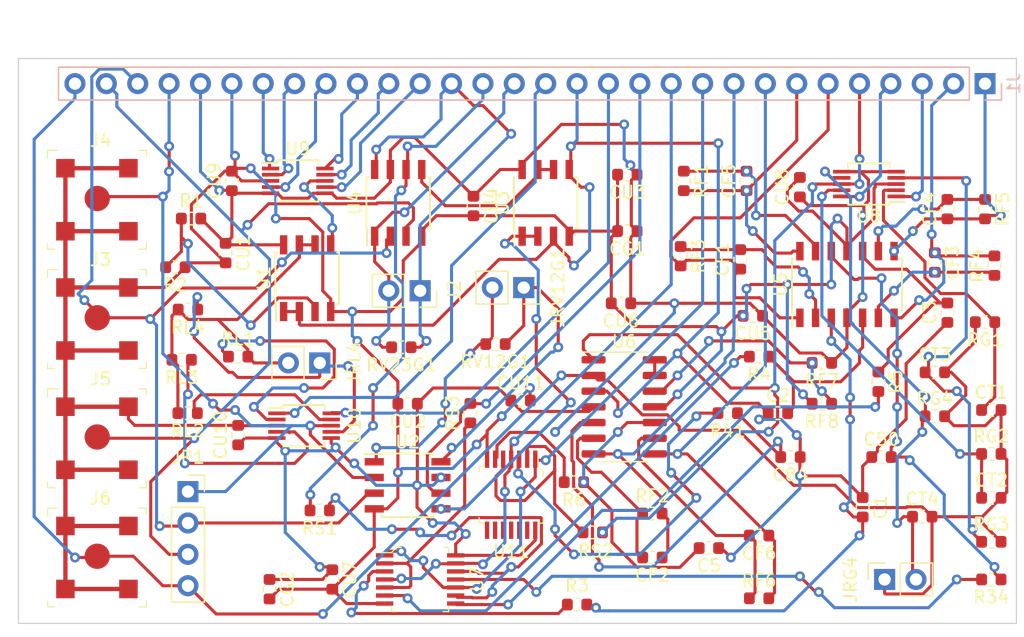
<source format=kicad_pcb>
(kicad_pcb (version 20171130) (host pcbnew 5.1.2-f72e74a~84~ubuntu18.04.1)
  (layers (0 F.Cu signal) (31 B.Cu signal) (34 B.Paste user) (35 F.Paste user) (36 B.SilkS user) (37 F.SilkS user) (38 B.Mask user) (39 F.Mask user) (44 Edge.Cuts user))
  (net 0 "")
  (net 1 GNDREF)
  (net 2 "Net-(C1-Pad2)")
  (net 3 "Net-(C2-Pad2)")
  (net 4 "Net-(C3-Pad2)")
  (net 5 "Net-(C5-Pad2)")
  (net 6 "Net-(C50-Pad2)")
  (net 7 "Net-(C84-Pad2)")
  (net 8 "Net-(CF1-Pad2)")
  (net 9 V12B)
  (net 10 TIB)
  (net 11 "Net-(CF2-Pad2)")
  (net 12 "Net-(CF3-Pad2)")
  (net 13 V12C)
  (net 14 "Net-(CF4-Pad2)")
  (net 15 V23B)
  (net 16 "Net-(CF5-Pad2)")
  (net 17 V23C)
  (net 18 TIC)
  (net 19 "Net-(CF6-Pad2)")
  (net 20 GND)
  (net 21 VCC)
  (net 22 TG1)
  (net 23 P4)
  (net 24 TG2)
  (net 25 TG3)
  (net 26 TG4)
  (net 27 V12A)
  (net 28 P1)
  (net 29 P3)
  (net 30 RL4)
  (net 31 "Net-(JRL4-Pad2)")
  (net 32 "Net-(JRV12G1-Pad2)")
  (net 33 "Net-(JRV12G1-Pad1)")
  (net 34 TIA)
  (net 35 VIN3)
  (net 36 "Net-(R1-Pad1)")
  (net 37 "Net-(RF7-Pad2)")
  (net 38 V23A)
  (net 39 "Net-(U2-Pad5)")
  (net 40 "Net-(U3-Pad6)")
  (net 41 PWM1)
  (net 42 PWM2)
  (net 43 VIN1)
  (net 44 VIN2)
  (net 45 RL1)
  (net 46 RL2)
  (net 47 RL3)
  (net 48 VIND)
  (net 49 "Net-(U6-Pad13)")
  (net 50 RGB)
  (net 51 MUXGA)
  (net 52 MUXRA)
  (net 53 MUXVA)
  (net 54 RGA)
  (net 55 MUXGB)
  (net 56 MUXRB)
  (net 57 MUXVB)
  (net 58 VIN4)
  (net 59 "Net-(R3-Pad2)")
  (net 60 "Net-(R4-Pad2)")
  (net 61 "Net-(R5-Pad2)")
  (net 62 "Net-(R6-Pad2)")
  (net 63 "Net-(R34-Pad2)")
  (net 64 "Net-(R41-Pad2)")
  (net 65 "Net-(RS1-Pad1)")
  (net 66 "Net-(RS2-Pad1)")
  (net 67 "Net-(RS3-Pad1)")
  (net 68 P2)
  (module digikey-footprints:RF_SMA_Receptical_Vertical_CONSMA001-SMD-G (layer F.Cu) (at 64.262 123.698)
    (fp_text reference J3 (at 0.3 -4.8) (layer F.SilkS))
    (fp_text value CONSMA001-SMD-G)
    (pad 1 smd rect (at -2.55 2.55) (size 1.5 1.5) (layers F.Cu F.Paste F.Mask) (net 20 GND))
    (pad 1 smd rect (at -2.55 -2.55) (size 1.5 1.5) (layers F.Cu F.Paste F.Mask) (net 20 GND))
    (pad 1 smd rect (at 2.55 -2.55) (size 1.5 1.5) (layers F.Cu F.Paste F.Mask) (net 20 GND))
    (pad 1 smd rect (at 2.55 2.55) (size 1.5 1.5) (layers F.Cu F.Paste F.Mask) (net 20 GND))
    (pad 2 smd circle (at 0.025 -0.1) (size 2.05 2.05) (layers F.Cu F.Paste F.Mask) (net 68 P2))
  )
  (module digikey-footprints:RF_SMA_Receptical_Vertical_CONSMA001-SMD-G (layer F.Cu) (at 64.262 143.002)
    (fp_text reference J6 (at 0.3 -4.8) (layer F.SilkS))
    (fp_text value CONSMA001-SMD-G)
    (pad 1 smd rect (at -2.55 2.55) (size 1.5 1.5) (layers F.Cu F.Paste F.Mask) (net 20 GND))
    (pad 1 smd rect (at -2.55 -2.55) (size 1.5 1.5) (layers F.Cu F.Paste F.Mask) (net 20 GND))
    (pad 1 smd rect (at 2.55 -2.55) (size 1.5 1.5) (layers F.Cu F.Paste F.Mask) (net 20 GND))
    (pad 1 smd rect (at 2.55 2.55) (size 1.5 1.5) (layers F.Cu F.Paste F.Mask) (net 20 GND))
    (pad 2 smd circle (at 0.025 -0.1) (size 2.05 2.05) (layers F.Cu F.Paste F.Mask) (net 23 P4))
  )
  (module digikey-footprints:RF_SMA_Receptical_Vertical_CONSMA001-SMD-G (layer F.Cu) (at 64.262 133.35)
    (fp_text reference J5 (at 0.3 -4.8) (layer F.SilkS))
    (fp_text value CONSMA001-SMD-G)
    (pad 2 smd circle (at 0.025 -0.1) (size 2.05 2.05) (layers F.Cu F.Paste F.Mask) (net 29 P3))
    (pad 1 smd rect (at 2.55 2.55) (size 1.5 1.5) (layers F.Cu F.Paste F.Mask) (net 20 GND))
    (pad 1 smd rect (at 2.55 -2.55) (size 1.5 1.5) (layers F.Cu F.Paste F.Mask) (net 20 GND))
    (pad 1 smd rect (at -2.55 -2.55) (size 1.5 1.5) (layers F.Cu F.Paste F.Mask) (net 20 GND))
    (pad 1 smd rect (at -2.55 2.55) (size 1.5 1.5) (layers F.Cu F.Paste F.Mask) (net 20 GND))
  )
  (module digikey-footprints:RF_SMA_Receptical_Vertical_CONSMA001-SMD-G (layer F.Cu) (at 64.262 114.046)
    (fp_text reference J4 (at 0.3 -4.8) (layer F.SilkS))
    (fp_text value CONSMA001-SMD-G)
    (pad 1 smd rect (at -2.55 2.55) (size 1.5 1.5) (layers F.Cu F.Paste F.Mask) (net 20 GND))
    (pad 1 smd rect (at -2.55 -2.55) (size 1.5 1.5) (layers F.Cu F.Paste F.Mask) (net 20 GND))
    (pad 1 smd rect (at 2.55 -2.55) (size 1.5 1.5) (layers F.Cu F.Paste F.Mask) (net 20 GND))
    (pad 1 smd rect (at 2.55 2.55) (size 1.5 1.5) (layers F.Cu F.Paste F.Mask) (net 20 GND))
    (pad 2 smd circle (at 0.025 -0.1) (size 2.05 2.05) (layers F.Cu F.Paste F.Mask) (net 28 P1))
  )
  (module Package_SO:SOIC-8_3.9x4.9mm_P1.27mm (layer F.Cu) (at 100.584 114.3 90)
    (fp_text reference U3 (at 0 -3.5 90) (layer F.SilkS))
    (fp_text value LMC6482)
    (pad 8 smd rect (at 2.7 -1.905 90) (size 1.55 0.6) (layers F.Cu F.Paste F.Mask) (net 21 VCC))
    (pad 7 smd rect (at 2.7 -0.635 90) (size 1.55 0.6) (layers F.Cu F.Paste F.Mask) (net 40 "Net-(U3-Pad6)"))
    (pad 6 smd rect (at 2.7 0.635 90) (size 1.55 0.6) (layers F.Cu F.Paste F.Mask) (net 40 "Net-(U3-Pad6)"))
    (pad 5 smd rect (at 2.7 1.905 90) (size 1.55 0.6) (layers F.Cu F.Paste F.Mask) (net 1 GNDREF))
    (pad 4 smd rect (at -2.7 1.905 90) (size 1.55 0.6) (layers F.Cu F.Paste F.Mask) (net 20 GND))
    (pad 3 smd rect (at -2.7 0.635 90) (size 1.55 0.6) (layers F.Cu F.Paste F.Mask) (net 1 GNDREF))
    (pad 2 smd rect (at -2.7 -0.635 90) (size 1.55 0.6) (layers F.Cu F.Paste F.Mask) (net 39 "Net-(U2-Pad5)"))
    (pad 1 smd rect (at -2.7 -1.905 90) (size 1.55 0.6) (layers F.Cu F.Paste F.Mask) (net 39 "Net-(U2-Pad5)"))
  )
  (module Capacitor_SMD:C_0603_1608Metric (layer F.Cu) (at 89.408 130.556 180)
    (fp_text reference CU2 (at 0 -1.43 180) (layer F.SilkS))
    (fp_text value 0.1uF)
    (pad 2 smd roundrect (at 0.7875 0 180) (size 0.875 0.95) (layers F.Cu F.Paste F.Mask) (net 20 GND))
    (pad 1 smd roundrect (at -0.7875 0 180) (size 0.875 0.95) (layers F.Cu F.Paste F.Mask) (net 21 VCC))
  )
  (module Connector_PinHeader_2.54mm:PinHeader_1x30_P2.54mm_Vertical (layer B.Cu) (at 136.144 104.648 90)
    (fp_text reference J1 (at 0 2.33 -90) (layer B.SilkS) (effects (justify mirror)))
    (fp_text value Conn_01x30_Male)
    (pad 1 thru_hole rect (at 0 0 90) (size 1.7 1.7) (drill 1) (layers *.Cu *.Mask) (net 15 V23B))
    (pad 2 thru_hole oval (at 0 -2.54 90) (size 1.7 1.7) (drill 1) (layers *.Cu *.Mask) (net 13 V12C))
    (pad 3 thru_hole oval (at 0 -5.08 90) (size 1.7 1.7) (drill 1) (layers *.Cu *.Mask) (net 51 MUXGA))
    (pad 4 thru_hole oval (at 0 -7.62 90) (size 1.7 1.7) (drill 1) (layers *.Cu *.Mask) (net 55 MUXGB))
    (pad 5 thru_hole oval (at 0 -10.16 90) (size 1.7 1.7) (drill 1) (layers *.Cu *.Mask) (net 34 TIA))
    (pad 6 thru_hole oval (at 0 -12.7 90) (size 1.7 1.7) (drill 1) (layers *.Cu *.Mask) (net 9 V12B))
    (pad 7 thru_hole oval (at 0 -15.24 90) (size 1.7 1.7) (drill 1) (layers *.Cu *.Mask) (net 17 V23C))
    (pad 8 thru_hole oval (at 0 -17.78 90) (size 1.7 1.7) (drill 1) (layers *.Cu *.Mask) (net 18 TIC))
    (pad 9 thru_hole oval (at 0 -20.32 90) (size 1.7 1.7) (drill 1) (layers *.Cu *.Mask) (net 10 TIB))
    (pad 10 thru_hole oval (at 0 -22.86 90) (size 1.7 1.7) (drill 1) (layers *.Cu *.Mask) (net 41 PWM1))
    (pad 11 thru_hole oval (at 0 -25.4 90) (size 1.7 1.7) (drill 1) (layers *.Cu *.Mask) (net 42 PWM2))
    (pad 12 thru_hole oval (at 0 -27.94 90) (size 1.7 1.7) (drill 1) (layers *.Cu *.Mask) (net 27 V12A))
    (pad 13 thru_hole oval (at 0 -30.48 90) (size 1.7 1.7) (drill 1) (layers *.Cu *.Mask) (net 56 MUXRB))
    (pad 14 thru_hole oval (at 0 -33.02 90) (size 1.7 1.7) (drill 1) (layers *.Cu *.Mask) (net 1 GNDREF))
    (pad 15 thru_hole oval (at 0 -35.56 90) (size 1.7 1.7) (drill 1) (layers *.Cu *.Mask) (net 52 MUXRA))
    (pad 16 thru_hole oval (at 0 -38.1 90) (size 1.7 1.7) (drill 1) (layers *.Cu *.Mask) (net 54 RGA))
    (pad 17 thru_hole oval (at 0 -40.64 90) (size 1.7 1.7) (drill 1) (layers *.Cu *.Mask) (net 38 V23A))
    (pad 18 thru_hole oval (at 0 -43.18 90) (size 1.7 1.7) (drill 1) (layers *.Cu *.Mask) (net 50 RGB))
    (pad 19 thru_hole oval (at 0 -45.72 90) (size 1.7 1.7) (drill 1) (layers *.Cu *.Mask) (net 58 VIN4))
    (pad 20 thru_hole oval (at 0 -48.26 90) (size 1.7 1.7) (drill 1) (layers *.Cu *.Mask) (net 44 VIN2))
    (pad 21 thru_hole oval (at 0 -50.8 90) (size 1.7 1.7) (drill 1) (layers *.Cu *.Mask) (net 57 MUXVB))
    (pad 22 thru_hole oval (at 0 -53.34 90) (size 1.7 1.7) (drill 1) (layers *.Cu *.Mask) (net 35 VIN3))
    (pad 23 thru_hole oval (at 0 -55.88 90) (size 1.7 1.7) (drill 1) (layers *.Cu *.Mask) (net 43 VIN1))
    (pad 24 thru_hole oval (at 0 -58.42 90) (size 1.7 1.7) (drill 1) (layers *.Cu *.Mask) (net 53 MUXVA))
    (pad 25 thru_hole oval (at 0 -60.96 90) (size 1.7 1.7) (drill 1) (layers *.Cu *.Mask) (net 20 GND))
    (pad 26 thru_hole oval (at 0 -63.5 90) (size 1.7 1.7) (drill 1) (layers *.Cu *.Mask) (net 21 VCC))
    (pad 27 thru_hole oval (at 0 -66.04 90) (size 1.7 1.7) (drill 1) (layers *.Cu *.Mask) (net 28 P1))
    (pad 28 thru_hole oval (at 0 -68.58 90) (size 1.7 1.7) (drill 1) (layers *.Cu *.Mask) (net 68 P2))
    (pad 29 thru_hole oval (at 0 -71.12 90) (size 1.7 1.7) (drill 1) (layers *.Cu *.Mask) (net 29 P3))
    (pad 30 thru_hole oval (at 0 -73.66 90) (size 1.7 1.7) (drill 1) (layers *.Cu *.Mask) (net 23 P4))
  )
  (module Connector_PinSocket_2.54mm:PinSocket_1x02_P2.54mm_Vertical (layer F.Cu) (at 82.296 127.254 270)
    (fp_text reference JRL4 (at 0 -2.77 270) (layer F.SilkS))
    (fp_text value Conn_01x02)
    (pad 1 thru_hole rect (at 0 0 270) (size 1.7 1.7) (drill 1) (layers *.Cu *.Mask) (net 30 RL4))
    (pad 2 thru_hole oval (at 0 2.54 270) (size 1.7 1.7) (drill 1) (layers *.Cu *.Mask) (net 31 "Net-(JRL4-Pad2)"))
  )
  (module Connector_PinSocket_2.54mm:PinSocket_1x02_P2.54mm_Vertical (layer F.Cu) (at 98.806 121.158 270)
    (fp_text reference JRV12G1 (at 0 -2.77 270) (layer F.SilkS))
    (fp_text value Conn_01x02)
    (pad 2 thru_hole oval (at 0 2.54 270) (size 1.7 1.7) (drill 1) (layers *.Cu *.Mask) (net 32 "Net-(JRV12G1-Pad2)"))
    (pad 1 thru_hole rect (at 0 0 270) (size 1.7 1.7) (drill 1) (layers *.Cu *.Mask) (net 33 "Net-(JRV12G1-Pad1)"))
  )
  (module digikey-footprints:TSSOP-14_W4.4mm (layer F.Cu) (at 90.424 144.78 270)
    (fp_text reference U7 (at 0 -4.6 90) (layer F.SilkS))
    (fp_text value tmux1511)
    (pad 8 smd rect (at 1.95 -2.875 270) (size 0.35 1.4) (layers F.Cu F.Paste F.Mask) (net 61 "Net-(R5-Pad2)"))
    (pad 9 smd rect (at 1.3 -2.875 270) (size 0.35 1.4) (layers F.Cu F.Paste F.Mask) (net 65 "Net-(RS1-Pad1)"))
    (pad 10 smd rect (at 0.65 -2.875 270) (size 0.35 1.4) (layers F.Cu F.Paste F.Mask) (net 41 PWM1))
    (pad 11 smd rect (at 0 -2.875 270) (size 0.35 1.4) (layers F.Cu F.Paste F.Mask) (net 63 "Net-(R34-Pad2)"))
    (pad 12 smd rect (at -0.65 -2.875 270) (size 0.35 1.4) (layers F.Cu F.Paste F.Mask) (net 65 "Net-(RS1-Pad1)"))
    (pad 13 smd rect (at -1.3 -2.875 270) (size 0.35 1.4) (layers F.Cu F.Paste F.Mask) (net 42 PWM2))
    (pad 14 smd rect (at -1.95 -2.875 270) (size 0.35 1.4) (layers F.Cu F.Paste F.Mask) (net 21 VCC))
    (pad 7 smd rect (at 1.95 2.875 270) (size 0.35 1.4) (layers F.Cu F.Paste F.Mask) (net 20 GND))
    (pad 6 smd rect (at 1.3 2.875 270) (size 0.35 1.4) (layers F.Cu F.Paste F.Mask) (net 60 "Net-(R4-Pad2)"))
    (pad 5 smd rect (at 0.65 2.875 270) (size 0.35 1.4) (layers F.Cu F.Paste F.Mask) (net 67 "Net-(RS3-Pad1)"))
    (pad 4 smd rect (at 0 2.875 270) (size 0.35 1.4) (layers F.Cu F.Paste F.Mask) (net 42 PWM2))
    (pad 3 smd rect (at -0.65 2.875 270) (size 0.35 1.4) (layers F.Cu F.Paste F.Mask) (net 59 "Net-(R3-Pad2)"))
    (pad 2 smd rect (at -1.3 2.875 270) (size 0.35 1.4) (layers F.Cu F.Paste F.Mask) (net 67 "Net-(RS3-Pad1)"))
    (pad 1 smd rect (at -1.95 2.875 270) (size 0.35 1.4) (layers F.Cu F.Paste F.Mask) (net 41 PWM1))
  )
  (module Capacitor_SMD:C_0603_1608Metric (layer F.Cu) (at 75.692 133.096 90)
    (fp_text reference CU10 (at 0 -1.43 270) (layer F.SilkS))
    (fp_text value 0.1uF)
    (pad 2 smd roundrect (at 0.7875 0 90) (size 0.875 0.95) (layers F.Cu F.Paste F.Mask) (net 20 GND))
    (pad 1 smd roundrect (at -0.7875 0 90) (size 0.875 0.95) (layers F.Cu F.Paste F.Mask) (net 21 VCC))
  )
  (module Capacitor_SMD:C_0603_1608Metric (layer F.Cu) (at 126.238 138.938 270)
    (fp_text reference C1 (at 0 -1.43 270) (layer F.SilkS))
    (fp_text value "1 nF")
    (pad 1 smd roundrect (at -0.7875 0 270) (size 0.875 0.95) (layers F.Cu F.Paste F.Mask) (net 1 GNDREF))
    (pad 2 smd roundrect (at 0.7875 0 270) (size 0.875 0.95) (layers F.Cu F.Paste F.Mask) (net 2 "Net-(C1-Pad2)"))
  )
  (module Capacitor_SMD:C_0603_1608Metric (layer F.Cu) (at 133.096 123.19 90)
    (fp_text reference C3 (at 0 -1.43 90) (layer F.SilkS))
    (fp_text value "1 nF")
    (pad 1 smd roundrect (at -0.7875 0 90) (size 0.875 0.95) (layers F.Cu F.Paste F.Mask) (net 1 GNDREF))
    (pad 2 smd roundrect (at 0.7875 0 90) (size 0.875 0.95) (layers F.Cu F.Paste F.Mask) (net 4 "Net-(C3-Pad2)"))
  )
  (module Capacitor_SMD:C_0603_1608Metric (layer F.Cu) (at 113.792 142.24 180)
    (fp_text reference C5 (at 0 -1.43) (layer F.SilkS))
    (fp_text value 1nF)
    (pad 2 smd roundrect (at 0.7875 0 180) (size 0.875 0.95) (layers F.Cu F.Paste F.Mask) (net 5 "Net-(C5-Pad2)"))
    (pad 1 smd roundrect (at -0.7875 0 180) (size 0.875 0.95) (layers F.Cu F.Paste F.Mask) (net 1 GNDREF))
  )
  (module Capacitor_SMD:C_0603_1608Metric (layer F.Cu) (at 127.762 134.874)
    (fp_text reference C50 (at 0 -1.43) (layer F.SilkS))
    (fp_text value "1 nF")
    (pad 1 smd roundrect (at -0.7875 0) (size 0.875 0.95) (layers F.Cu F.Paste F.Mask) (net 1 GNDREF))
    (pad 2 smd roundrect (at 0.7875 0) (size 0.875 0.95) (layers F.Cu F.Paste F.Mask) (net 6 "Net-(C50-Pad2)"))
  )
  (module Capacitor_SMD:C_0603_1608Metric (layer F.Cu) (at 120.396 134.874 180)
    (fp_text reference C84 (at 0 -1.43 180) (layer F.SilkS))
    (fp_text value 1nF)
    (pad 2 smd roundrect (at 0.7875 0 180) (size 0.875 0.95) (layers F.Cu F.Paste F.Mask) (net 7 "Net-(C84-Pad2)"))
    (pad 1 smd roundrect (at -0.7875 0 180) (size 0.875 0.95) (layers F.Cu F.Paste F.Mask) (net 1 GNDREF))
  )
  (module Capacitor_SMD:C_0603_1608Metric (layer F.Cu) (at 116.332 118.872 90)
    (fp_text reference CF1 (at 0 -1.43 90) (layer F.SilkS))
    (fp_text value 1nF)
    (pad 2 smd roundrect (at 0.7875 0 90) (size 0.875 0.95) (layers F.Cu F.Paste F.Mask) (net 8 "Net-(CF1-Pad2)"))
    (pad 1 smd roundrect (at -0.7875 0 90) (size 0.875 0.95) (layers F.Cu F.Paste F.Mask) (net 9 V12B))
  )
  (module Capacitor_SMD:C_0603_1608Metric (layer F.Cu) (at 109.22 143.002 180)
    (fp_text reference CF2 (at 0 -1.43) (layer F.SilkS))
    (fp_text value 1nF)
    (pad 1 smd roundrect (at -0.7875 0 180) (size 0.875 0.95) (layers F.Cu F.Paste F.Mask) (net 10 TIB))
    (pad 2 smd roundrect (at 0.7875 0 180) (size 0.875 0.95) (layers F.Cu F.Paste F.Mask) (net 11 "Net-(CF2-Pad2)"))
  )
  (module Capacitor_SMD:C_0603_1608Metric (layer F.Cu) (at 132.08 119.126 270)
    (fp_text reference CF3 (at 0 -1.43 90) (layer F.SilkS))
    (fp_text value 1nF)
    (pad 2 smd roundrect (at 0.7875 0 270) (size 0.875 0.95) (layers F.Cu F.Paste F.Mask) (net 12 "Net-(CF3-Pad2)"))
    (pad 1 smd roundrect (at -0.7875 0 270) (size 0.875 0.95) (layers F.Cu F.Paste F.Mask) (net 13 V12C))
  )
  (module Capacitor_SMD:C_0603_1608Metric (layer F.Cu) (at 133.096 114.808 90)
    (fp_text reference CF4 (at 0 -1.43 270) (layer F.SilkS))
    (fp_text value 1nF)
    (pad 2 smd roundrect (at 0.7875 0 90) (size 0.875 0.95) (layers F.Cu F.Paste F.Mask) (net 14 "Net-(CF4-Pad2)"))
    (pad 1 smd roundrect (at -0.7875 0 90) (size 0.875 0.95) (layers F.Cu F.Paste F.Mask) (net 15 V23B))
  )
  (module Capacitor_SMD:C_0603_1608Metric (layer F.Cu) (at 116.84 112.522 90)
    (fp_text reference CF5 (at 0 -1.43 90) (layer F.SilkS))
    (fp_text value 1nF)
    (pad 2 smd roundrect (at 0.7875 0 90) (size 0.875 0.95) (layers F.Cu F.Paste F.Mask) (net 16 "Net-(CF5-Pad2)"))
    (pad 1 smd roundrect (at -0.7875 0 90) (size 0.875 0.95) (layers F.Cu F.Paste F.Mask) (net 17 V23C))
  )
  (module Capacitor_SMD:C_0603_1608Metric (layer F.Cu) (at 117.856 141.224 180)
    (fp_text reference CF6 (at 0 -1.43) (layer F.SilkS))
    (fp_text value 1nF)
    (pad 1 smd roundrect (at -0.7875 0 180) (size 0.875 0.95) (layers F.Cu F.Paste F.Mask) (net 18 TIC))
    (pad 2 smd roundrect (at 0.7875 0 180) (size 0.875 0.95) (layers F.Cu F.Paste F.Mask) (net 19 "Net-(CF6-Pad2)"))
  )
  (module Capacitor_SMD:C_0603_1608Metric (layer F.Cu) (at 107.188 116.586 180)
    (fp_text reference CG1 (at 0 -1.43) (layer F.SilkS))
    (fp_text value 10uF)
    (pad 2 smd roundrect (at 0.7875 0 180) (size 0.875 0.95) (layers F.Cu F.Paste F.Mask) (net 20 GND))
    (pad 1 smd roundrect (at -0.7875 0 180) (size 0.875 0.95) (layers F.Cu F.Paste F.Mask) (net 21 VCC))
  )
  (module Capacitor_SMD:C_0603_1608Metric (layer F.Cu) (at 78.232 145.5675 270)
    (fp_text reference CG2 (at 0 -1.43 270) (layer F.SilkS))
    (fp_text value 10uF)
    (pad 2 smd roundrect (at 0.7875 0 270) (size 0.875 0.95) (layers F.Cu F.Paste F.Mask) (net 20 GND))
    (pad 1 smd roundrect (at -0.7875 0 270) (size 0.875 0.95) (layers F.Cu F.Paste F.Mask) (net 21 VCC))
  )
  (module Capacitor_SMD:C_0603_1608Metric (layer F.Cu) (at 136.652 131.064)
    (fp_text reference CT1 (at 0 -1.43) (layer F.SilkS))
    (fp_text value 1nF)
    (pad 1 smd roundrect (at -0.7875 0) (size 0.875 0.95) (layers F.Cu F.Paste F.Mask) (net 22 TG1))
    (pad 2 smd roundrect (at 0.7875 0) (size 0.875 0.95) (layers F.Cu F.Paste F.Mask) (net 23 P4))
  )
  (module Capacitor_SMD:C_0603_1608Metric (layer F.Cu) (at 136.652 138.176)
    (fp_text reference CT2 (at 0 -1.43) (layer F.SilkS))
    (fp_text value 1nF)
    (pad 1 smd roundrect (at -0.7875 0) (size 0.875 0.95) (layers F.Cu F.Paste F.Mask) (net 24 TG2))
    (pad 2 smd roundrect (at 0.7875 0) (size 0.875 0.95) (layers F.Cu F.Paste F.Mask) (net 23 P4))
  )
  (module Capacitor_SMD:C_0603_1608Metric (layer F.Cu) (at 132.08 128.016)
    (fp_text reference CT3 (at 0 -1.43) (layer F.SilkS))
    (fp_text value 1nF)
    (pad 2 smd roundrect (at 0.7875 0) (size 0.875 0.95) (layers F.Cu F.Paste F.Mask) (net 23 P4))
    (pad 1 smd roundrect (at -0.7875 0) (size 0.875 0.95) (layers F.Cu F.Paste F.Mask) (net 25 TG3))
  )
  (module Capacitor_SMD:C_0603_1608Metric (layer F.Cu) (at 131.064 139.7)
    (fp_text reference CT4 (at 0 -1.43 180) (layer F.SilkS))
    (fp_text value 1nF)
    (pad 1 smd roundrect (at -0.7875 0) (size 0.875 0.95) (layers F.Cu F.Paste F.Mask) (net 26 TG4))
    (pad 2 smd roundrect (at 0.7875 0) (size 0.875 0.95) (layers F.Cu F.Paste F.Mask) (net 23 P4))
  )
  (module Capacitor_SMD:C_0603_1608Metric (layer F.Cu) (at 74.676 118.364 270)
    (fp_text reference CU1 (at 0 -1.43 90) (layer F.SilkS))
    (fp_text value 0.1uF)
    (pad 2 smd roundrect (at 0.7875 0 270) (size 0.875 0.95) (layers F.Cu F.Paste F.Mask) (net 20 GND))
    (pad 1 smd roundrect (at -0.7875 0 270) (size 0.875 0.95) (layers F.Cu F.Paste F.Mask) (net 21 VCC))
  )
  (module Capacitor_SMD:C_0603_1608Metric (layer F.Cu) (at 107.188 112.014 180)
    (fp_text reference CU3 (at 0 -1.43) (layer F.SilkS))
    (fp_text value 0.1uF)
    (pad 1 smd roundrect (at -0.7875 0 180) (size 0.875 0.95) (layers F.Cu F.Paste F.Mask) (net 21 VCC))
    (pad 2 smd roundrect (at 0.7875 0 180) (size 0.875 0.95) (layers F.Cu F.Paste F.Mask) (net 20 GND))
  )
  (module Capacitor_SMD:C_0603_1608Metric (layer F.Cu) (at 94.742 114.554 270)
    (fp_text reference CU4 (at 0 -1.43 90) (layer F.SilkS))
    (fp_text value 0.1uF)
    (pad 2 smd roundrect (at 0.7875 0 270) (size 0.875 0.95) (layers F.Cu F.Paste F.Mask) (net 20 GND))
    (pad 1 smd roundrect (at -0.7875 0 270) (size 0.875 0.95) (layers F.Cu F.Paste F.Mask) (net 21 VCC))
  )
  (module Capacitor_SMD:C_0603_1608Metric (layer F.Cu) (at 117.348 123.444 180)
    (fp_text reference CU5 (at 0 -1.43 180) (layer F.SilkS))
    (fp_text value 0.1uF)
    (pad 1 smd roundrect (at -0.7875 0 180) (size 0.875 0.95) (layers F.Cu F.Paste F.Mask) (net 21 VCC))
    (pad 2 smd roundrect (at 0.7875 0 180) (size 0.875 0.95) (layers F.Cu F.Paste F.Mask) (net 20 GND))
  )
  (module Capacitor_SMD:C_0603_1608Metric (layer F.Cu) (at 106.68 122.428 180)
    (fp_text reference CU6 (at 0 -1.43 180) (layer F.SilkS))
    (fp_text value 0.1uF)
    (pad 2 smd roundrect (at 0.7875 0 180) (size 0.875 0.95) (layers F.Cu F.Paste F.Mask) (net 20 GND))
    (pad 1 smd roundrect (at -0.7875 0 180) (size 0.875 0.95) (layers F.Cu F.Paste F.Mask) (net 21 VCC))
  )
  (module Capacitor_SMD:C_0603_1608Metric (layer F.Cu) (at 83.312 144.78 270)
    (fp_text reference CU7 (at 0 -1.43 270) (layer F.SilkS))
    (fp_text value 0.1uF)
    (pad 1 smd roundrect (at -0.7875 0 270) (size 0.875 0.95) (layers F.Cu F.Paste F.Mask) (net 21 VCC))
    (pad 2 smd roundrect (at 0.7875 0 270) (size 0.875 0.95) (layers F.Cu F.Paste F.Mask) (net 20 GND))
  )
  (module Capacitor_SMD:C_0603_1608Metric (layer F.Cu) (at 121.158 113.03 90)
    (fp_text reference CU8 (at 0 -1.43 90) (layer F.SilkS))
    (fp_text value 0.1uF)
    (pad 1 smd roundrect (at -0.7875 0 90) (size 0.875 0.95) (layers F.Cu F.Paste F.Mask) (net 21 VCC))
    (pad 2 smd roundrect (at 0.7875 0 90) (size 0.875 0.95) (layers F.Cu F.Paste F.Mask) (net 20 GND))
  )
  (module Capacitor_SMD:C_0603_1608Metric (layer F.Cu) (at 75.184 112.522 90)
    (fp_text reference CU9 (at 0 -1.43 90) (layer F.SilkS))
    (fp_text value 0.1uF)
    (pad 1 smd roundrect (at -0.7875 0 90) (size 0.875 0.95) (layers F.Cu F.Paste F.Mask) (net 21 VCC))
    (pad 2 smd roundrect (at 0.7875 0 90) (size 0.875 0.95) (layers F.Cu F.Paste F.Mask) (net 20 GND))
  )
  (module Connector_PinSocket_2.54mm:PinSocket_1x02_P2.54mm_Vertical (layer F.Cu) (at 128.016 144.78 90)
    (fp_text reference JRG4 (at 0 -2.77 90) (layer F.SilkS))
    (fp_text value Conn_01x02)
    (pad 2 thru_hole oval (at 0 2.54 90) (size 1.7 1.7) (drill 1) (layers *.Cu *.Mask) (net 26 TG4))
    (pad 1 thru_hole rect (at 0 0 90) (size 1.7 1.7) (drill 1) (layers *.Cu *.Mask) (net 23 P4))
  )
  (module Resistor_SMD:R_0603_1608Metric (layer F.Cu) (at 71.882 115.57)
    (fp_text reference R1 (at 0 -1.43) (layer F.SilkS))
    (fp_text value R)
    (pad 2 smd roundrect (at 0.7875 0) (size 0.875 0.95) (layers F.Cu F.Paste F.Mask) (net 21 VCC))
    (pad 1 smd roundrect (at -0.7875 0) (size 0.875 0.95) (layers F.Cu F.Paste F.Mask) (net 36 "Net-(R1-Pad1)"))
  )
  (module Resistor_SMD:R_0603_1608Metric (layer F.Cu) (at 70.612 119.507 180)
    (fp_text reference R2 (at 0 -1.43) (layer F.SilkS))
    (fp_text value R)
    (pad 2 smd roundrect (at 0.7875 0 180) (size 0.875 0.95) (layers F.Cu F.Paste F.Mask) (net 36 "Net-(R1-Pad1)"))
    (pad 1 smd roundrect (at -0.7875 0 180) (size 0.875 0.95) (layers F.Cu F.Paste F.Mask) (net 20 GND))
  )
  (module Resistor_SMD:R_0603_1608Metric (layer F.Cu) (at 103.124 146.812 180)
    (fp_text reference R3 (at 0 1.524) (layer F.SilkS))
    (fp_text value 430)
    (pad 1 smd roundrect (at -0.7875 0 180) (size 0.875 0.95) (layers F.Cu F.Paste F.Mask) (net 2 "Net-(C1-Pad2)"))
    (pad 2 smd roundrect (at 0.7875 0 180) (size 0.875 0.95) (layers F.Cu F.Paste F.Mask) (net 59 "Net-(R3-Pad2)"))
  )
  (module Resistor_SMD:R_0603_1608Metric (layer F.Cu) (at 117.856 126.746 180)
    (fp_text reference R4 (at 0 -1.43 180) (layer F.SilkS))
    (fp_text value 430)
    (pad 1 smd roundrect (at -0.7875 0 180) (size 0.875 0.95) (layers F.Cu F.Paste F.Mask) (net 3 "Net-(C2-Pad2)"))
    (pad 2 smd roundrect (at 0.7875 0 180) (size 0.875 0.95) (layers F.Cu F.Paste F.Mask) (net 60 "Net-(R4-Pad2)"))
  )
  (module Resistor_SMD:R_0603_1608Metric (layer F.Cu) (at 127.508 128.778 270)
    (fp_text reference R5 (at 0 -1.43 270) (layer F.SilkS))
    (fp_text value 430)
    (pad 2 smd roundrect (at 0.7875 0 270) (size 0.875 0.95) (layers F.Cu F.Paste F.Mask) (net 61 "Net-(R5-Pad2)"))
    (pad 1 smd roundrect (at -0.7875 0 270) (size 0.875 0.95) (layers F.Cu F.Paste F.Mask) (net 4 "Net-(C3-Pad2)"))
  )
  (module Resistor_SMD:R_0603_1608Metric (layer F.Cu) (at 102.87 136.906 180)
    (fp_text reference R6 (at 0 -1.43) (layer F.SilkS))
    (fp_text value 430)
    (pad 1 smd roundrect (at -0.7875 0 180) (size 0.875 0.95) (layers F.Cu F.Paste F.Mask) (net 5 "Net-(C5-Pad2)"))
    (pad 2 smd roundrect (at 0.7875 0 180) (size 0.875 0.95) (layers F.Cu F.Paste F.Mask) (net 62 "Net-(R6-Pad2)"))
  )
  (module Resistor_SMD:R_0603_1608Metric (layer F.Cu) (at 136.652 144.78 180)
    (fp_text reference R34 (at 0 -1.43 180) (layer F.SilkS))
    (fp_text value 430)
    (pad 1 smd roundrect (at -0.7875 0 180) (size 0.875 0.95) (layers F.Cu F.Paste F.Mask) (net 6 "Net-(C50-Pad2)"))
    (pad 2 smd roundrect (at 0.7875 0 180) (size 0.875 0.95) (layers F.Cu F.Paste F.Mask) (net 63 "Net-(R34-Pad2)"))
  )
  (module Resistor_SMD:R_0603_1608Metric (layer F.Cu) (at 115.316 131.318 180)
    (fp_text reference R41 (at 0 -1.43 180) (layer F.SilkS))
    (fp_text value 430)
    (pad 2 smd roundrect (at 0.7875 0 180) (size 0.875 0.95) (layers F.Cu F.Paste F.Mask) (net 64 "Net-(R41-Pad2)"))
    (pad 1 smd roundrect (at -0.7875 0 180) (size 0.875 0.95) (layers F.Cu F.Paste F.Mask) (net 7 "Net-(C84-Pad2)"))
  )
  (module Resistor_SMD:R_0603_1608Metric (layer F.Cu) (at 111.76 112.522 270)
    (fp_text reference RF1 (at 0 -1.43 90) (layer F.SilkS))
    (fp_text value 1K)
    (pad 2 smd roundrect (at 0.7875 0 270) (size 0.875 0.95) (layers F.Cu F.Paste F.Mask) (net 17 V23C))
    (pad 1 smd roundrect (at -0.7875 0 270) (size 0.875 0.95) (layers F.Cu F.Paste F.Mask) (net 16 "Net-(CF5-Pad2)"))
  )
  (module Resistor_SMD:R_0603_1608Metric (layer F.Cu) (at 109.22 139.446)
    (fp_text reference RF2 (at 0 -1.43 180) (layer F.SilkS))
    (fp_text value 1K)
    (pad 1 smd roundrect (at -0.7875 0) (size 0.875 0.95) (layers F.Cu F.Paste F.Mask) (net 11 "Net-(CF2-Pad2)"))
    (pad 2 smd roundrect (at 0.7875 0) (size 0.875 0.95) (layers F.Cu F.Paste F.Mask) (net 10 TIB))
  )
  (module Resistor_SMD:R_0603_1608Metric (layer F.Cu) (at 111.506 118.618 270)
    (fp_text reference RF3 (at 0 -1.43 90) (layer F.SilkS))
    (fp_text value 1K)
    (pad 2 smd roundrect (at 0.7875 0 270) (size 0.875 0.95) (layers F.Cu F.Paste F.Mask) (net 9 V12B))
    (pad 1 smd roundrect (at -0.7875 0 270) (size 0.875 0.95) (layers F.Cu F.Paste F.Mask) (net 8 "Net-(CF1-Pad2)"))
  )
  (module Resistor_SMD:R_0603_1608Metric (layer F.Cu) (at 136.906 119.38 90)
    (fp_text reference RF4 (at 0 -1.43 270) (layer F.SilkS))
    (fp_text value 1K)
    (pad 2 smd roundrect (at 0.7875 0 90) (size 0.875 0.95) (layers F.Cu F.Paste F.Mask) (net 13 V12C))
    (pad 1 smd roundrect (at -0.7875 0 90) (size 0.875 0.95) (layers F.Cu F.Paste F.Mask) (net 12 "Net-(CF3-Pad2)"))
  )
  (module Resistor_SMD:R_0603_1608Metric (layer F.Cu) (at 136.144 114.808 270)
    (fp_text reference RF5 (at 0 -1.43 270) (layer F.SilkS))
    (fp_text value 1K)
    (pad 1 smd roundrect (at -0.7875 0 270) (size 0.875 0.95) (layers F.Cu F.Paste F.Mask) (net 14 "Net-(CF4-Pad2)"))
    (pad 2 smd roundrect (at 0.7875 0 270) (size 0.875 0.95) (layers F.Cu F.Paste F.Mask) (net 15 V23B))
  )
  (module Resistor_SMD:R_0603_1608Metric (layer F.Cu) (at 117.856 146.304)
    (fp_text reference RF6 (at 0 -1.43 180) (layer F.SilkS))
    (fp_text value 1K)
    (pad 2 smd roundrect (at 0.7875 0) (size 0.875 0.95) (layers F.Cu F.Paste F.Mask) (net 18 TIC))
    (pad 1 smd roundrect (at -0.7875 0) (size 0.875 0.95) (layers F.Cu F.Paste F.Mask) (net 19 "Net-(CF6-Pad2)"))
  )
  (module Resistor_SMD:R_0603_1608Metric (layer F.Cu) (at 122.936 127.254 180)
    (fp_text reference RF7 (at 0 -1.43 180) (layer F.SilkS))
    (fp_text value 1K)
    (pad 2 smd roundrect (at 0.7875 0 180) (size 0.875 0.95) (layers F.Cu F.Paste F.Mask) (net 37 "Net-(RF7-Pad2)"))
    (pad 1 smd roundrect (at -0.7875 0 180) (size 0.875 0.95) (layers F.Cu F.Paste F.Mask) (net 21 VCC))
  )
  (module Resistor_SMD:R_0603_1608Metric (layer F.Cu) (at 122.936 130.556 180)
    (fp_text reference RF8 (at 0 -1.43 180) (layer F.SilkS))
    (fp_text value 1K)
    (pad 1 smd roundrect (at -0.7875 0 180) (size 0.875 0.95) (layers F.Cu F.Paste F.Mask) (net 37 "Net-(RF7-Pad2)"))
    (pad 2 smd roundrect (at 0.7875 0 180) (size 0.875 0.95) (layers F.Cu F.Paste F.Mask) (net 20 GND))
  )
  (module Resistor_SMD:R_0603_1608Metric (layer F.Cu) (at 136.144 123.952 180)
    (fp_text reference RG1 (at 0 -1.43) (layer F.SilkS))
    (fp_text value R47)
    (pad 2 smd roundrect (at 0.7875 0 180) (size 0.875 0.95) (layers F.Cu F.Paste F.Mask) (net 23 P4))
    (pad 1 smd roundrect (at -0.7875 0 180) (size 0.875 0.95) (layers F.Cu F.Paste F.Mask) (net 22 TG1))
  )
  (module Resistor_SMD:R_0603_1608Metric (layer F.Cu) (at 136.652 134.62)
    (fp_text reference RG2 (at 0 -1.43) (layer F.SilkS))
    (fp_text value R47)
    (pad 1 smd roundrect (at -0.7875 0) (size 0.875 0.95) (layers F.Cu F.Paste F.Mask) (net 24 TG2))
    (pad 2 smd roundrect (at 0.7875 0) (size 0.875 0.95) (layers F.Cu F.Paste F.Mask) (net 23 P4))
  )
  (module Resistor_SMD:R_0603_1608Metric (layer F.Cu) (at 136.652 141.732)
    (fp_text reference RG3 (at 0 -1.43) (layer F.SilkS))
    (fp_text value R47)
    (pad 2 smd roundrect (at 0.7875 0) (size 0.875 0.95) (layers F.Cu F.Paste F.Mask) (net 23 P4))
    (pad 1 smd roundrect (at -0.7875 0) (size 0.875 0.95) (layers F.Cu F.Paste F.Mask) (net 25 TG3))
  )
  (module Resistor_SMD:R_0603_1608Metric (layer F.Cu) (at 132.08 131.572)
    (fp_text reference RG4 (at 0 -1.43) (layer F.SilkS))
    (fp_text value R47)
    (pad 1 smd roundrect (at -0.7875 0) (size 0.875 0.95) (layers F.Cu F.Paste F.Mask) (net 26 TG4))
    (pad 2 smd roundrect (at 0.7875 0) (size 0.875 0.95) (layers F.Cu F.Paste F.Mask) (net 23 P4))
  )
  (module Resistor_SMD:R_0603_1608Metric (layer F.Cu) (at 75.692 126.746)
    (fp_text reference RL1 (at 0 -1.43) (layer F.SilkS))
    (fp_text value R)
    (pad 1 smd roundrect (at -0.7875 0) (size 0.875 0.95) (layers F.Cu F.Paste F.Mask) (net 45 RL1))
    (pad 2 smd roundrect (at 0.7875 0) (size 0.875 0.95) (layers F.Cu F.Paste F.Mask) (net 31 "Net-(JRL4-Pad2)"))
  )
  (module Resistor_SMD:R_0603_1608Metric (layer F.Cu) (at 71.6025 131.318 180)
    (fp_text reference RL2 (at 0 -1.43) (layer F.SilkS))
    (fp_text value R)
    (pad 1 smd roundrect (at -0.7875 0 180) (size 0.875 0.95) (layers F.Cu F.Paste F.Mask) (net 46 RL2))
    (pad 2 smd roundrect (at 0.7875 0 180) (size 0.875 0.95) (layers F.Cu F.Paste F.Mask) (net 31 "Net-(JRL4-Pad2)"))
  )
  (module Resistor_SMD:R_0603_1608Metric (layer F.Cu) (at 71.12 127 180)
    (fp_text reference RL3 (at 0 -1.43) (layer F.SilkS))
    (fp_text value R)
    (pad 1 smd roundrect (at -0.7875 0 180) (size 0.875 0.95) (layers F.Cu F.Paste F.Mask) (net 47 RL3))
    (pad 2 smd roundrect (at 0.7875 0 180) (size 0.875 0.95) (layers F.Cu F.Paste F.Mask) (net 31 "Net-(JRL4-Pad2)"))
  )
  (module Resistor_SMD:R_0603_1608Metric (layer F.Cu) (at 82.296 139.192 180)
    (fp_text reference RS1 (at 0 -1.43 180) (layer F.SilkS))
    (fp_text value 430)
    (pad 2 smd roundrect (at 0.7875 0 180) (size 0.875 0.95) (layers F.Cu F.Paste F.Mask) (net 38 V23A))
    (pad 1 smd roundrect (at -0.7875 0 180) (size 0.875 0.95) (layers F.Cu F.Paste F.Mask) (net 65 "Net-(RS1-Pad1)"))
  )
  (module Resistor_SMD:R_0603_1608Metric (layer F.Cu) (at 104.394 140.97)
    (fp_text reference RS2 (at 0.254 1.524) (layer F.SilkS))
    (fp_text value 430)
    (pad 1 smd roundrect (at -0.7875 0) (size 0.875 0.95) (layers F.Cu F.Paste F.Mask) (net 66 "Net-(RS2-Pad1)"))
    (pad 2 smd roundrect (at 0.7875 0) (size 0.875 0.95) (layers F.Cu F.Paste F.Mask) (net 34 TIA))
  )
  (module Resistor_SMD:R_0603_1608Metric (layer F.Cu) (at 94.488 131.318 90)
    (fp_text reference RS3 (at 0 -1.43 90) (layer F.SilkS))
    (fp_text value 430)
    (pad 2 smd roundrect (at 0.7875 0 90) (size 0.875 0.95) (layers F.Cu F.Paste F.Mask) (net 27 V12A))
    (pad 1 smd roundrect (at -0.7875 0 90) (size 0.875 0.95) (layers F.Cu F.Paste F.Mask) (net 67 "Net-(RS3-Pad1)"))
  )
  (module Resistor_SMD:R_0603_1608Metric (layer F.Cu) (at 96.52 125.73 180)
    (fp_text reference RV12G1 (at 0 -1.43 180) (layer F.SilkS))
    (fp_text value R)
    (pad 1 smd roundrect (at -0.7875 0 180) (size 0.875 0.95) (layers F.Cu F.Paste F.Mask) (net 33 "Net-(JRV12G1-Pad1)"))
    (pad 2 smd roundrect (at 0.7875 0 180) (size 0.875 0.95) (layers F.Cu F.Paste F.Mask) (net 32 "Net-(JRV12G1-Pad2)"))
  )
  (module Resistor_SMD:R_0603_1608Metric (layer F.Cu) (at 88.9 125.984 180)
    (fp_text reference RV23G1 (at 0 -1.43 180) (layer F.SilkS))
    (fp_text value R)
    (pad 1 smd roundrect (at -0.7875 0 180) (size 0.875 0.95) (layers F.Cu F.Paste F.Mask) (net 50 RGB))
    (pad 2 smd roundrect (at 0.7875 0 180) (size 0.875 0.95) (layers F.Cu F.Paste F.Mask) (net 54 RGA))
  )
  (module Package_SO:SOIC-8_3.9x4.9mm_P1.27mm (layer F.Cu) (at 89.408 137.16)
    (fp_text reference U2 (at 0 -3.5) (layer F.SilkS))
    (fp_text value AD623)
    (pad 8 smd rect (at 2.7 -1.905) (size 1.55 0.6) (layers F.Cu F.Paste F.Mask) (net 33 "Net-(JRV12G1-Pad1)"))
    (pad 7 smd rect (at 2.7 -0.635) (size 1.55 0.6) (layers F.Cu F.Paste F.Mask) (net 21 VCC))
    (pad 6 smd rect (at 2.7 0.635) (size 1.55 0.6) (layers F.Cu F.Paste F.Mask) (net 27 V12A))
    (pad 5 smd rect (at 2.7 1.905) (size 1.55 0.6) (layers F.Cu F.Paste F.Mask) (net 39 "Net-(U2-Pad5)"))
    (pad 4 smd rect (at -2.7 1.905) (size 1.55 0.6) (layers F.Cu F.Paste F.Mask) (net 20 GND))
    (pad 3 smd rect (at -2.7 0.635) (size 1.55 0.6) (layers F.Cu F.Paste F.Mask) (net 68 P2))
    (pad 2 smd rect (at -2.7 -0.635) (size 1.55 0.6) (layers F.Cu F.Paste F.Mask) (net 28 P1))
    (pad 1 smd rect (at -2.7 -1.905) (size 1.55 0.6) (layers F.Cu F.Paste F.Mask) (net 32 "Net-(JRV12G1-Pad2)"))
  )
  (module Package_SO:SOIC-8_3.9x4.9mm_P1.27mm (layer F.Cu) (at 88.646 114.3 90)
    (fp_text reference U4 (at 0 -3.5 90) (layer F.SilkS))
    (fp_text value AD623)
    (pad 1 smd rect (at -2.7 -1.905 90) (size 1.55 0.6) (layers F.Cu F.Paste F.Mask) (net 54 RGA))
    (pad 2 smd rect (at -2.7 -0.635 90) (size 1.55 0.6) (layers F.Cu F.Paste F.Mask) (net 68 P2))
    (pad 3 smd rect (at -2.7 0.635 90) (size 1.55 0.6) (layers F.Cu F.Paste F.Mask) (net 29 P3))
    (pad 4 smd rect (at -2.7 1.905 90) (size 1.55 0.6) (layers F.Cu F.Paste F.Mask) (net 20 GND))
    (pad 5 smd rect (at 2.7 1.905 90) (size 1.55 0.6) (layers F.Cu F.Paste F.Mask) (net 40 "Net-(U3-Pad6)"))
    (pad 6 smd rect (at 2.7 0.635 90) (size 1.55 0.6) (layers F.Cu F.Paste F.Mask) (net 38 V23A))
    (pad 7 smd rect (at 2.7 -0.635 90) (size 1.55 0.6) (layers F.Cu F.Paste F.Mask) (net 21 VCC))
    (pad 8 smd rect (at 2.7 -1.905 90) (size 1.55 0.6) (layers F.Cu F.Paste F.Mask) (net 50 RGB))
  )
  (module Package_SO:SOIC-8_3.9x4.9mm_P1.27mm (layer F.Cu) (at 81.28 120.396 90)
    (fp_text reference U1 (at 0 -3.5 90) (layer F.SilkS))
    (fp_text value LMC6482)
    (pad 1 smd rect (at -2.7 -1.905 90) (size 1.55 0.6) (layers F.Cu F.Paste F.Mask) (net 1 GNDREF))
    (pad 2 smd rect (at -2.7 -0.635 90) (size 1.55 0.6) (layers F.Cu F.Paste F.Mask) (net 1 GNDREF))
    (pad 3 smd rect (at -2.7 0.635 90) (size 1.55 0.6) (layers F.Cu F.Paste F.Mask) (net 36 "Net-(R1-Pad1)"))
    (pad 4 smd rect (at -2.7 1.905 90) (size 1.55 0.6) (layers F.Cu F.Paste F.Mask) (net 20 GND))
    (pad 5 smd rect (at 2.7 1.905 90) (size 1.55 0.6) (layers F.Cu F.Paste F.Mask) (net 48 VIND))
    (pad 6 smd rect (at 2.7 0.635 90) (size 1.55 0.6) (layers F.Cu F.Paste F.Mask) (net 31 "Net-(JRL4-Pad2)"))
    (pad 7 smd rect (at 2.7 -0.635 90) (size 1.55 0.6) (layers F.Cu F.Paste F.Mask) (net 31 "Net-(JRL4-Pad2)"))
    (pad 8 smd rect (at 2.7 -1.905 90) (size 1.55 0.6) (layers F.Cu F.Paste F.Mask) (net 21 VCC))
  )
  (module Package_SO:SOIC-14_3.9x8.7mm_P1.27mm (layer F.Cu) (at 124.968 120.904 90)
    (fp_text reference U5 (at 0 -5.375 90) (layer F.SilkS))
    (fp_text value LMC6484)
    (pad 14 smd rect (at 2.7 -3.81 90) (size 1.5 0.6) (layers F.Cu F.Paste F.Mask) (net 17 V23C))
    (pad 13 smd rect (at 2.7 -2.54 90) (size 1.5 0.6) (layers F.Cu F.Paste F.Mask) (net 16 "Net-(CF5-Pad2)"))
    (pad 12 smd rect (at 2.7 -1.27 90) (size 1.5 0.6) (layers F.Cu F.Paste F.Mask) (net 6 "Net-(C50-Pad2)"))
    (pad 11 smd rect (at 2.7 0 90) (size 1.5 0.6) (layers F.Cu F.Paste F.Mask) (net 20 GND))
    (pad 10 smd rect (at 2.7 1.27 90) (size 1.5 0.6) (layers F.Cu F.Paste F.Mask) (net 4 "Net-(C3-Pad2)"))
    (pad 9 smd rect (at 2.7 2.54 90) (size 1.5 0.6) (layers F.Cu F.Paste F.Mask) (net 14 "Net-(CF4-Pad2)"))
    (pad 8 smd rect (at 2.7 3.81 90) (size 1.5 0.6) (layers F.Cu F.Paste F.Mask) (net 15 V23B))
    (pad 7 smd rect (at -2.7 3.81 90) (size 1.5 0.6) (layers F.Cu F.Paste F.Mask) (net 13 V12C))
    (pad 6 smd rect (at -2.7 2.54 90) (size 1.5 0.6) (layers F.Cu F.Paste F.Mask) (net 12 "Net-(CF3-Pad2)"))
    (pad 5 smd rect (at -2.7 1.27 90) (size 1.5 0.6) (layers F.Cu F.Paste F.Mask) (net 3 "Net-(C2-Pad2)"))
    (pad 4 smd rect (at -2.7 0 90) (size 1.5 0.6) (layers F.Cu F.Paste F.Mask) (net 21 VCC))
    (pad 3 smd rect (at -2.7 -1.27 90) (size 1.5 0.6) (layers F.Cu F.Paste F.Mask) (net 2 "Net-(C1-Pad2)"))
    (pad 2 smd rect (at -2.7 -2.54 90) (size 1.5 0.6) (layers F.Cu F.Paste F.Mask) (net 8 "Net-(CF1-Pad2)"))
    (pad 1 smd rect (at -2.7 -3.81 90) (size 1.5 0.6) (layers F.Cu F.Paste F.Mask) (net 9 V12B))
  )
  (module Package_SO:MSOP-10_3x3mm_P0.5mm (layer F.Cu) (at 126.746 112.776 180)
    (fp_text reference U8 (at 0 -2.6) (layer F.SilkS))
    (fp_text value ADG704)
    (pad 1 smd rect (at -2.2 -1 180) (size 1.4 0.3) (layers F.Cu F.Paste F.Mask) (net 51 MUXGA))
    (pad 2 smd rect (at -2.2 -0.5 180) (size 1.4 0.3) (layers F.Cu F.Paste F.Mask) (net 22 TG1))
    (pad 3 smd rect (at -2.2 0 180) (size 1.4 0.3) (layers F.Cu F.Paste F.Mask) (net 20 GND))
    (pad 4 smd rect (at -2.2 0.5 180) (size 1.4 0.3) (layers F.Cu F.Paste F.Mask) (net 25 TG3))
    (pad 5 smd rect (at -2.2 1 180) (size 1.4 0.3) (layers F.Cu F.Paste F.Mask) (net 21 VCC))
    (pad 6 smd rect (at 2.2 1 180) (size 1.4 0.3) (layers F.Cu F.Paste F.Mask) (net 21 VCC))
    (pad 7 smd rect (at 2.2 0.5 180) (size 1.4 0.3) (layers F.Cu F.Paste F.Mask) (net 26 TG4))
    (pad 8 smd rect (at 2.2 0 180) (size 1.4 0.3) (layers F.Cu F.Paste F.Mask) (net 34 TIA))
    (pad 9 smd rect (at 2.2 -0.5 180) (size 1.4 0.3) (layers F.Cu F.Paste F.Mask) (net 24 TG2))
    (pad 10 smd rect (at 2.2 -1 180) (size 1.4 0.3) (layers F.Cu F.Paste F.Mask) (net 55 MUXGB))
  )
  (module Package_SO:MSOP-10_3x3mm_P0.5mm (layer F.Cu) (at 80.518 112.522)
    (fp_text reference U9 (at 0 -2.6) (layer F.SilkS))
    (fp_text value ADG704)
    (pad 10 smd rect (at 2.2 -1) (size 1.4 0.3) (layers F.Cu F.Paste F.Mask) (net 57 MUXVB))
    (pad 9 smd rect (at 2.2 -0.5) (size 1.4 0.3) (layers F.Cu F.Paste F.Mask) (net 44 VIN2))
    (pad 8 smd rect (at 2.2 0) (size 1.4 0.3) (layers F.Cu F.Paste F.Mask) (net 48 VIND))
    (pad 7 smd rect (at 2.2 0.5) (size 1.4 0.3) (layers F.Cu F.Paste F.Mask) (net 58 VIN4))
    (pad 6 smd rect (at 2.2 1) (size 1.4 0.3) (layers F.Cu F.Paste F.Mask) (net 21 VCC))
    (pad 5 smd rect (at -2.2 1) (size 1.4 0.3) (layers F.Cu F.Paste F.Mask) (net 21 VCC))
    (pad 4 smd rect (at -2.2 0.5) (size 1.4 0.3) (layers F.Cu F.Paste F.Mask) (net 35 VIN3))
    (pad 3 smd rect (at -2.2 0) (size 1.4 0.3) (layers F.Cu F.Paste F.Mask) (net 20 GND))
    (pad 2 smd rect (at -2.2 -0.5) (size 1.4 0.3) (layers F.Cu F.Paste F.Mask) (net 43 VIN1))
    (pad 1 smd rect (at -2.2 -1) (size 1.4 0.3) (layers F.Cu F.Paste F.Mask) (net 53 MUXVA))
  )
  (module Package_SO:MSOP-10_3x3mm_P0.5mm (layer F.Cu) (at 81.026 132.334)
    (fp_text reference U10 (at 4.064 0 90) (layer F.SilkS))
    (fp_text value ADG704)
    (pad 1 smd rect (at -2.2 -1) (size 1.4 0.3) (layers F.Cu F.Paste F.Mask) (net 52 MUXRA))
    (pad 2 smd rect (at -2.2 -0.5) (size 1.4 0.3) (layers F.Cu F.Paste F.Mask) (net 45 RL1))
    (pad 3 smd rect (at -2.2 0) (size 1.4 0.3) (layers F.Cu F.Paste F.Mask) (net 20 GND))
    (pad 4 smd rect (at -2.2 0.5) (size 1.4 0.3) (layers F.Cu F.Paste F.Mask) (net 47 RL3))
    (pad 5 smd rect (at -2.2 1) (size 1.4 0.3) (layers F.Cu F.Paste F.Mask) (net 21 VCC))
    (pad 6 smd rect (at 2.2 1) (size 1.4 0.3) (layers F.Cu F.Paste F.Mask) (net 21 VCC))
    (pad 7 smd rect (at 2.2 0.5) (size 1.4 0.3) (layers F.Cu F.Paste F.Mask) (net 30 RL4))
    (pad 8 smd rect (at 2.2 0) (size 1.4 0.3) (layers F.Cu F.Paste F.Mask) (net 28 P1))
    (pad 9 smd rect (at 2.2 -0.5) (size 1.4 0.3) (layers F.Cu F.Paste F.Mask) (net 46 RL2))
    (pad 10 smd rect (at 2.2 -1) (size 1.4 0.3) (layers F.Cu F.Paste F.Mask) (net 56 MUXRB))
  )
  (module Connector_PinSocket_2.54mm:PinSocket_1x02_P2.54mm_Vertical (layer F.Cu) (at 90.424 121.412 270)
    (fp_text reference J2 (at 0 -2.77 90) (layer F.SilkS))
    (fp_text value RG)
    (pad 1 thru_hole rect (at 0 0 270) (size 1.7 1.7) (drill 1) (layers *.Cu *.Mask) (net 50 RGB))
    (pad 2 thru_hole oval (at 0 2.54 270) (size 1.7 1.7) (drill 1) (layers *.Cu *.Mask) (net 54 RGA))
  )
  (module Connector_PinSocket_2.54mm:PinSocket_1x04_P2.54mm_Vertical (layer F.Cu) (at 71.628 137.668)
    (fp_text reference JP1 (at 0 -2.77) (layer F.SilkS))
    (fp_text value Conn_01x04_Female)
    (pad 1 thru_hole rect (at 0 0) (size 1.7 1.7) (drill 1) (layers *.Cu *.Mask) (net 28 P1))
    (pad 2 thru_hole oval (at 0 2.54) (size 1.7 1.7) (drill 1) (layers *.Cu *.Mask) (net 68 P2))
    (pad 3 thru_hole oval (at 0 5.08) (size 1.7 1.7) (drill 1) (layers *.Cu *.Mask) (net 29 P3))
    (pad 4 thru_hole oval (at 0 7.62) (size 1.7 1.7) (drill 1) (layers *.Cu *.Mask) (net 23 P4))
  )
  (module digikey-footprints:TSSOP-14_W4.4mm (layer F.Cu) (at 97.79 137.922 180)
    (fp_text reference U11 (at 0 -4.6) (layer F.SilkS))
    (fp_text value tmux1511)
    (pad 1 smd rect (at -1.95 2.875 180) (size 0.35 1.4) (layers F.Cu F.Paste F.Mask) (net 41 PWM1))
    (pad 2 smd rect (at -1.3 2.875 180) (size 0.35 1.4) (layers F.Cu F.Paste F.Mask) (net 66 "Net-(RS2-Pad1)"))
    (pad 3 smd rect (at -0.65 2.875 180) (size 0.35 1.4) (layers F.Cu F.Paste F.Mask) (net 64 "Net-(R41-Pad2)"))
    (pad 4 smd rect (at 0 2.875 180) (size 0.35 1.4) (layers F.Cu F.Paste F.Mask) (net 42 PWM2))
    (pad 5 smd rect (at 0.65 2.875 180) (size 0.35 1.4) (layers F.Cu F.Paste F.Mask) (net 66 "Net-(RS2-Pad1)"))
    (pad 6 smd rect (at 1.3 2.875 180) (size 0.35 1.4) (layers F.Cu F.Paste F.Mask) (net 62 "Net-(R6-Pad2)"))
    (pad 7 smd rect (at 1.95 2.875 180) (size 0.35 1.4) (layers F.Cu F.Paste F.Mask) (net 20 GND))
    (pad 14 smd rect (at -1.95 -2.875 180) (size 0.35 1.4) (layers F.Cu F.Paste F.Mask) (net 21 VCC))
    (pad 13 smd rect (at -1.3 -2.875 180) (size 0.35 1.4) (layers F.Cu F.Paste F.Mask))
    (pad 12 smd rect (at -0.65 -2.875 180) (size 0.35 1.4) (layers F.Cu F.Paste F.Mask))
    (pad 11 smd rect (at 0 -2.875 180) (size 0.35 1.4) (layers F.Cu F.Paste F.Mask))
    (pad 10 smd rect (at 0.65 -2.875 180) (size 0.35 1.4) (layers F.Cu F.Paste F.Mask))
    (pad 9 smd rect (at 1.3 -2.875 180) (size 0.35 1.4) (layers F.Cu F.Paste F.Mask))
    (pad 8 smd rect (at 1.95 -2.875 180) (size 0.35 1.4) (layers F.Cu F.Paste F.Mask))
  )
  (module Capacitor_SMD:C_0603_1608Metric (layer F.Cu) (at 98.552 130.302)
    (fp_text reference CU11 (at 0 -1.43) (layer F.SilkS))
    (fp_text value 0.1uF)
    (pad 1 smd roundrect (at -0.7875 0) (size 0.875 0.95) (layers F.Cu F.Paste F.Mask) (net 21 VCC))
    (pad 2 smd roundrect (at 0.7875 0) (size 0.875 0.95) (layers F.Cu F.Paste F.Mask) (net 20 GND))
  )
  (module Resistor_SMD:R_0603_1608Metric (layer F.Cu) (at 71.628 122.936 180)
    (fp_text reference RL4 (at 0 -1.43) (layer F.SilkS))
    (fp_text value R)
    (pad 1 smd roundrect (at -0.7875 0 180) (size 0.875 0.95) (layers F.Cu F.Paste F.Mask) (net 30 RL4))
    (pad 2 smd roundrect (at 0.7875 0 180) (size 0.875 0.95) (layers F.Cu F.Paste F.Mask) (net 31 "Net-(JRL4-Pad2)"))
  )
  (module Capacitor_SMD:C_0603_1608Metric (layer F.Cu) (at 119.38 131.318)
    (fp_text reference C2 (at 0 -1.43) (layer F.SilkS))
    (fp_text value "1 nF")
    (pad 1 smd roundrect (at -0.7875 0) (size 0.875 0.95) (layers F.Cu F.Paste F.Mask) (net 1 GNDREF))
    (pad 2 smd roundrect (at 0.7875 0) (size 0.875 0.95) (layers F.Cu F.Paste F.Mask) (net 3 "Net-(C2-Pad2)"))
  )
  (module Package_SO:SOIC-14_3.9x8.7mm_P1.27mm (layer F.Cu) (at 106.934 130.81)
    (fp_text reference U6 (at 0 -5.28) (layer F.SilkS))
    (fp_text value LMC6484)
    (pad 1 smd roundrect (at -2.475 -3.81) (size 1.95 0.6) (layers F.Cu F.Paste F.Mask) (net 34 TIA))
    (pad 2 smd roundrect (at -2.475 -2.54) (size 1.95 0.6) (layers F.Cu F.Paste F.Mask) (net 23 P4))
    (pad 3 smd roundrect (at -2.475 -1.27) (size 1.95 0.6) (layers F.Cu F.Paste F.Mask) (net 1 GNDREF))
    (pad 4 smd roundrect (at -2.475 0) (size 1.95 0.6) (layers F.Cu F.Paste F.Mask) (net 21 VCC))
    (pad 5 smd roundrect (at -2.475 1.27) (size 1.95 0.6) (layers F.Cu F.Paste F.Mask) (net 7 "Net-(C84-Pad2)"))
    (pad 6 smd roundrect (at -2.475 2.54) (size 1.95 0.6) (layers F.Cu F.Paste F.Mask) (net 11 "Net-(CF2-Pad2)"))
    (pad 7 smd roundrect (at -2.475 3.81) (size 1.95 0.6) (layers F.Cu F.Paste F.Mask) (net 10 TIB))
    (pad 8 smd roundrect (at 2.475 3.81) (size 1.95 0.6) (layers F.Cu F.Paste F.Mask) (net 18 TIC))
    (pad 9 smd roundrect (at 2.475 2.54) (size 1.95 0.6) (layers F.Cu F.Paste F.Mask) (net 19 "Net-(CF6-Pad2)"))
    (pad 10 smd roundrect (at 2.475 1.27) (size 1.95 0.6) (layers F.Cu F.Paste F.Mask) (net 5 "Net-(C5-Pad2)"))
    (pad 11 smd roundrect (at 2.475 0) (size 1.95 0.6) (layers F.Cu F.Paste F.Mask) (net 20 GND))
    (pad 12 smd roundrect (at 2.475 -1.27) (size 1.95 0.6) (layers F.Cu F.Paste F.Mask) (net 37 "Net-(RF7-Pad2)"))
    (pad 13 smd roundrect (at 2.475 -2.54) (size 1.95 0.6) (layers F.Cu F.Paste F.Mask) (net 49 "Net-(U6-Pad13)"))
    (pad 14 smd roundrect (at 2.475 -3.81) (size 1.95 0.6) (layers F.Cu F.Paste F.Mask) (net 49 "Net-(U6-Pad13)"))
  )
  (gr_line (start 57.912 148.336) (end 57.912 102.616) (layer Edge.Cuts) (width 0.1))
  (gr_line (start 138.684 148.336) (end 57.912 148.336) (layer Edge.Cuts) (width 0.1))
  (gr_line (start 138.684 102.616) (end 138.684 148.336) (layer Edge.Cuts) (width 0.1))
  (gr_line (start 57.912 102.616) (end 138.684 102.616) (layer Edge.Cuts) (width 0.1))
  (via (at 102.616 109.728) (size 0.8) (drill 0.4) (layers F.Cu B.Cu) (net 1))
  (segment (start 103.124 104.648) (end 103.124 109.22) (width 0.25) (layer B.Cu) (net 1))
  (segment (start 103.124 109.22) (end 102.616 109.728) (width 0.25) (layer B.Cu) (net 1))
  (segment (start 102.616 111.473) (end 102.489 111.6) (width 0.25) (layer F.Cu) (net 1))
  (segment (start 102.616 109.728) (end 102.616 111.473) (width 0.25) (layer F.Cu) (net 1))
  (via (at 115.57 143.002) (size 0.8) (drill 0.4) (layers F.Cu B.Cu) (net 1))
  (segment (start 114.5795 142.24) (end 114.808 142.24) (width 0.25) (layer F.Cu) (net 1))
  (segment (start 114.808 142.24) (end 115.57 143.002) (width 0.25) (layer F.Cu) (net 1))
  (via (at 121.158 136.398) (size 0.8) (drill 0.4) (layers F.Cu B.Cu) (net 1))
  (segment (start 115.57 143.002) (end 121.158 137.414) (width 0.25) (layer B.Cu) (net 1))
  (segment (start 121.158 137.414) (end 121.158 136.398) (width 0.25) (layer B.Cu) (net 1))
  (segment (start 121.158 134.8995) (end 121.1835 134.874) (width 0.25) (layer F.Cu) (net 1))
  (segment (start 121.158 136.398) (end 121.158 134.8995) (width 0.25) (layer F.Cu) (net 1))
  (segment (start 124.4855 136.398) (end 126.238 138.1505) (width 0.25) (layer F.Cu) (net 1))
  (segment (start 121.158 136.398) (end 124.4855 136.398) (width 0.25) (layer F.Cu) (net 1))
  (segment (start 126.238 135.6105) (end 126.9745 134.874) (width 0.25) (layer F.Cu) (net 1))
  (segment (start 126.238 138.1505) (end 126.238 135.6105) (width 0.25) (layer F.Cu) (net 1))
  (segment (start 79.375 123.096) (end 80.645 123.096) (width 0.25) (layer F.Cu) (net 1))
  (segment (start 127.436112 134.412388) (end 126.9745 134.874) (width 0.25) (layer F.Cu) (net 1))
  (segment (start 127.436112 134.126886) (end 127.436112 134.412388) (width 0.25) (layer F.Cu) (net 1))
  (segment (start 129.757001 131.805997) (end 127.436112 134.126886) (width 0.25) (layer F.Cu) (net 1))
  (segment (start 129.757001 127.316499) (end 129.757001 131.805997) (width 0.25) (layer F.Cu) (net 1))
  (segment (start 133.096 123.9775) (end 129.757001 127.316499) (width 0.25) (layer F.Cu) (net 1))
  (segment (start 91.488997 124.196001) (end 96.812998 118.872) (width 0.25) (layer F.Cu) (net 1))
  (segment (start 80.720001 124.196001) (end 91.488997 124.196001) (width 0.25) (layer F.Cu) (net 1))
  (segment (start 80.645 123.096) (end 80.645 124.121) (width 0.25) (layer F.Cu) (net 1))
  (segment (start 80.645 124.121) (end 80.720001 124.196001) (width 0.25) (layer F.Cu) (net 1))
  (segment (start 99.822 118.872) (end 101.219 117.475) (width 0.25) (layer F.Cu) (net 1))
  (segment (start 96.812998 118.872) (end 99.822 118.872) (width 0.25) (layer F.Cu) (net 1))
  (via (at 106.426 131.318) (size 0.8) (drill 0.4) (layers F.Cu B.Cu) (net 1))
  (segment (start 106.426 130.432) (end 106.426 131.318) (width 0.25) (layer F.Cu) (net 1))
  (segment (start 104.459 129.54) (end 105.534 129.54) (width 0.25) (layer F.Cu) (net 1))
  (segment (start 105.534 129.54) (end 106.426 130.432) (width 0.25) (layer F.Cu) (net 1))
  (via (at 114.554 109.474) (size 0.8) (drill 0.4) (layers F.Cu B.Cu) (net 1))
  (segment (start 114.554 123.19) (end 114.554 109.474) (width 0.25) (layer B.Cu) (net 1))
  (segment (start 102.87 109.474) (end 102.616 109.728) (width 0.25) (layer F.Cu) (net 1))
  (segment (start 114.554 109.474) (end 102.87 109.474) (width 0.25) (layer F.Cu) (net 1))
  (via (at 111.252 126.492) (size 0.8) (drill 0.4) (layers F.Cu B.Cu) (net 1))
  (segment (start 115.27799 130.51799) (end 111.252 126.492) (width 0.25) (layer F.Cu) (net 1))
  (segment (start 118.5925 131.318) (end 117.79249 130.51799) (width 0.25) (layer F.Cu) (net 1))
  (segment (start 117.79249 130.51799) (end 115.27799 130.51799) (width 0.25) (layer F.Cu) (net 1))
  (segment (start 106.426 131.318) (end 111.252 126.492) (width 0.25) (layer B.Cu) (net 1))
  (segment (start 111.252 126.492) (end 114.554 123.19) (width 0.25) (layer B.Cu) (net 1))
  (segment (start 121.1835 134.874) (end 121.1835 133.3755) (width 0.25) (layer F.Cu) (net 1))
  (via (at 120.904 133.096) (size 0.8) (drill 0.4) (layers F.Cu B.Cu) (net 1))
  (segment (start 121.1835 133.3755) (end 120.904 133.096) (width 0.25) (layer F.Cu) (net 1))
  (via (at 117.856 131.826) (size 0.8) (drill 0.4) (layers F.Cu B.Cu) (net 1))
  (segment (start 120.904 133.096) (end 119.634 131.826) (width 0.25) (layer B.Cu) (net 1))
  (segment (start 119.634 131.826) (end 117.856 131.826) (width 0.25) (layer B.Cu) (net 1))
  (segment (start 118.0845 131.826) (end 118.5925 131.318) (width 0.25) (layer F.Cu) (net 1))
  (segment (start 117.856 131.826) (end 118.0845 131.826) (width 0.25) (layer F.Cu) (net 1))
  (via (at 104.14 113.03) (size 0.8) (drill 0.4) (layers F.Cu B.Cu) (net 1))
  (segment (start 103.444 113.03) (end 104.14 113.03) (width 0.25) (layer F.Cu) (net 1))
  (segment (start 102.489 111.6) (end 102.489 112.075) (width 0.25) (layer F.Cu) (net 1))
  (segment (start 102.489 112.075) (end 103.444 113.03) (width 0.25) (layer F.Cu) (net 1))
  (segment (start 104.14 113.03) (end 104.14 118.11) (width 0.25) (layer B.Cu) (net 1))
  (via (at 102.87 119.38) (size 0.8) (drill 0.4) (layers F.Cu B.Cu) (net 1))
  (segment (start 104.14 118.11) (end 102.87 119.38) (width 0.25) (layer B.Cu) (net 1))
  (segment (start 101.219 117.475) (end 101.219 117) (width 0.25) (layer F.Cu) (net 1))
  (segment (start 102.470001 118.726001) (end 101.219 117.475) (width 0.25) (layer F.Cu) (net 1))
  (segment (start 102.470001 118.980001) (end 102.470001 118.726001) (width 0.25) (layer F.Cu) (net 1))
  (segment (start 102.87 119.38) (end 102.470001 118.980001) (width 0.25) (layer F.Cu) (net 1))
  (segment (start 125.984 141.224) (end 123.19 144.018) (width 0.25) (layer B.Cu) (net 2))
  (segment (start 126.238 139.7255) (end 126.238 140.97) (width 0.25) (layer F.Cu) (net 2))
  (segment (start 126.238 140.97) (end 125.984 141.224) (width 0.25) (layer F.Cu) (net 2))
  (segment (start 123.19 144.018) (end 119.888 147.32) (width 0.25) (layer B.Cu) (net 2))
  (segment (start 119.888 147.32) (end 105.664 147.32) (width 0.25) (layer B.Cu) (net 2))
  (via (at 125.984 141.224) (size 0.8) (drill 0.4) (layers F.Cu B.Cu) (net 2))
  (segment (start 126.238 139.7255) (end 125.5015 139.7255) (width 0.25) (layer F.Cu) (net 2))
  (via (at 124.714 138.938) (size 0.8) (drill 0.4) (layers F.Cu B.Cu) (net 2))
  (segment (start 125.5015 139.7255) (end 124.714 138.938) (width 0.25) (layer F.Cu) (net 2))
  (via (at 125.222 131.826) (size 0.8) (drill 0.4) (layers F.Cu B.Cu) (net 2))
  (segment (start 124.714 138.938) (end 125.222 138.43) (width 0.25) (layer B.Cu) (net 2))
  (segment (start 125.222 138.43) (end 125.222 131.826) (width 0.25) (layer B.Cu) (net 2))
  (via (at 125.222 130.048) (size 0.8) (drill 0.4) (layers F.Cu B.Cu) (net 2))
  (segment (start 125.222 131.826) (end 125.222 130.048) (width 0.25) (layer F.Cu) (net 2))
  (via (at 123.698 125.476) (size 0.8) (drill 0.4) (layers F.Cu B.Cu) (net 2))
  (segment (start 125.222 130.048) (end 125.222 127) (width 0.25) (layer B.Cu) (net 2))
  (segment (start 125.222 127) (end 123.698 125.476) (width 0.25) (layer B.Cu) (net 2))
  (segment (start 123.698 125.476) (end 123.698 123.604) (width 0.25) (layer F.Cu) (net 2))
  (via (at 104.648 147.066) (size 0.8) (drill 0.4) (layers F.Cu B.Cu) (net 2))
  (segment (start 105.664 147.32) (end 104.902 147.32) (width 0.25) (layer B.Cu) (net 2))
  (segment (start 104.902 147.32) (end 104.648 147.066) (width 0.25) (layer B.Cu) (net 2))
  (segment (start 104.1655 147.066) (end 103.9115 146.812) (width 0.25) (layer F.Cu) (net 2))
  (segment (start 104.648 147.066) (end 104.1655 147.066) (width 0.25) (layer F.Cu) (net 2))
  (segment (start 126.238 125.983494) (end 125.984 126.237494) (width 0.25) (layer F.Cu) (net 3))
  (segment (start 126.238 123.604) (end 126.238 125.983494) (width 0.25) (layer F.Cu) (net 3))
  (segment (start 125.984 126.237494) (end 125.984 127.254) (width 0.25) (layer F.Cu) (net 3))
  (segment (start 125.984 127.254) (end 124.46 128.778) (width 0.25) (layer F.Cu) (net 3))
  (segment (start 120.6755 128.778) (end 118.6435 126.746) (width 0.25) (layer F.Cu) (net 3))
  (segment (start 124.46 128.778) (end 120.6755 128.778) (width 0.25) (layer F.Cu) (net 3))
  (segment (start 120.629112 128.824388) (end 120.6755 128.778) (width 0.25) (layer F.Cu) (net 3))
  (segment (start 120.629112 130.856388) (end 120.629112 128.824388) (width 0.25) (layer F.Cu) (net 3))
  (segment (start 120.1675 131.318) (end 120.629112 130.856388) (width 0.25) (layer F.Cu) (net 3))
  (segment (start 132.048498 122.4025) (end 132.521 122.4025) (width 0.25) (layer F.Cu) (net 4))
  (segment (start 132.521 122.4025) (end 133.096 122.4025) (width 0.25) (layer F.Cu) (net 4))
  (segment (start 128.306999 126.143999) (end 132.048498 122.4025) (width 0.25) (layer F.Cu) (net 4))
  (segment (start 128.306999 127.191501) (end 128.306999 126.143999) (width 0.25) (layer F.Cu) (net 4))
  (segment (start 127.508 127.9905) (end 128.306999 127.191501) (width 0.25) (layer F.Cu) (net 4))
  (segment (start 129.789499 119.670999) (end 132.521 122.4025) (width 0.25) (layer F.Cu) (net 4))
  (segment (start 127.254999 119.670999) (end 129.789499 119.670999) (width 0.25) (layer F.Cu) (net 4))
  (segment (start 126.238 118.654) (end 127.254999 119.670999) (width 0.25) (layer F.Cu) (net 4))
  (segment (start 126.238 118.204) (end 126.238 118.654) (width 0.25) (layer F.Cu) (net 4))
  (segment (start 105.94401 141.757504) (end 105.94401 139.19251) (width 0.25) (layer F.Cu) (net 5))
  (segment (start 105.94401 139.19251) (end 104.119112 137.367612) (width 0.25) (layer F.Cu) (net 5))
  (segment (start 107.988516 143.80201) (end 105.94401 141.757504) (width 0.25) (layer F.Cu) (net 5))
  (segment (start 104.119112 137.367612) (end 103.6575 136.906) (width 0.25) (layer F.Cu) (net 5))
  (segment (start 111.44249 143.80201) (end 107.988516 143.80201) (width 0.25) (layer F.Cu) (net 5))
  (segment (start 113.0045 142.24) (end 111.44249 143.80201) (width 0.25) (layer F.Cu) (net 5))
  (via (at 106.426 132.842) (size 0.8) (drill 0.4) (layers F.Cu B.Cu) (net 5))
  (segment (start 109.409 132.08) (end 107.188 132.08) (width 0.25) (layer F.Cu) (net 5))
  (segment (start 107.188 132.08) (end 106.426 132.842) (width 0.25) (layer F.Cu) (net 5))
  (via (at 103.6575 136.906) (size 0.8) (drill 0.4) (layers F.Cu B.Cu) (net 5))
  (segment (start 106.426 132.842) (end 103.6575 135.6105) (width 0.25) (layer B.Cu) (net 5))
  (segment (start 103.6575 135.6105) (end 103.6575 136.906) (width 0.25) (layer B.Cu) (net 5))
  (via (at 130.048 135.128) (size 0.8) (drill 0.4) (layers F.Cu B.Cu) (net 6))
  (segment (start 128.5495 134.874) (end 129.794 134.874) (width 0.25) (layer F.Cu) (net 6))
  (segment (start 129.794 134.874) (end 130.048 135.128) (width 0.25) (layer F.Cu) (net 6))
  (segment (start 130.048 135.128) (end 131.318 136.398) (width 0.25) (layer B.Cu) (net 6))
  (segment (start 131.318 136.398) (end 132.842 137.922) (width 0.25) (layer B.Cu) (net 6))
  (via (at 136.906 143.764) (size 0.8) (drill 0.4) (layers F.Cu B.Cu) (net 6))
  (segment (start 132.842 137.922) (end 132.842 139.7) (width 0.25) (layer B.Cu) (net 6))
  (segment (start 132.842 139.7) (end 136.906 143.764) (width 0.25) (layer B.Cu) (net 6))
  (segment (start 136.906 144.2465) (end 137.4395 144.78) (width 0.25) (layer F.Cu) (net 6))
  (segment (start 136.906 143.764) (end 136.906 144.2465) (width 0.25) (layer F.Cu) (net 6))
  (via (at 129.032 133.604) (size 0.8) (drill 0.4) (layers F.Cu B.Cu) (net 6))
  (segment (start 128.5495 134.874) (end 128.5495 134.0865) (width 0.25) (layer F.Cu) (net 6))
  (segment (start 128.5495 134.0865) (end 129.032 133.604) (width 0.25) (layer F.Cu) (net 6))
  (via (at 129.032 130.81) (size 0.8) (drill 0.4) (layers F.Cu B.Cu) (net 6))
  (segment (start 129.032 133.604) (end 129.032 130.81) (width 0.25) (layer B.Cu) (net 6))
  (via (at 129.032 126.492) (size 0.8) (drill 0.4) (layers F.Cu B.Cu) (net 6))
  (segment (start 129.032 130.81) (end 129.032 126.492) (width 0.25) (layer F.Cu) (net 6))
  (via (at 127.762 120.396) (size 0.8) (drill 0.4) (layers F.Cu B.Cu) (net 6))
  (segment (start 129.032 126.492) (end 129.032 123.698) (width 0.25) (layer B.Cu) (net 6))
  (segment (start 125.548001 120.504001) (end 123.698 118.654) (width 0.25) (layer F.Cu) (net 6))
  (segment (start 125.838001 120.504001) (end 125.548001 120.504001) (width 0.25) (layer F.Cu) (net 6))
  (segment (start 123.698 118.654) (end 123.698 118.204) (width 0.25) (layer F.Cu) (net 6))
  (segment (start 125.946002 120.396) (end 127.762 120.396) (width 0.25) (layer F.Cu) (net 6))
  (segment (start 125.838001 120.504001) (end 125.946002 120.396) (width 0.25) (layer F.Cu) (net 6))
  (segment (start 127.762 122.428) (end 129.032 123.698) (width 0.25) (layer B.Cu) (net 6))
  (segment (start 127.762 120.396) (end 127.762 122.428) (width 0.25) (layer B.Cu) (net 6))
  (segment (start 119.6085 134.823) (end 119.6085 134.874) (width 0.25) (layer F.Cu) (net 7))
  (segment (start 116.1035 131.318) (end 119.6085 134.823) (width 0.25) (layer F.Cu) (net 7))
  (via (at 119.38 133.604) (size 0.8) (drill 0.4) (layers F.Cu B.Cu) (net 7))
  (segment (start 119.6085 134.874) (end 119.6085 133.8325) (width 0.25) (layer F.Cu) (net 7))
  (segment (start 119.6085 133.8325) (end 119.38 133.604) (width 0.25) (layer F.Cu) (net 7))
  (via (at 104.902 143.764) (size 0.8) (drill 0.4) (layers F.Cu B.Cu) (net 7))
  (segment (start 119.38 133.604) (end 109.22 143.764) (width 0.25) (layer B.Cu) (net 7))
  (segment (start 109.22 143.764) (end 104.902 143.764) (width 0.25) (layer B.Cu) (net 7))
  (segment (start 103.384 132.08) (end 104.459 132.08) (width 0.25) (layer F.Cu) (net 7))
  (segment (start 102.70898 132.75502) (end 103.384 132.08) (width 0.25) (layer F.Cu) (net 7))
  (segment (start 102.70898 135.153158) (end 102.70898 132.75502) (width 0.25) (layer F.Cu) (net 7))
  (segment (start 102.84501 135.289188) (end 102.70898 135.153158) (width 0.25) (layer F.Cu) (net 7))
  (segment (start 102.84501 137.337504) (end 102.84501 135.289188) (width 0.25) (layer F.Cu) (net 7))
  (segment (start 104.36901 138.861504) (end 102.84501 137.337504) (width 0.25) (layer F.Cu) (net 7))
  (segment (start 104.36901 142.665325) (end 104.36901 138.861504) (width 0.25) (layer F.Cu) (net 7))
  (segment (start 104.902 143.198315) (end 104.36901 142.665325) (width 0.25) (layer F.Cu) (net 7))
  (segment (start 104.902 143.764) (end 104.902 143.198315) (width 0.25) (layer F.Cu) (net 7))
  (segment (start 111.76 118.0845) (end 111.506 117.8305) (width 0.25) (layer F.Cu) (net 8))
  (segment (start 116.332 118.0845) (end 111.76 118.0845) (width 0.25) (layer F.Cu) (net 8))
  (via (at 121.92 121.666) (size 0.8) (drill 0.4) (layers F.Cu B.Cu) (net 8))
  (segment (start 122.428 123.604) (end 122.428 122.174) (width 0.25) (layer F.Cu) (net 8))
  (segment (start 122.428 122.174) (end 121.92 121.666) (width 0.25) (layer F.Cu) (net 8))
  (via (at 121.412 119.888) (size 0.8) (drill 0.4) (layers F.Cu B.Cu) (net 8))
  (segment (start 121.92 121.666) (end 121.92 120.396) (width 0.25) (layer B.Cu) (net 8))
  (segment (start 121.92 120.396) (end 121.412 119.888) (width 0.25) (layer B.Cu) (net 8))
  (segment (start 121.012001 119.488001) (end 119.234001 119.488001) (width 0.25) (layer F.Cu) (net 8))
  (segment (start 121.412 119.888) (end 121.012001 119.488001) (width 0.25) (layer F.Cu) (net 8))
  (segment (start 118.364 118.618) (end 118.364 118.364) (width 0.25) (layer F.Cu) (net 8))
  (segment (start 119.234001 119.488001) (end 118.364 118.618) (width 0.25) (layer F.Cu) (net 8))
  (segment (start 118.0845 118.0845) (end 116.332 118.0845) (width 0.25) (layer F.Cu) (net 8))
  (segment (start 118.364 118.364) (end 118.0845 118.0845) (width 0.25) (layer F.Cu) (net 8))
  (segment (start 115.616388 118.943888) (end 115.870388 119.197888) (width 0.25) (layer F.Cu) (net 9))
  (segment (start 111.967612 118.943888) (end 115.616388 118.943888) (width 0.25) (layer F.Cu) (net 9))
  (segment (start 115.870388 119.197888) (end 116.332 119.6595) (width 0.25) (layer F.Cu) (net 9))
  (segment (start 111.506 119.4055) (end 111.967612 118.943888) (width 0.25) (layer F.Cu) (net 9))
  (segment (start 111.044388 118.943888) (end 111.506 119.4055) (width 0.25) (layer F.Cu) (net 9))
  (segment (start 123.444 108.400998) (end 116.332 115.512998) (width 0.25) (layer F.Cu) (net 9))
  (segment (start 116.332 115.512998) (end 112.579508 115.512998) (width 0.25) (layer F.Cu) (net 9))
  (segment (start 123.444 104.648) (end 123.444 108.400998) (width 0.25) (layer F.Cu) (net 9))
  (segment (start 110.70599 117.386516) (end 110.70599 118.60549) (width 0.25) (layer F.Cu) (net 9))
  (segment (start 110.70599 118.60549) (end 111.044388 118.943888) (width 0.25) (layer F.Cu) (net 9))
  (segment (start 112.579508 115.512998) (end 110.70599 117.386516) (width 0.25) (layer F.Cu) (net 9))
  (segment (start 119.539494 123.604) (end 121.158 123.604) (width 0.25) (layer F.Cu) (net 9))
  (segment (start 115.88199 121.97799) (end 117.913484 121.97799) (width 0.25) (layer F.Cu) (net 9))
  (segment (start 115.870388 121.966388) (end 115.88199 121.97799) (width 0.25) (layer F.Cu) (net 9))
  (segment (start 117.913484 121.97799) (end 119.539494 123.604) (width 0.25) (layer F.Cu) (net 9))
  (segment (start 116.332 119.6595) (end 115.870388 120.121112) (width 0.25) (layer F.Cu) (net 9))
  (segment (start 115.870388 120.121112) (end 115.870388 121.966388) (width 0.25) (layer F.Cu) (net 9))
  (via (at 106.426 134.62) (size 0.8) (drill 0.4) (layers F.Cu B.Cu) (net 10))
  (segment (start 106.426 134.62) (end 104.459 134.62) (width 0.25) (layer F.Cu) (net 10))
  (segment (start 110.469112 139.907612) (end 110.0075 139.446) (width 0.25) (layer F.Cu) (net 10))
  (segment (start 110.469112 142.540388) (end 110.469112 139.907612) (width 0.25) (layer F.Cu) (net 10))
  (segment (start 110.0075 143.002) (end 110.469112 142.540388) (width 0.25) (layer F.Cu) (net 10))
  (segment (start 110.0075 138.2015) (end 106.426 134.62) (width 0.25) (layer F.Cu) (net 10))
  (segment (start 110.0075 139.446) (end 110.0075 138.2015) (width 0.25) (layer F.Cu) (net 10))
  (segment (start 115.824 104.648) (end 115.824 125.222) (width 0.25) (layer B.Cu) (net 10))
  (segment (start 106.426 134.62) (end 107.696 134.62) (width 0.25) (layer B.Cu) (net 10))
  (segment (start 115.098999 126.905999) (end 115.766998 126.238) (width 0.25) (layer B.Cu) (net 10))
  (segment (start 107.696 134.62) (end 115.098999 127.217001) (width 0.25) (layer B.Cu) (net 10))
  (segment (start 115.098999 127.217001) (end 115.098999 126.905999) (width 0.25) (layer B.Cu) (net 10))
  (segment (start 115.766998 125.279002) (end 115.824 125.222) (width 0.25) (layer B.Cu) (net 10))
  (segment (start 115.766998 126.238) (end 115.766998 125.279002) (width 0.25) (layer B.Cu) (net 10))
  (segment (start 107.970888 142.540388) (end 108.4325 143.002) (width 0.25) (layer F.Cu) (net 11))
  (segment (start 107.970888 139.907612) (end 107.970888 142.540388) (width 0.25) (layer F.Cu) (net 11))
  (segment (start 108.4325 139.446) (end 107.970888 139.907612) (width 0.25) (layer F.Cu) (net 11))
  (segment (start 103.384 133.35) (end 104.459 133.35) (width 0.25) (layer F.Cu) (net 11))
  (segment (start 103.15899 133.57501) (end 103.384 133.35) (width 0.25) (layer F.Cu) (net 11))
  (segment (start 105.09249 136.10599) (end 104.298222 136.10599) (width 0.25) (layer F.Cu) (net 11))
  (segment (start 103.15899 134.966758) (end 103.15899 133.57501) (width 0.25) (layer F.Cu) (net 11))
  (segment (start 104.298222 136.10599) (end 103.15899 134.966758) (width 0.25) (layer F.Cu) (net 11))
  (segment (start 108.4325 139.446) (end 105.09249 136.10599) (width 0.25) (layer F.Cu) (net 11))
  (segment (start 136.652 119.9135) (end 136.906 120.1675) (width 0.25) (layer F.Cu) (net 12))
  (segment (start 132.08 119.9135) (end 136.652 119.9135) (width 0.25) (layer F.Cu) (net 12))
  (via (at 132.08 119.9135) (size 0.8) (drill 0.4) (layers F.Cu B.Cu) (net 12))
  (via (at 128.778 121.412) (size 0.8) (drill 0.4) (layers F.Cu B.Cu) (net 12))
  (segment (start 132.08 119.9135) (end 130.2765 119.9135) (width 0.25) (layer B.Cu) (net 12))
  (segment (start 130.2765 119.9135) (end 128.778 121.412) (width 0.25) (layer B.Cu) (net 12))
  (segment (start 127.508 122.682) (end 127.508 123.604) (width 0.25) (layer F.Cu) (net 12))
  (segment (start 128.778 121.412) (end 127.508 122.682) (width 0.25) (layer F.Cu) (net 12))
  (segment (start 133.604 104.648) (end 132.754001 105.497999) (width 0.25) (layer B.Cu) (net 13))
  (via (at 131.826 116.84) (size 0.8) (drill 0.4) (layers F.Cu B.Cu) (net 13))
  (segment (start 132.754001 105.497999) (end 131.826 106.426) (width 0.25) (layer B.Cu) (net 13))
  (segment (start 131.826 106.426) (end 131.826 116.84) (width 0.25) (layer B.Cu) (net 13))
  (segment (start 131.826 118.0845) (end 132.08 118.3385) (width 0.25) (layer F.Cu) (net 13))
  (segment (start 131.826 116.84) (end 131.826 118.0845) (width 0.25) (layer F.Cu) (net 13))
  (segment (start 132.334 118.5925) (end 132.08 118.3385) (width 0.25) (layer F.Cu) (net 13))
  (segment (start 136.906 118.5925) (end 132.334 118.5925) (width 0.25) (layer F.Cu) (net 13))
  (via (at 130.81 122.174) (size 0.8) (drill 0.4) (layers F.Cu B.Cu) (net 13))
  (segment (start 128.778 123.604) (end 129.38 123.604) (width 0.25) (layer F.Cu) (net 13))
  (segment (start 129.38 123.604) (end 130.81 122.174) (width 0.25) (layer F.Cu) (net 13))
  (via (at 132.08 118.3385) (size 0.8) (drill 0.4) (layers F.Cu B.Cu) (net 13))
  (segment (start 132.805001 119.063501) (end 132.08 118.3385) (width 0.25) (layer B.Cu) (net 13))
  (segment (start 132.805001 120.744684) (end 132.805001 119.063501) (width 0.25) (layer B.Cu) (net 13))
  (segment (start 131.375685 122.174) (end 132.805001 120.744684) (width 0.25) (layer B.Cu) (net 13))
  (segment (start 130.81 122.174) (end 131.375685 122.174) (width 0.25) (layer B.Cu) (net 13))
  (segment (start 135.569 114.0205) (end 133.096 114.0205) (width 0.25) (layer F.Cu) (net 14))
  (segment (start 136.144 114.0205) (end 135.569 114.0205) (width 0.25) (layer F.Cu) (net 14))
  (via (at 127.508 116.586) (size 0.8) (drill 0.4) (layers F.Cu B.Cu) (net 14))
  (segment (start 127.508 118.204) (end 127.508 116.586) (width 0.25) (layer F.Cu) (net 14))
  (segment (start 127.907999 116.186001) (end 128.923999 116.186001) (width 0.25) (layer B.Cu) (net 14))
  (segment (start 127.508 116.586) (end 127.907999 116.186001) (width 0.25) (layer B.Cu) (net 14))
  (via (at 131.064 114.808) (size 0.8) (drill 0.4) (layers F.Cu B.Cu) (net 14))
  (segment (start 128.923999 116.186001) (end 130.302 114.808) (width 0.25) (layer B.Cu) (net 14))
  (segment (start 130.302 114.808) (end 131.064 114.808) (width 0.25) (layer B.Cu) (net 14))
  (segment (start 132.3085 114.808) (end 133.096 114.0205) (width 0.25) (layer F.Cu) (net 14))
  (segment (start 131.064 114.808) (end 132.3085 114.808) (width 0.25) (layer F.Cu) (net 14))
  (via (at 137.414 115.316) (size 0.8) (drill 0.4) (layers F.Cu B.Cu) (net 15))
  (segment (start 136.144 104.648) (end 136.144 114.046) (width 0.25) (layer B.Cu) (net 15))
  (segment (start 136.144 114.046) (end 137.414 115.316) (width 0.25) (layer B.Cu) (net 15))
  (segment (start 136.4235 115.316) (end 136.144 115.5955) (width 0.25) (layer F.Cu) (net 15))
  (segment (start 137.414 115.316) (end 136.4235 115.316) (width 0.25) (layer F.Cu) (net 15))
  (segment (start 133.096 115.5955) (end 136.144 115.5955) (width 0.25) (layer F.Cu) (net 15))
  (via (at 130.302 116.586) (size 0.8) (drill 0.4) (layers F.Cu B.Cu) (net 15))
  (segment (start 133.096 115.5955) (end 131.2925 115.5955) (width 0.25) (layer F.Cu) (net 15))
  (segment (start 131.2925 115.5955) (end 130.302 116.586) (width 0.25) (layer F.Cu) (net 15))
  (via (at 128.778 118.204) (size 0.8) (drill 0.4) (layers F.Cu B.Cu) (net 15))
  (segment (start 130.302 116.586) (end 130.302 116.68) (width 0.25) (layer B.Cu) (net 15))
  (segment (start 130.302 116.68) (end 128.778 118.204) (width 0.25) (layer B.Cu) (net 15))
  (segment (start 116.84 111.7345) (end 111.76 111.7345) (width 0.25) (layer F.Cu) (net 16))
  (via (at 116.84 111.7345) (size 0.8) (drill 0.4) (layers F.Cu B.Cu) (net 16))
  (segment (start 116.84 111.7345) (end 117.602 112.4965) (width 0.25) (layer B.Cu) (net 16))
  (segment (start 117.602 112.4965) (end 117.602 114.808) (width 0.25) (layer B.Cu) (net 16))
  (via (at 117.602 115.316) (size 0.8) (drill 0.4) (layers F.Cu B.Cu) (net 16))
  (segment (start 117.602 114.808) (end 117.602 115.316) (width 0.25) (layer B.Cu) (net 16))
  (segment (start 122.428 117.754) (end 122.428 118.204) (width 0.25) (layer F.Cu) (net 16))
  (segment (start 119.99 115.316) (end 122.428 117.754) (width 0.25) (layer F.Cu) (net 16))
  (segment (start 117.602 115.316) (end 119.99 115.316) (width 0.25) (layer F.Cu) (net 16))
  (segment (start 111.76 113.3095) (end 117.1195 113.3095) (width 0.25) (layer F.Cu) (net 17))
  (segment (start 120.904 109.2455) (end 116.84 113.3095) (width 0.25) (layer F.Cu) (net 17))
  (segment (start 120.904 104.648) (end 120.904 109.2455) (width 0.25) (layer F.Cu) (net 17))
  (segment (start 120.608 118.204) (end 120.448 118.364) (width 0.25) (layer F.Cu) (net 17))
  (segment (start 121.158 118.204) (end 120.608 118.204) (width 0.25) (layer F.Cu) (net 17))
  (via (at 117.348 116.586) (size 0.8) (drill 0.4) (layers F.Cu B.Cu) (net 17))
  (segment (start 120.448 118.364) (end 119.126 118.364) (width 0.25) (layer F.Cu) (net 17))
  (segment (start 119.126 118.364) (end 117.348 116.586) (width 0.25) (layer F.Cu) (net 17))
  (segment (start 117.348 116.586) (end 116.84 116.078) (width 0.25) (layer B.Cu) (net 17))
  (via (at 116.84 113.3095) (size 0.8) (drill 0.4) (layers F.Cu B.Cu) (net 17))
  (segment (start 116.84 116.078) (end 116.84 113.3095) (width 0.25) (layer B.Cu) (net 17))
  (via (at 111.252 134.62) (size 0.8) (drill 0.4) (layers F.Cu B.Cu) (net 18))
  (segment (start 118.364 104.648) (end 118.364 127.508) (width 0.25) (layer B.Cu) (net 18))
  (segment (start 118.364 127.508) (end 111.252 134.62) (width 0.25) (layer B.Cu) (net 18))
  (segment (start 111.252 134.62) (end 109.409 134.62) (width 0.25) (layer F.Cu) (net 18))
  (segment (start 119.105112 141.685612) (end 118.6435 141.224) (width 0.25) (layer F.Cu) (net 18))
  (segment (start 119.105112 145.842388) (end 119.105112 141.685612) (width 0.25) (layer F.Cu) (net 18))
  (segment (start 118.6435 146.304) (end 119.105112 145.842388) (width 0.25) (layer F.Cu) (net 18))
  (segment (start 112.0395 134.62) (end 111.252 134.62) (width 0.25) (layer F.Cu) (net 18))
  (segment (start 118.6435 141.224) (end 112.0395 134.62) (width 0.25) (layer F.Cu) (net 18))
  (segment (start 117.530112 141.685612) (end 117.0685 141.224) (width 0.25) (layer F.Cu) (net 19))
  (segment (start 117.530112 145.842388) (end 117.530112 141.685612) (width 0.25) (layer F.Cu) (net 19))
  (segment (start 117.0685 146.304) (end 117.530112 145.842388) (width 0.25) (layer F.Cu) (net 19))
  (segment (start 108.10899 133.57501) (end 108.334 133.35) (width 0.25) (layer F.Cu) (net 19))
  (segment (start 108.10899 134.966758) (end 108.10899 133.57501) (width 0.25) (layer F.Cu) (net 19))
  (segment (start 114.366232 141.224) (end 108.10899 134.966758) (width 0.25) (layer F.Cu) (net 19))
  (segment (start 108.334 133.35) (end 109.409 133.35) (width 0.25) (layer F.Cu) (net 19))
  (segment (start 117.0685 141.224) (end 114.366232 141.224) (width 0.25) (layer F.Cu) (net 19))
  (segment (start 61.712 130.8) (end 62.812 130.8) (width 0.35) (layer F.Cu) (net 20))
  (segment (start 62.812 121.148) (end 66.812 121.148) (width 0.35) (layer F.Cu) (net 20))
  (segment (start 61.712 111.496) (end 61.712 116.596) (width 0.35) (layer F.Cu) (net 20))
  (segment (start 61.712 135.9) (end 61.712 137) (width 0.35) (layer F.Cu) (net 20))
  (segment (start 61.712 116.596) (end 61.712 121.148) (width 0.35) (layer F.Cu) (net 20))
  (segment (start 61.712 121.148) (end 62.812 121.148) (width 0.35) (layer F.Cu) (net 20))
  (segment (start 62.812 135.9) (end 62.822 135.89) (width 0.35) (layer F.Cu) (net 20))
  (segment (start 61.712 140.452) (end 61.712 141.552) (width 0.35) (layer F.Cu) (net 20))
  (segment (start 61.712 140.452) (end 66.812 140.452) (width 0.35) (layer F.Cu) (net 20))
  (segment (start 61.712 141.552) (end 61.712 145.552) (width 0.35) (layer F.Cu) (net 20))
  (segment (start 62.812 130.8) (end 66.812 130.8) (width 0.35) (layer F.Cu) (net 20))
  (segment (start 61.712 126.248) (end 66.812 126.248) (width 0.35) (layer F.Cu) (net 20))
  (segment (start 62.832 135.9) (end 66.812 135.9) (width 0.35) (layer F.Cu) (net 20))
  (segment (start 66.812 116.596) (end 61.712 116.596) (width 0.35) (layer F.Cu) (net 20))
  (segment (start 62.822 135.89) (end 62.832 135.9) (width 0.35) (layer F.Cu) (net 20))
  (segment (start 61.712 121.148) (end 61.712 126.248) (width 0.35) (layer F.Cu) (net 20))
  (segment (start 61.712 111.496) (end 66.812 111.496) (width 0.35) (layer F.Cu) (net 20))
  (segment (start 61.712 130.8) (end 61.712 131.9) (width 0.35) (layer F.Cu) (net 20))
  (segment (start 61.712 131.9) (end 61.712 135.9) (width 0.35) (layer F.Cu) (net 20))
  (segment (start 61.712 126.248) (end 61.712 130.8) (width 0.35) (layer F.Cu) (net 20))
  (segment (start 61.712 145.552) (end 66.812 145.552) (width 0.35) (layer F.Cu) (net 20))
  (segment (start 61.712 137) (end 61.712 140.452) (width 0.35) (layer F.Cu) (net 20))
  (segment (start 61.712 135.9) (end 62.812 135.9) (width 0.35) (layer F.Cu) (net 20))
  (via (at 75.438 110.49) (size 0.8) (drill 0.4) (layers F.Cu B.Cu) (net 20))
  (segment (start 75.184 104.648) (end 75.184 110.236) (width 0.25) (layer B.Cu) (net 20))
  (segment (start 75.184 110.236) (end 75.438 110.49) (width 0.25) (layer B.Cu) (net 20))
  (segment (start 75.438 111.4805) (end 75.184 111.7345) (width 0.25) (layer F.Cu) (net 20))
  (segment (start 75.438 110.49) (end 75.438 111.4805) (width 0.25) (layer F.Cu) (net 20))
  (segment (start 79.0195 145.5675) (end 78.232 146.355) (width 0.25) (layer F.Cu) (net 20))
  (segment (start 83.312 145.5675) (end 79.0195 145.5675) (width 0.25) (layer F.Cu) (net 20))
  (segment (start 75.9715 112.522) (end 75.184 111.7345) (width 0.25) (layer F.Cu) (net 20))
  (segment (start 78.318 112.522) (end 75.9715 112.522) (width 0.25) (layer F.Cu) (net 20))
  (segment (start 69.7585 121.148) (end 71.3995 119.507) (width 0.25) (layer F.Cu) (net 20))
  (segment (start 66.812 121.148) (end 69.7585 121.148) (width 0.25) (layer F.Cu) (net 20))
  (segment (start 71.755 119.1515) (end 71.3995 119.507) (width 0.25) (layer F.Cu) (net 20))
  (segment (start 74.676 119.1515) (end 71.755 119.1515) (width 0.25) (layer F.Cu) (net 20))
  (segment (start 106.4005 112.014) (end 106.4005 116.586) (width 0.25) (layer F.Cu) (net 20))
  (segment (start 105.8925 117.094) (end 105.8925 122.428) (width 0.25) (layer F.Cu) (net 20))
  (segment (start 106.4005 116.586) (end 105.8925 117.094) (width 0.25) (layer F.Cu) (net 20))
  (segment (start 102.903 116.586) (end 102.489 117) (width 0.25) (layer F.Cu) (net 20))
  (segment (start 106.4005 116.586) (end 102.903 116.586) (width 0.25) (layer F.Cu) (net 20))
  (segment (start 84.4745 146.73) (end 83.312 145.5675) (width 0.25) (layer F.Cu) (net 20))
  (segment (start 87.549 146.73) (end 84.4745 146.73) (width 0.25) (layer F.Cu) (net 20))
  (segment (start 86.708 142.1715) (end 83.312 145.5675) (width 0.25) (layer F.Cu) (net 20))
  (segment (start 86.708 139.065) (end 86.708 142.1715) (width 0.25) (layer F.Cu) (net 20))
  (segment (start 66.812 131.8) (end 66.812 130.8) (width 0.25) (layer F.Cu) (net 20))
  (segment (start 67.3205 132.3085) (end 66.812 131.8) (width 0.25) (layer F.Cu) (net 20))
  (segment (start 75.692 132.3085) (end 67.3205 132.3085) (width 0.25) (layer F.Cu) (net 20))
  (segment (start 75.7175 132.334) (end 75.692 132.3085) (width 0.25) (layer F.Cu) (net 20))
  (segment (start 78.826 132.334) (end 75.7175 132.334) (width 0.25) (layer F.Cu) (net 20))
  (segment (start 83.735 123.096) (end 83.185 123.096) (width 0.25) (layer F.Cu) (net 20))
  (segment (start 89.059001 118.966999) (end 89.059001 122.014999) (width 0.25) (layer F.Cu) (net 20))
  (segment (start 90.551 117.475) (end 89.059001 118.966999) (width 0.25) (layer F.Cu) (net 20))
  (segment (start 89.059001 122.014999) (end 87.978 123.096) (width 0.25) (layer F.Cu) (net 20))
  (segment (start 90.551 117) (end 90.551 117.475) (width 0.25) (layer F.Cu) (net 20))
  (segment (start 74.609 111.7345) (end 75.184 111.7345) (width 0.25) (layer F.Cu) (net 20))
  (segment (start 71.90699 114.43651) (end 74.609 111.7345) (width 0.25) (layer F.Cu) (net 20))
  (segment (start 74.676 119.1515) (end 71.90699 116.38249) (width 0.25) (layer F.Cu) (net 20))
  (segment (start 71.90699 116.38249) (end 71.90699 114.43651) (width 0.25) (layer F.Cu) (net 20))
  (via (at 78.74 115.57) (size 0.8) (drill 0.4) (layers F.Cu B.Cu) (net 20))
  (segment (start 81.449002 115.57) (end 78.74 115.57) (width 0.25) (layer F.Cu) (net 20))
  (segment (start 82.540001 116.660999) (end 81.449002 115.57) (width 0.25) (layer F.Cu) (net 20))
  (segment (start 82.540001 121.426001) (end 82.540001 116.660999) (width 0.25) (layer F.Cu) (net 20))
  (segment (start 83.185 123.096) (end 83.185 122.071) (width 0.25) (layer F.Cu) (net 20))
  (segment (start 83.185 122.071) (end 82.540001 121.426001) (width 0.25) (layer F.Cu) (net 20))
  (via (at 76.708 111.506) (size 0.8) (drill 0.4) (layers F.Cu B.Cu) (net 20))
  (segment (start 78.74 115.57) (end 78.74 113.538) (width 0.25) (layer B.Cu) (net 20))
  (segment (start 78.74 113.538) (end 76.708 111.506) (width 0.25) (layer B.Cu) (net 20))
  (segment (start 75.4125 111.506) (end 75.184 111.7345) (width 0.25) (layer F.Cu) (net 20))
  (segment (start 76.708 111.506) (end 75.4125 111.506) (width 0.25) (layer F.Cu) (net 20))
  (segment (start 102.489 116.525) (end 102.489 117) (width 0.25) (layer F.Cu) (net 20))
  (segment (start 120.696388 112.704112) (end 121.158 112.2425) (width 0.25) (layer F.Cu) (net 20))
  (segment (start 120.142 113.2585) (end 120.696388 112.704112) (width 0.25) (layer F.Cu) (net 20))
  (segment (start 120.142 114.045494) (end 120.142 113.2585) (width 0.25) (layer F.Cu) (net 20))
  (segment (start 121.063517 114.967011) (end 120.142 114.045494) (width 0.25) (layer F.Cu) (net 20))
  (segment (start 122.181011 114.967011) (end 121.063517 114.967011) (width 0.25) (layer F.Cu) (net 20))
  (segment (start 124.968 117.754) (end 122.181011 114.967011) (width 0.25) (layer F.Cu) (net 20))
  (segment (start 124.968 117.754) (end 124.968 118.204) (width 0.25) (layer F.Cu) (net 20))
  (segment (start 127.159011 113.124989) (end 127.159011 115.562989) (width 0.25) (layer F.Cu) (net 20))
  (segment (start 127.254 113.03) (end 127.159011 113.124989) (width 0.25) (layer F.Cu) (net 20))
  (segment (start 127.159011 115.562989) (end 124.968 117.754) (width 0.25) (layer F.Cu) (net 20))
  (segment (start 127.254 112.776) (end 127.254 113.03) (width 0.25) (layer F.Cu) (net 20))
  (segment (start 128.946 112.776) (end 127.254 112.776) (width 0.25) (layer F.Cu) (net 20))
  (via (at 121.412 129.794) (size 0.8) (drill 0.4) (layers F.Cu B.Cu) (net 20))
  (segment (start 122.1485 130.556) (end 122.1485 130.5305) (width 0.25) (layer F.Cu) (net 20))
  (segment (start 122.1485 130.5305) (end 121.412 129.794) (width 0.25) (layer F.Cu) (net 20))
  (via (at 120.142 120.904) (size 0.8) (drill 0.4) (layers F.Cu B.Cu) (net 20))
  (segment (start 121.412 129.794) (end 120.142 128.524) (width 0.25) (layer B.Cu) (net 20))
  (segment (start 120.142 128.524) (end 120.142 120.904) (width 0.25) (layer B.Cu) (net 20))
  (via (at 116.5605 123.444) (size 0.8) (drill 0.4) (layers F.Cu B.Cu) (net 20))
  (segment (start 116.84 121.412) (end 116.84 123.1645) (width 0.25) (layer B.Cu) (net 20))
  (segment (start 116.84 123.1645) (end 116.5605 123.444) (width 0.25) (layer B.Cu) (net 20))
  (via (at 124.206 115.57) (size 0.8) (drill 0.4) (layers F.Cu B.Cu) (net 20))
  (segment (start 124.968 118.204) (end 124.968 116.332) (width 0.25) (layer F.Cu) (net 20))
  (segment (start 124.968 116.332) (end 124.206 115.57) (width 0.25) (layer F.Cu) (net 20))
  (via (at 123.698 120.904) (size 0.8) (drill 0.4) (layers F.Cu B.Cu) (net 20))
  (segment (start 124.206 115.57) (end 123.698 116.078) (width 0.25) (layer B.Cu) (net 20))
  (segment (start 123.698 116.078) (end 123.698 120.904) (width 0.25) (layer B.Cu) (net 20))
  (segment (start 123.132315 120.904) (end 120.142 120.904) (width 0.25) (layer F.Cu) (net 20))
  (segment (start 123.698 120.904) (end 123.132315 120.904) (width 0.25) (layer F.Cu) (net 20))
  (segment (start 117.18899 120.904) (end 116.84 121.25299) (width 0.25) (layer F.Cu) (net 20))
  (segment (start 120.142 120.904) (end 117.18899 120.904) (width 0.25) (layer F.Cu) (net 20))
  (via (at 116.84 121.25299) (size 0.8) (drill 0.4) (layers F.Cu B.Cu) (net 20))
  (segment (start 116.5605 123.444) (end 116.078 123.444) (width 0.25) (layer F.Cu) (net 20))
  (via (at 114.808 124.714) (size 0.8) (drill 0.4) (layers F.Cu B.Cu) (net 20))
  (segment (start 116.078 123.444) (end 114.808 124.714) (width 0.25) (layer F.Cu) (net 20))
  (via (at 111.252 129.794) (size 0.8) (drill 0.4) (layers F.Cu B.Cu) (net 20))
  (segment (start 114.517001 126.528999) (end 111.252 129.794) (width 0.25) (layer B.Cu) (net 20))
  (segment (start 114.808 124.714) (end 114.808 126.238) (width 0.25) (layer B.Cu) (net 20))
  (segment (start 114.808 126.238) (end 114.517001 126.528999) (width 0.25) (layer B.Cu) (net 20))
  (segment (start 110.236 130.81) (end 109.409 130.81) (width 0.25) (layer F.Cu) (net 20))
  (segment (start 111.252 129.794) (end 110.236 130.81) (width 0.25) (layer F.Cu) (net 20))
  (segment (start 106.354112 122.889612) (end 105.8925 122.428) (width 0.25) (layer F.Cu) (net 20))
  (segment (start 107.778501 124.314001) (end 106.354112 122.889612) (width 0.25) (layer F.Cu) (net 20))
  (segment (start 114.408001 124.314001) (end 107.778501 124.314001) (width 0.25) (layer F.Cu) (net 20))
  (segment (start 114.808 124.714) (end 114.408001 124.314001) (width 0.25) (layer F.Cu) (net 20))
  (via (at 97.028 131.572) (size 0.8) (drill 0.4) (layers F.Cu B.Cu) (net 20))
  (segment (start 95.84 135.047) (end 95.84 132.76) (width 0.25) (layer F.Cu) (net 20))
  (segment (start 95.84 132.76) (end 97.028 131.572) (width 0.25) (layer F.Cu) (net 20))
  (via (at 99.314 129.286) (size 0.8) (drill 0.4) (layers F.Cu B.Cu) (net 20))
  (segment (start 97.028 131.572) (end 99.314 129.286) (width 0.25) (layer B.Cu) (net 20))
  (segment (start 99.314 130.2765) (end 99.3395 130.302) (width 0.25) (layer F.Cu) (net 20))
  (segment (start 99.314 129.286) (end 99.314 130.2765) (width 0.25) (layer F.Cu) (net 20))
  (via (at 85.344 125.476) (size 0.8) (drill 0.4) (layers F.Cu B.Cu) (net 20))
  (segment (start 88.6205 130.556) (end 88.6205 128.7525) (width 0.25) (layer F.Cu) (net 20))
  (segment (start 88.6205 128.7525) (end 85.344 125.476) (width 0.25) (layer F.Cu) (net 20))
  (via (at 84.93 123.096) (size 0.8) (drill 0.4) (layers F.Cu B.Cu) (net 20))
  (segment (start 85.344 125.476) (end 84.93 125.062) (width 0.25) (layer B.Cu) (net 20))
  (segment (start 84.93 125.062) (end 84.93 123.096) (width 0.25) (layer B.Cu) (net 20))
  (segment (start 87.978 123.096) (end 84.93 123.096) (width 0.25) (layer F.Cu) (net 20))
  (segment (start 84.93 123.096) (end 83.735 123.096) (width 0.25) (layer F.Cu) (net 20))
  (segment (start 88.6205 131.131) (end 88.6205 130.556) (width 0.25) (layer F.Cu) (net 20))
  (segment (start 87.733 139.065) (end 88.6205 138.1775) (width 0.25) (layer F.Cu) (net 20))
  (segment (start 86.708 139.065) (end 87.733 139.065) (width 0.25) (layer F.Cu) (net 20))
  (via (at 94.996 133.858) (size 0.8) (drill 0.4) (layers F.Cu B.Cu) (net 20))
  (segment (start 95.84 132.76) (end 95.84 133.014) (width 0.25) (layer F.Cu) (net 20))
  (segment (start 95.84 133.014) (end 94.996 133.858) (width 0.25) (layer F.Cu) (net 20))
  (via (at 88.6205 136.1185) (size 0.8) (drill 0.4) (layers F.Cu B.Cu) (net 20))
  (segment (start 88.939001 135.799999) (end 88.6205 136.1185) (width 0.25) (layer B.Cu) (net 20))
  (segment (start 93.054001 135.799999) (end 88.939001 135.799999) (width 0.25) (layer B.Cu) (net 20))
  (segment (start 88.6205 138.1775) (end 88.6205 136.1185) (width 0.25) (layer F.Cu) (net 20))
  (segment (start 94.996 133.858) (end 93.054001 135.799999) (width 0.25) (layer B.Cu) (net 20))
  (segment (start 88.6205 136.1185) (end 88.6205 131.131) (width 0.25) (layer F.Cu) (net 20))
  (segment (start 90.551 116.525) (end 90.551 117) (width 0.25) (layer F.Cu) (net 20))
  (segment (start 91.7345 115.3415) (end 90.551 116.525) (width 0.25) (layer F.Cu) (net 20))
  (segment (start 94.742 115.3415) (end 91.7345 115.3415) (width 0.25) (layer F.Cu) (net 20))
  (segment (start 101.3055 115.3415) (end 101.44 115.476) (width 0.25) (layer F.Cu) (net 20))
  (segment (start 94.742 115.3415) (end 101.3055 115.3415) (width 0.25) (layer F.Cu) (net 20))
  (segment (start 101.44 115.476) (end 102.489 116.525) (width 0.25) (layer F.Cu) (net 20))
  (via (at 74.168 113.284) (size 0.8) (drill 0.4) (layers F.Cu B.Cu) (net 21))
  (segment (start 72.644 104.648) (end 72.644 111.76) (width 0.25) (layer B.Cu) (net 21))
  (segment (start 72.644 111.76) (end 74.168 113.284) (width 0.25) (layer B.Cu) (net 21))
  (segment (start 75.1585 113.284) (end 75.184 113.3095) (width 0.25) (layer F.Cu) (net 21))
  (segment (start 74.168 113.284) (end 75.1585 113.284) (width 0.25) (layer F.Cu) (net 21))
  (segment (start 82.5245 144.78) (end 83.312 143.9925) (width 0.25) (layer F.Cu) (net 21))
  (segment (start 78.232 144.78) (end 82.5245 144.78) (width 0.25) (layer F.Cu) (net 21))
  (segment (start 72.6695 115.57) (end 74.676 117.5765) (width 0.25) (layer F.Cu) (net 21))
  (segment (start 75.184 117.0685) (end 74.676 117.5765) (width 0.25) (layer F.Cu) (net 21))
  (segment (start 75.184 113.3095) (end 75.184 117.0685) (width 0.25) (layer F.Cu) (net 21))
  (segment (start 75.3965 113.522) (end 75.184 113.3095) (width 0.25) (layer F.Cu) (net 21))
  (segment (start 78.318 113.522) (end 75.3965 113.522) (width 0.25) (layer F.Cu) (net 21))
  (segment (start 107.513888 116.124388) (end 107.9755 116.586) (width 0.25) (layer F.Cu) (net 21))
  (segment (start 107.513888 112.475612) (end 107.513888 116.124388) (width 0.25) (layer F.Cu) (net 21))
  (segment (start 107.9755 112.014) (end 107.513888 112.475612) (width 0.25) (layer F.Cu) (net 21))
  (segment (start 107.4675 117.094) (end 107.4675 122.428) (width 0.25) (layer F.Cu) (net 21))
  (segment (start 107.9755 116.586) (end 107.4675 117.094) (width 0.25) (layer F.Cu) (net 21))
  (segment (start 98.64321 131.18071) (end 98.226112 130.763612) (width 0.25) (layer F.Cu) (net 21))
  (segment (start 98.226112 130.763612) (end 97.7645 130.302) (width 0.25) (layer F.Cu) (net 21))
  (segment (start 104.08829 131.18071) (end 98.64321 131.18071) (width 0.25) (layer F.Cu) (net 21))
  (segment (start 104.459 130.81) (end 104.08829 131.18071) (width 0.25) (layer F.Cu) (net 21))
  (segment (start 90.657112 130.094388) (end 90.1955 130.556) (width 0.25) (layer F.Cu) (net 21))
  (segment (start 91.4655 129.286) (end 90.657112 130.094388) (width 0.25) (layer F.Cu) (net 21))
  (segment (start 96.7485 129.286) (end 91.4655 129.286) (width 0.25) (layer F.Cu) (net 21))
  (segment (start 97.7645 130.302) (end 96.7485 129.286) (width 0.25) (layer F.Cu) (net 21))
  (segment (start 76.2415 133.334) (end 75.692 133.8835) (width 0.25) (layer F.Cu) (net 21))
  (segment (start 78.826 133.334) (end 76.2415 133.334) (width 0.25) (layer F.Cu) (net 21))
  (segment (start 74.7955 117.696) (end 74.676 117.5765) (width 0.25) (layer F.Cu) (net 21))
  (segment (start 79.375 117.696) (end 74.7955 117.696) (width 0.25) (layer F.Cu) (net 21))
  (segment (start 78.868 113.522) (end 78.318 113.522) (width 0.25) (layer F.Cu) (net 21))
  (segment (start 81.768 113.522) (end 81.368 113.922) (width 0.25) (layer F.Cu) (net 21))
  (segment (start 79.268 113.922) (end 78.868 113.522) (width 0.25) (layer F.Cu) (net 21))
  (segment (start 81.368 113.922) (end 79.268 113.922) (width 0.25) (layer F.Cu) (net 21))
  (segment (start 82.718 113.522) (end 81.768 113.522) (width 0.25) (layer F.Cu) (net 21))
  (segment (start 83.268 113.522) (end 82.718 113.522) (width 0.25) (layer F.Cu) (net 21))
  (segment (start 86.714 113.922) (end 83.668 113.922) (width 0.25) (layer F.Cu) (net 21))
  (segment (start 83.668 113.922) (end 83.268 113.522) (width 0.25) (layer F.Cu) (net 21))
  (segment (start 88.011 112.625) (end 86.714 113.922) (width 0.25) (layer F.Cu) (net 21))
  (segment (start 88.011 111.6) (end 88.011 112.625) (width 0.25) (layer F.Cu) (net 21))
  (via (at 83.580152 134.097848) (size 0.8) (drill 0.4) (layers F.Cu B.Cu) (net 21))
  (segment (start 83.226 133.334) (end 83.226 133.743696) (width 0.25) (layer F.Cu) (net 21))
  (segment (start 83.226 133.743696) (end 83.580152 134.097848) (width 0.25) (layer F.Cu) (net 21))
  (via (at 79.502 134.366) (size 0.8) (drill 0.4) (layers F.Cu B.Cu) (net 21))
  (segment (start 78.826 133.334) (end 78.826 133.69) (width 0.25) (layer F.Cu) (net 21))
  (segment (start 78.826 133.69) (end 79.502 134.366) (width 0.25) (layer F.Cu) (net 21))
  (segment (start 83.312 134.366) (end 83.580152 134.097848) (width 0.25) (layer B.Cu) (net 21))
  (segment (start 79.502 134.366) (end 83.312 134.366) (width 0.25) (layer B.Cu) (net 21))
  (via (at 82.296 143.764) (size 0.8) (drill 0.4) (layers F.Cu B.Cu) (net 21))
  (segment (start 79.502 134.366) (end 79.502 140.97) (width 0.25) (layer B.Cu) (net 21))
  (segment (start 79.502 140.97) (end 82.296 143.764) (width 0.25) (layer B.Cu) (net 21))
  (segment (start 83.0835 143.764) (end 83.312 143.9925) (width 0.25) (layer F.Cu) (net 21))
  (segment (start 82.296 143.764) (end 83.0835 143.764) (width 0.25) (layer F.Cu) (net 21))
  (segment (start 128.946 111.776) (end 124.546 111.776) (width 0.25) (layer F.Cu) (net 21))
  (segment (start 121.857501 114.517001) (end 121.619612 114.279112) (width 0.25) (layer F.Cu) (net 21))
  (segment (start 126.332001 114.517001) (end 121.857501 114.517001) (width 0.25) (layer F.Cu) (net 21))
  (segment (start 126.709001 114.140001) (end 126.332001 114.517001) (width 0.25) (layer F.Cu) (net 21))
  (segment (start 126.709001 112.427999) (end 126.709001 114.140001) (width 0.25) (layer F.Cu) (net 21))
  (segment (start 121.619612 114.279112) (end 121.158 113.8175) (width 0.25) (layer F.Cu) (net 21))
  (segment (start 126.057002 111.776) (end 126.709001 112.427999) (width 0.25) (layer F.Cu) (net 21))
  (segment (start 124.546 111.776) (end 126.057002 111.776) (width 0.25) (layer F.Cu) (net 21))
  (via (at 126.238 115.316) (size 0.8) (drill 0.4) (layers F.Cu B.Cu) (net 21))
  (segment (start 126.332001 114.517001) (end 126.332001 115.221999) (width 0.25) (layer F.Cu) (net 21))
  (segment (start 126.332001 115.221999) (end 126.238 115.316) (width 0.25) (layer F.Cu) (net 21))
  (segment (start 124.968 122.936) (end 124.968 123.604) (width 0.25) (layer F.Cu) (net 21))
  (segment (start 124.968 126.0095) (end 124.968 123.604) (width 0.25) (layer F.Cu) (net 21))
  (segment (start 123.7235 127.254) (end 124.968 126.0095) (width 0.25) (layer F.Cu) (net 21))
  (segment (start 118.597112 123.905612) (end 118.1355 123.444) (width 0.25) (layer F.Cu) (net 21))
  (segment (start 122.92349 126.45399) (end 121.14549 126.45399) (width 0.25) (layer F.Cu) (net 21))
  (segment (start 121.14549 126.45399) (end 118.597112 123.905612) (width 0.25) (layer F.Cu) (net 21))
  (segment (start 123.7235 127.254) (end 122.92349 126.45399) (width 0.25) (layer F.Cu) (net 21))
  (segment (start 118.1355 123.444) (end 117.1195 122.428) (width 0.25) (layer F.Cu) (net 21))
  (via (at 126.238 121.92) (size 0.8) (drill 0.4) (layers F.Cu B.Cu) (net 21))
  (segment (start 126.238 115.316) (end 126.238 121.92) (width 0.25) (layer B.Cu) (net 21))
  (segment (start 124.968 123.19) (end 124.968 123.604) (width 0.25) (layer F.Cu) (net 21))
  (segment (start 126.238 121.92) (end 124.968 123.19) (width 0.25) (layer F.Cu) (net 21))
  (via (at 101.346 132.842) (size 0.8) (drill 0.4) (layers F.Cu B.Cu) (net 21))
  (segment (start 104.459 130.81) (end 103.378 130.81) (width 0.25) (layer F.Cu) (net 21))
  (segment (start 103.378 130.81) (end 101.346 132.842) (width 0.25) (layer F.Cu) (net 21))
  (segment (start 101.346 132.842) (end 110.998 123.19) (width 0.25) (layer B.Cu) (net 21))
  (via (at 110.998 122.428) (size 0.8) (drill 0.4) (layers F.Cu B.Cu) (net 21))
  (segment (start 110.998 123.19) (end 110.998 122.428) (width 0.25) (layer B.Cu) (net 21))
  (segment (start 117.1195 122.428) (end 110.998 122.428) (width 0.25) (layer F.Cu) (net 21))
  (segment (start 110.998 122.428) (end 107.4675 122.428) (width 0.25) (layer F.Cu) (net 21))
  (segment (start 98.517002 142.83) (end 94.249 142.83) (width 0.25) (layer F.Cu) (net 21))
  (segment (start 99.74 141.607002) (end 98.517002 142.83) (width 0.25) (layer F.Cu) (net 21))
  (segment (start 94.249 142.83) (end 93.299 142.83) (width 0.25) (layer F.Cu) (net 21))
  (segment (start 99.74 140.797) (end 99.74 141.607002) (width 0.25) (layer F.Cu) (net 21))
  (via (at 94.111653 141.101653) (size 0.8) (drill 0.4) (layers F.Cu B.Cu) (net 21))
  (segment (start 93.299 142.83) (end 93.299 141.914306) (width 0.25) (layer F.Cu) (net 21))
  (segment (start 93.299 141.914306) (end 94.111653 141.101653) (width 0.25) (layer F.Cu) (net 21))
  (via (at 91.44 140.208) (size 0.8) (drill 0.4) (layers F.Cu B.Cu) (net 21))
  (segment (start 94.111653 141.101653) (end 93.218 140.208) (width 0.25) (layer B.Cu) (net 21))
  (segment (start 93.218 140.208) (end 91.44 140.208) (width 0.25) (layer B.Cu) (net 21))
  (via (at 90.17 137.16) (size 0.8) (drill 0.4) (layers F.Cu B.Cu) (net 21))
  (segment (start 91.44 140.208) (end 90.17 138.938) (width 0.25) (layer F.Cu) (net 21))
  (segment (start 90.17 138.938) (end 90.17 137.16) (width 0.25) (layer F.Cu) (net 21))
  (via (at 92.108 136.525) (size 0.8) (drill 0.4) (layers F.Cu B.Cu) (net 21))
  (segment (start 90.17 137.16) (end 91.473 137.16) (width 0.25) (layer B.Cu) (net 21))
  (segment (start 91.473 137.16) (end 92.108 136.525) (width 0.25) (layer B.Cu) (net 21))
  (segment (start 90.17 137.16) (end 86.868 137.16) (width 0.25) (layer B.Cu) (net 21))
  (via (at 85.09 135.382) (size 0.8) (drill 0.4) (layers F.Cu B.Cu) (net 21))
  (segment (start 86.868 137.16) (end 85.09 135.382) (width 0.25) (layer B.Cu) (net 21))
  (segment (start 84.864304 135.382) (end 83.580152 134.097848) (width 0.25) (layer F.Cu) (net 21))
  (segment (start 85.09 135.382) (end 84.864304 135.382) (width 0.25) (layer F.Cu) (net 21))
  (segment (start 90.1955 137.1345) (end 90.17 137.16) (width 0.25) (layer F.Cu) (net 21))
  (segment (start 90.1955 130.556) (end 90.1955 137.1345) (width 0.25) (layer F.Cu) (net 21))
  (segment (start 88.011 110.575) (end 88.011 111.6) (width 0.25) (layer F.Cu) (net 21))
  (segment (start 88.011 110.051998) (end 88.011 110.575) (width 0.25) (layer F.Cu) (net 21))
  (segment (start 89.059999 109.002999) (end 88.011 110.051998) (width 0.25) (layer F.Cu) (net 21))
  (segment (start 89.978499 109.002999) (end 89.059999 109.002999) (width 0.25) (layer F.Cu) (net 21))
  (segment (start 94.742 113.7665) (end 89.978499 109.002999) (width 0.25) (layer F.Cu) (net 21))
  (segment (start 96.9085 111.6) (end 94.742 113.7665) (width 0.25) (layer F.Cu) (net 21))
  (segment (start 98.679 111.6) (end 96.9085 111.6) (width 0.25) (layer F.Cu) (net 21))
  (via (at 106.934 107.95) (size 0.8) (drill 0.4) (layers F.Cu B.Cu) (net 21))
  (segment (start 101.938998 107.95) (end 106.934 107.95) (width 0.25) (layer F.Cu) (net 21))
  (segment (start 101.854 107.95) (end 101.938998 107.95) (width 0.25) (layer F.Cu) (net 21))
  (segment (start 98.679 111.6) (end 98.679 111.125) (width 0.25) (layer F.Cu) (net 21))
  (segment (start 98.679 111.125) (end 101.854 107.95) (width 0.25) (layer F.Cu) (net 21))
  (via (at 107.442 111.252) (size 0.8) (drill 0.4) (layers F.Cu B.Cu) (net 21))
  (segment (start 106.934 107.95) (end 106.934 110.744) (width 0.25) (layer B.Cu) (net 21))
  (segment (start 106.934 110.744) (end 107.442 111.252) (width 0.25) (layer B.Cu) (net 21))
  (segment (start 107.442 111.4805) (end 107.9755 112.014) (width 0.25) (layer F.Cu) (net 21))
  (segment (start 107.442 111.252) (end 107.442 111.4805) (width 0.25) (layer F.Cu) (net 21))
  (segment (start 136.9315 129.997) (end 135.8645 131.064) (width 0.25) (layer F.Cu) (net 22))
  (segment (start 136.9315 123.952) (end 136.9315 129.997) (width 0.25) (layer F.Cu) (net 22))
  (segment (start 134.61949 121.63999) (end 136.469888 123.490388) (width 0.25) (layer F.Cu) (net 22))
  (segment (start 132.562496 121.63999) (end 134.61949 121.63999) (width 0.25) (layer F.Cu) (net 22))
  (segment (start 131.27999 120.357484) (end 132.562496 121.63999) (width 0.25) (layer F.Cu) (net 22))
  (segment (start 131.27999 119.070988) (end 131.27999 120.357484) (width 0.25) (layer F.Cu) (net 22))
  (segment (start 136.469888 123.490388) (end 136.9315 123.952) (width 0.25) (layer F.Cu) (net 22))
  (segment (start 127.920999 115.711997) (end 131.27999 119.070988) (width 0.25) (layer F.Cu) (net 22))
  (segment (start 127.920999 113.365999) (end 127.920999 115.711997) (width 0.25) (layer F.Cu) (net 22))
  (segment (start 128.010998 113.276) (end 127.920999 113.365999) (width 0.25) (layer F.Cu) (net 22))
  (segment (start 128.946 113.276) (end 128.010998 113.276) (width 0.25) (layer F.Cu) (net 22))
  (segment (start 62.484 105.850081) (end 59.182 109.152081) (width 0.25) (layer B.Cu) (net 23))
  (segment (start 62.484 104.648) (end 62.484 105.850081) (width 0.25) (layer B.Cu) (net 23))
  (segment (start 59.182 109.152081) (end 59.182 139.7) (width 0.25) (layer B.Cu) (net 23))
  (via (at 62.487 143.002) (size 0.8) (drill 0.4) (layers F.Cu B.Cu) (net 23))
  (segment (start 59.182 139.7) (end 62.484 143.002) (width 0.25) (layer B.Cu) (net 23))
  (segment (start 62.484 143.002) (end 62.487 143.002) (width 0.25) (layer B.Cu) (net 23))
  (segment (start 64.187 143.002) (end 64.287 142.902) (width 0.25) (layer F.Cu) (net 23))
  (segment (start 62.487 143.002) (end 64.187 143.002) (width 0.25) (layer F.Cu) (net 23))
  (via (at 101.854 128.27) (size 0.8) (drill 0.4) (layers F.Cu B.Cu) (net 23))
  (segment (start 104.459 128.27) (end 101.854 128.27) (width 0.25) (layer F.Cu) (net 23))
  (via (at 82.55 147.574) (size 0.8) (drill 0.4) (layers F.Cu B.Cu) (net 23))
  (segment (start 101.854 128.27) (end 82.55 147.574) (width 0.25) (layer B.Cu) (net 23))
  (segment (start 73.914 147.574) (end 71.628 145.288) (width 0.25) (layer F.Cu) (net 23))
  (segment (start 82.55 147.574) (end 73.914 147.574) (width 0.25) (layer F.Cu) (net 23))
  (segment (start 71.628 145.288) (end 69.596 145.288) (width 0.25) (layer F.Cu) (net 23))
  (segment (start 67.21 142.902) (end 64.287 142.902) (width 0.25) (layer F.Cu) (net 23))
  (segment (start 69.596 145.288) (end 67.21 142.902) (width 0.25) (layer F.Cu) (net 23))
  (segment (start 135.9155 139.7) (end 131.8515 139.7) (width 0.25) (layer F.Cu) (net 23))
  (segment (start 137.4395 138.176) (end 135.9155 139.7) (width 0.25) (layer F.Cu) (net 23))
  (segment (start 135.9155 140.208) (end 135.9155 139.7) (width 0.25) (layer F.Cu) (net 23))
  (segment (start 137.4395 141.732) (end 135.9155 140.208) (width 0.25) (layer F.Cu) (net 23))
  (segment (start 137.901112 135.081612) (end 137.4395 134.62) (width 0.25) (layer F.Cu) (net 23))
  (segment (start 137.901112 137.714388) (end 137.901112 135.081612) (width 0.25) (layer F.Cu) (net 23))
  (segment (start 137.4395 138.176) (end 137.901112 137.714388) (width 0.25) (layer F.Cu) (net 23))
  (segment (start 137.4395 134.62) (end 137.4395 131.064) (width 0.25) (layer F.Cu) (net 23))
  (segment (start 128.016 145.88) (end 128.016 144.78) (width 0.25) (layer F.Cu) (net 23))
  (segment (start 128.091001 145.955001) (end 128.016 145.88) (width 0.25) (layer F.Cu) (net 23))
  (segment (start 131.120001 145.955001) (end 128.091001 145.955001) (width 0.25) (layer F.Cu) (net 23))
  (segment (start 131.8515 145.223502) (end 131.120001 145.955001) (width 0.25) (layer F.Cu) (net 23))
  (segment (start 131.8515 139.7) (end 131.8515 145.223502) (width 0.25) (layer F.Cu) (net 23))
  (segment (start 135.3565 125.527) (end 132.8675 128.016) (width 0.25) (layer F.Cu) (net 23))
  (segment (start 135.3565 123.952) (end 135.3565 125.527) (width 0.25) (layer F.Cu) (net 23))
  (segment (start 133.329112 132.033612) (end 132.8675 131.572) (width 0.25) (layer F.Cu) (net 23))
  (segment (start 136.1695 132.334) (end 133.6295 132.334) (width 0.25) (layer F.Cu) (net 23))
  (segment (start 133.6295 132.334) (end 133.329112 132.033612) (width 0.25) (layer F.Cu) (net 23))
  (segment (start 137.4395 131.064) (end 136.1695 132.334) (width 0.25) (layer F.Cu) (net 23))
  (segment (start 131.389888 139.238388) (end 131.8515 139.7) (width 0.25) (layer F.Cu) (net 23))
  (segment (start 129.832516 138.89999) (end 131.05149 138.89999) (width 0.25) (layer F.Cu) (net 23))
  (segment (start 125.806496 138.96299) (end 129.769516 138.96299) (width 0.25) (layer F.Cu) (net 23))
  (segment (start 124.003506 137.16) (end 125.806496 138.96299) (width 0.25) (layer F.Cu) (net 23))
  (segment (start 131.05149 138.89999) (end 131.389888 139.238388) (width 0.25) (layer F.Cu) (net 23))
  (segment (start 120.650506 137.16) (end 124.003506 137.16) (width 0.25) (layer F.Cu) (net 23))
  (segment (start 116.195516 132.70501) (end 120.650506 137.16) (width 0.25) (layer F.Cu) (net 23))
  (segment (start 129.769516 138.96299) (end 129.832516 138.89999) (width 0.25) (layer F.Cu) (net 23))
  (segment (start 133.407002 128.016) (end 133.405 128.016) (width 0.25) (layer F.Cu) (net 23))
  (segment (start 134.583001 129.191999) (end 133.407002 128.016) (width 0.25) (layer F.Cu) (net 23))
  (segment (start 133.405 128.016) (end 132.8675 128.016) (width 0.25) (layer F.Cu) (net 23))
  (segment (start 134.583001 129.856499) (end 134.583001 129.191999) (width 0.25) (layer F.Cu) (net 23))
  (segment (start 132.8675 131.572) (end 134.583001 129.856499) (width 0.25) (layer F.Cu) (net 23))
  (segment (start 108.407222 131.45499) (end 110.430758 131.45499) (width 0.25) (layer F.Cu) (net 23))
  (segment (start 105.592942 128.64071) (end 108.407222 131.45499) (width 0.25) (layer F.Cu) (net 23))
  (segment (start 111.38899 132.413222) (end 111.38899 132.70501) (width 0.25) (layer F.Cu) (net 23))
  (segment (start 104.82971 128.64071) (end 105.592942 128.64071) (width 0.25) (layer F.Cu) (net 23))
  (segment (start 104.459 128.27) (end 104.82971 128.64071) (width 0.25) (layer F.Cu) (net 23))
  (segment (start 110.430758 131.45499) (end 111.38899 132.413222) (width 0.25) (layer F.Cu) (net 23))
  (segment (start 111.38899 132.70501) (end 116.195516 132.70501) (width 0.25) (layer F.Cu) (net 23))
  (segment (start 124.546 113.276) (end 123.452 113.276) (width 0.25) (layer F.Cu) (net 24))
  (via (at 122.936 113.792) (size 0.8) (drill 0.4) (layers F.Cu B.Cu) (net 24))
  (segment (start 123.452 113.276) (end 122.936 113.792) (width 0.25) (layer F.Cu) (net 24))
  (segment (start 122.936 113.792) (end 122.936 122.936) (width 0.25) (layer B.Cu) (net 24))
  (via (at 134.112 134.62) (size 0.8) (drill 0.4) (layers F.Cu B.Cu) (net 24))
  (segment (start 122.936 122.936) (end 122.936 123.444) (width 0.25) (layer B.Cu) (net 24))
  (segment (start 122.936 123.444) (end 134.112 134.62) (width 0.25) (layer B.Cu) (net 24))
  (segment (start 134.112 134.62) (end 135.8645 134.62) (width 0.25) (layer F.Cu) (net 24))
  (segment (start 135.8645 138.176) (end 135.8645 134.62) (width 0.25) (layer F.Cu) (net 24))
  (via (at 133.858 129.54) (size 0.8) (drill 0.4) (layers F.Cu B.Cu) (net 25))
  (segment (start 131.2925 128.016) (end 132.8165 129.54) (width 0.25) (layer F.Cu) (net 25))
  (segment (start 132.8165 129.54) (end 133.858 129.54) (width 0.25) (layer F.Cu) (net 25))
  (via (at 135.128 140.716) (size 0.8) (drill 0.4) (layers F.Cu B.Cu) (net 25))
  (segment (start 134.874 140.462) (end 135.128 140.716) (width 0.25) (layer B.Cu) (net 25))
  (segment (start 133.858 129.54) (end 134.874 130.556) (width 0.25) (layer B.Cu) (net 25))
  (segment (start 134.874 130.556) (end 134.874 140.462) (width 0.25) (layer B.Cu) (net 25))
  (segment (start 135.128 140.9955) (end 135.8645 141.732) (width 0.25) (layer F.Cu) (net 25))
  (segment (start 135.128 140.716) (end 135.128 140.9955) (width 0.25) (layer F.Cu) (net 25))
  (via (at 134.62 112.522) (size 0.8) (drill 0.4) (layers F.Cu B.Cu) (net 25))
  (segment (start 128.946 112.276) (end 134.374 112.276) (width 0.25) (layer F.Cu) (net 25))
  (segment (start 134.374 112.276) (end 134.62 112.522) (width 0.25) (layer F.Cu) (net 25))
  (segment (start 134.62 112.522) (end 134.62 125.222) (width 0.25) (layer B.Cu) (net 25))
  (segment (start 134.62 125.222) (end 133.096 126.746) (width 0.25) (layer B.Cu) (net 25))
  (via (at 131.572 126.746) (size 0.8) (drill 0.4) (layers F.Cu B.Cu) (net 25))
  (segment (start 133.096 126.746) (end 131.572 126.746) (width 0.25) (layer B.Cu) (net 25))
  (segment (start 131.572 127.7365) (end 131.2925 128.016) (width 0.25) (layer F.Cu) (net 25))
  (segment (start 131.572 126.746) (end 131.572 127.7365) (width 0.25) (layer F.Cu) (net 25))
  (via (at 131.318 130.048) (size 0.8) (drill 0.4) (layers F.Cu B.Cu) (net 26))
  (segment (start 131.318 131.5465) (end 131.2925 131.572) (width 0.25) (layer F.Cu) (net 26))
  (segment (start 131.318 130.048) (end 131.318 131.5465) (width 0.25) (layer F.Cu) (net 26))
  (segment (start 130.2765 144.5005) (end 130.556 144.78) (width 0.25) (layer F.Cu) (net 26))
  (segment (start 130.2765 139.7) (end 130.2765 144.5005) (width 0.25) (layer F.Cu) (net 26))
  (segment (start 130.2765 139.7) (end 129.54 139.7) (width 0.25) (layer F.Cu) (net 26))
  (via (at 129.032 140.208) (size 0.8) (drill 0.4) (layers F.Cu B.Cu) (net 26))
  (segment (start 129.54 139.7) (end 129.032 140.208) (width 0.25) (layer F.Cu) (net 26))
  (segment (start 129.032 140.208) (end 129.032 134.874) (width 0.25) (layer B.Cu) (net 26))
  (via (at 131.064 132.842) (size 0.8) (drill 0.4) (layers F.Cu B.Cu) (net 26))
  (segment (start 129.032 134.874) (end 131.064 132.842) (width 0.25) (layer B.Cu) (net 26))
  (segment (start 131.064 131.8005) (end 131.2925 131.572) (width 0.25) (layer F.Cu) (net 26))
  (segment (start 131.064 132.842) (end 131.064 131.8005) (width 0.25) (layer F.Cu) (net 26))
  (segment (start 125.258999 123.988999) (end 125.476 124.206) (width 0.25) (layer B.Cu) (net 26))
  (segment (start 125.476 124.206) (end 131.318 130.048) (width 0.25) (layer B.Cu) (net 26))
  (segment (start 125.476 124.132002) (end 125.476 124.206) (width 0.25) (layer B.Cu) (net 26))
  (segment (start 125.258999 113.828999) (end 125.258999 123.915001) (width 0.25) (layer B.Cu) (net 26))
  (via (at 123.19 111.76) (size 0.8) (drill 0.4) (layers F.Cu B.Cu) (net 26))
  (segment (start 123.19 111.76) (end 125.258999 113.828999) (width 0.25) (layer B.Cu) (net 26))
  (segment (start 125.258999 123.915001) (end 125.476 124.132002) (width 0.25) (layer B.Cu) (net 26))
  (segment (start 124.546 112.276) (end 123.706 112.276) (width 0.25) (layer F.Cu) (net 26))
  (segment (start 123.706 112.276) (end 123.19 111.76) (width 0.25) (layer F.Cu) (net 26))
  (via (at 95.758 130.556) (size 0.8) (drill 0.4) (layers F.Cu B.Cu) (net 27))
  (segment (start 108.204 104.648) (end 108.204 118.11) (width 0.25) (layer B.Cu) (net 27))
  (segment (start 108.204 118.11) (end 95.758 130.556) (width 0.25) (layer B.Cu) (net 27))
  (segment (start 94.5135 130.556) (end 94.488 130.5305) (width 0.25) (layer F.Cu) (net 27))
  (segment (start 95.758 130.556) (end 94.5135 130.556) (width 0.25) (layer F.Cu) (net 27))
  (segment (start 91.633 137.795) (end 92.108 137.795) (width 0.25) (layer F.Cu) (net 27))
  (segment (start 91.007999 137.169999) (end 91.633 137.795) (width 0.25) (layer F.Cu) (net 27))
  (segment (start 91.007999 134.694999) (end 91.007999 137.169999) (width 0.25) (layer F.Cu) (net 27))
  (segment (start 93.68799 132.015008) (end 91.007999 134.694999) (width 0.25) (layer F.Cu) (net 27))
  (segment (start 93.68799 131.33051) (end 93.68799 132.015008) (width 0.25) (layer F.Cu) (net 27))
  (segment (start 94.488 130.5305) (end 93.68799 131.33051) (width 0.25) (layer F.Cu) (net 27))
  (via (at 70.108653 109.723347) (size 0.8) (drill 0.4) (layers F.Cu B.Cu) (net 28))
  (segment (start 70.104 104.648) (end 70.104 109.718694) (width 0.25) (layer B.Cu) (net 28))
  (segment (start 70.104 109.718694) (end 70.108653 109.723347) (width 0.25) (layer B.Cu) (net 28))
  (segment (start 70.108653 109.723347) (end 70.108653 111.755347) (width 0.25) (layer F.Cu) (net 28))
  (via (at 70.099347 111.764653) (size 0.8) (drill 0.4) (layers F.Cu B.Cu) (net 28))
  (segment (start 70.108653 111.755347) (end 70.099347 111.764653) (width 0.25) (layer F.Cu) (net 28))
  (via (at 69.596 113.792) (size 0.8) (drill 0.4) (layers F.Cu B.Cu) (net 28))
  (segment (start 70.099347 111.764653) (end 70.099347 113.288653) (width 0.25) (layer B.Cu) (net 28))
  (segment (start 70.099347 113.288653) (end 69.596 113.792) (width 0.25) (layer B.Cu) (net 28))
  (segment (start 64.441 113.792) (end 64.287 113.946) (width 0.25) (layer F.Cu) (net 28))
  (segment (start 69.596 113.792) (end 64.441 113.792) (width 0.25) (layer F.Cu) (net 28))
  (segment (start 69.596 113.792) (end 69.596 123.444) (width 0.25) (layer B.Cu) (net 28))
  (via (at 81.534 132.334) (size 0.8) (drill 0.4) (layers F.Cu B.Cu) (net 28))
  (segment (start 81.534 132.334) (end 83.226 132.334) (width 0.25) (layer F.Cu) (net 28))
  (segment (start 74.676 137.668) (end 71.628 137.668) (width 0.25) (layer B.Cu) (net 28))
  (segment (start 80.01 132.334) (end 74.676 137.668) (width 0.25) (layer B.Cu) (net 28))
  (segment (start 80.01 132.334) (end 81.534 132.334) (width 0.25) (layer B.Cu) (net 28))
  (segment (start 78.486 132.334) (end 80.01 132.334) (width 0.25) (layer B.Cu) (net 28))
  (via (at 73.66 130.556) (size 0.8) (drill 0.4) (layers F.Cu B.Cu) (net 28))
  (segment (start 69.596 123.444) (end 69.596 126.492) (width 0.25) (layer B.Cu) (net 28))
  (segment (start 69.596 126.492) (end 73.66 130.556) (width 0.25) (layer B.Cu) (net 28))
  (via (at 75.442653 131.068653) (size 0.8) (drill 0.4) (layers F.Cu B.Cu) (net 28))
  (segment (start 78.486 132.334) (end 76.708 132.334) (width 0.25) (layer B.Cu) (net 28))
  (segment (start 76.708 132.334) (end 75.442653 131.068653) (width 0.25) (layer B.Cu) (net 28))
  (segment (start 74.172653 131.068653) (end 73.66 130.556) (width 0.25) (layer F.Cu) (net 28))
  (segment (start 75.442653 131.068653) (end 74.172653 131.068653) (width 0.25) (layer F.Cu) (net 28))
  (segment (start 85.683 136.525) (end 86.708 136.525) (width 0.25) (layer F.Cu) (net 28))
  (segment (start 84.981998 136.525) (end 85.683 136.525) (width 0.25) (layer F.Cu) (net 28))
  (segment (start 81.534 133.077002) (end 84.981998 136.525) (width 0.25) (layer F.Cu) (net 28))
  (segment (start 81.534 132.334) (end 81.534 133.077002) (width 0.25) (layer F.Cu) (net 28))
  (segment (start 65.873999 105.497999) (end 65.873999 106.513999) (width 0.25) (layer B.Cu) (net 29))
  (segment (start 65.024 104.648) (end 65.873999 105.497999) (width 0.25) (layer B.Cu) (net 29))
  (via (at 72.136 133.35) (size 0.8) (drill 0.4) (layers F.Cu B.Cu) (net 29))
  (segment (start 78.232 118.872) (end 78.232 127.254) (width 0.25) (layer B.Cu) (net 29))
  (segment (start 78.232 127.254) (end 72.136 133.35) (width 0.25) (layer B.Cu) (net 29))
  (segment (start 64.387 133.35) (end 64.287 133.25) (width 0.25) (layer F.Cu) (net 29))
  (segment (start 72.136 133.35) (end 64.387 133.35) (width 0.25) (layer F.Cu) (net 29))
  (segment (start 68.616999 136.869001) (end 68.616999 141.260999) (width 0.25) (layer F.Cu) (net 29))
  (segment (start 72.136 133.35) (end 68.616999 136.869001) (width 0.25) (layer F.Cu) (net 29))
  (segment (start 70.104 142.748) (end 71.628 142.748) (width 0.25) (layer F.Cu) (net 29))
  (segment (start 68.616999 141.260999) (end 70.104 142.748) (width 0.25) (layer F.Cu) (net 29))
  (segment (start 89.879001 114.713999) (end 89.465002 114.3) (width 0.25) (layer F.Cu) (net 29))
  (segment (start 89.281 117) (end 89.281 116.262002) (width 0.25) (layer F.Cu) (net 29))
  (segment (start 89.879001 115.664001) (end 89.879001 114.713999) (width 0.25) (layer F.Cu) (net 29))
  (segment (start 89.281 116.262002) (end 89.879001 115.664001) (width 0.25) (layer F.Cu) (net 29))
  (segment (start 78.15999 114.37201) (end 76.454 116.078) (width 0.25) (layer F.Cu) (net 29))
  (segment (start 86.9004 114.37201) (end 78.15999 114.37201) (width 0.25) (layer F.Cu) (net 29))
  (via (at 76.454 116.078) (size 0.8) (drill 0.4) (layers F.Cu B.Cu) (net 29))
  (segment (start 89.465002 114.3) (end 86.97241 114.3) (width 0.25) (layer F.Cu) (net 29))
  (segment (start 86.97241 114.3) (end 86.9004 114.37201) (width 0.25) (layer F.Cu) (net 29))
  (segment (start 76.454 116.078) (end 75.946 116.586) (width 0.25) (layer B.Cu) (net 29))
  (segment (start 65.873999 106.513999) (end 75.946 116.586) (width 0.25) (layer B.Cu) (net 29))
  (segment (start 75.946 116.586) (end 78.232 118.872) (width 0.25) (layer B.Cu) (net 29))
  (segment (start 75.654003 128.429001) (end 75.241002 128.016) (width 0.25) (layer F.Cu) (net 30))
  (segment (start 82.220999 128.429001) (end 75.654003 128.429001) (width 0.25) (layer F.Cu) (net 30))
  (segment (start 82.296 127.254) (end 82.296 128.354) (width 0.25) (layer F.Cu) (net 30))
  (segment (start 82.296 128.354) (end 82.220999 128.429001) (width 0.25) (layer F.Cu) (net 30))
  (segment (start 75.241002 128.016) (end 74.93 128.016) (width 0.25) (layer F.Cu) (net 30))
  (via (at 72.136 124.714) (size 0.8) (drill 0.4) (layers F.Cu B.Cu) (net 30))
  (segment (start 74.93 128.016) (end 72.136 125.222) (width 0.25) (layer F.Cu) (net 30))
  (segment (start 72.136 125.222) (end 72.136 124.714) (width 0.25) (layer F.Cu) (net 30))
  (via (at 72.39 121.92) (size 0.8) (drill 0.4) (layers F.Cu B.Cu) (net 30))
  (segment (start 72.136 124.714) (end 72.136 122.174) (width 0.25) (layer B.Cu) (net 30))
  (segment (start 72.136 122.174) (end 72.39 121.92) (width 0.25) (layer B.Cu) (net 30))
  (segment (start 72.39 122.9105) (end 72.4155 122.936) (width 0.25) (layer F.Cu) (net 30))
  (segment (start 72.39 121.92) (end 72.39 122.9105) (width 0.25) (layer F.Cu) (net 30))
  (segment (start 85.094666 128.020666) (end 84.582 127.508) (width 0.25) (layer F.Cu) (net 30))
  (segment (start 85.094666 131.915334) (end 85.094666 128.020666) (width 0.25) (layer F.Cu) (net 30))
  (segment (start 83.226 132.834) (end 84.176 132.834) (width 0.25) (layer F.Cu) (net 30))
  (via (at 84.582 127.508) (size 0.8) (drill 0.4) (layers F.Cu B.Cu) (net 30))
  (segment (start 84.176 132.834) (end 85.094666 131.915334) (width 0.25) (layer F.Cu) (net 30))
  (segment (start 82.55 127.508) (end 82.296 127.254) (width 0.25) (layer B.Cu) (net 30))
  (segment (start 84.582 127.508) (end 82.55 127.508) (width 0.25) (layer B.Cu) (net 30))
  (segment (start 70.815 127.4825) (end 70.3325 127) (width 0.25) (layer F.Cu) (net 31))
  (segment (start 70.815 131.318) (end 70.815 127.4825) (width 0.25) (layer F.Cu) (net 31))
  (segment (start 70.3325 123.444) (end 70.8405 122.936) (width 0.25) (layer F.Cu) (net 31))
  (segment (start 70.3325 127) (end 70.3325 123.444) (width 0.25) (layer F.Cu) (net 31))
  (segment (start 71.302112 123.397612) (end 70.8405 122.936) (width 0.25) (layer F.Cu) (net 31))
  (segment (start 74.04451 123.73601) (end 71.64051 123.73601) (width 0.25) (layer F.Cu) (net 31))
  (segment (start 71.64051 123.73601) (end 71.302112 123.397612) (width 0.25) (layer F.Cu) (net 31))
  (segment (start 76.4795 126.171) (end 74.04451 123.73601) (width 0.25) (layer F.Cu) (net 31))
  (segment (start 76.4795 126.746) (end 76.4795 126.171) (width 0.25) (layer F.Cu) (net 31))
  (segment (start 75.62999 123.73601) (end 74.04451 123.73601) (width 0.25) (layer F.Cu) (net 31))
  (segment (start 80.645 118.721) (end 75.62999 123.73601) (width 0.25) (layer F.Cu) (net 31))
  (segment (start 80.645 117.696) (end 80.645 118.721) (width 0.25) (layer F.Cu) (net 31))
  (segment (start 81.915 117.696) (end 80.645 117.696) (width 0.25) (layer F.Cu) (net 31))
  (segment (start 76.9875 127.254) (end 76.4795 126.746) (width 0.25) (layer F.Cu) (net 31))
  (segment (start 79.756 127.254) (end 76.9875 127.254) (width 0.25) (layer F.Cu) (net 31))
  (via (at 94.488 126.492) (size 0.8) (drill 0.4) (layers F.Cu B.Cu) (net 32))
  (segment (start 95.7325 125.73) (end 95.25 125.73) (width 0.25) (layer F.Cu) (net 32))
  (segment (start 95.25 125.73) (end 94.488 126.492) (width 0.25) (layer F.Cu) (net 32))
  (via (at 92.456 130.556) (size 0.8) (drill 0.4) (layers F.Cu B.Cu) (net 32))
  (segment (start 94.488 126.492) (end 92.456 128.524) (width 0.25) (layer B.Cu) (net 32))
  (segment (start 92.456 128.524) (end 92.456 130.556) (width 0.25) (layer B.Cu) (net 32))
  (via (at 92.202 132.08) (size 0.8) (drill 0.4) (layers F.Cu B.Cu) (net 32))
  (segment (start 92.456 130.556) (end 92.456 131.826) (width 0.25) (layer F.Cu) (net 32))
  (segment (start 92.456 131.826) (end 92.202 132.08) (width 0.25) (layer F.Cu) (net 32))
  (via (at 86.868 134.112) (size 0.8) (drill 0.4) (layers F.Cu B.Cu) (net 32))
  (segment (start 92.202 132.08) (end 90.17 134.112) (width 0.25) (layer B.Cu) (net 32))
  (segment (start 90.17 134.112) (end 86.868 134.112) (width 0.25) (layer B.Cu) (net 32))
  (segment (start 86.868 135.095) (end 86.708 135.255) (width 0.25) (layer F.Cu) (net 32))
  (segment (start 86.868 134.112) (end 86.868 135.095) (width 0.25) (layer F.Cu) (net 32))
  (segment (start 96.266 125.1965) (end 95.7325 125.73) (width 0.25) (layer F.Cu) (net 32))
  (segment (start 96.266 121.158) (end 96.266 125.1965) (width 0.25) (layer F.Cu) (net 32))
  (segment (start 98.806 124.2315) (end 97.3075 125.73) (width 0.25) (layer F.Cu) (net 33))
  (segment (start 98.806 121.158) (end 98.806 124.2315) (width 0.25) (layer F.Cu) (net 33))
  (via (at 101.6 125.984) (size 0.8) (drill 0.4) (layers F.Cu B.Cu) (net 33))
  (segment (start 101.6 122.852) (end 101.6 125.984) (width 0.25) (layer F.Cu) (net 33))
  (segment (start 98.806 121.158) (end 99.906 121.158) (width 0.25) (layer F.Cu) (net 33))
  (segment (start 99.906 121.158) (end 101.6 122.852) (width 0.25) (layer F.Cu) (net 33))
  (via (at 92.964 134.112) (size 0.8) (drill 0.4) (layers F.Cu B.Cu) (net 33))
  (segment (start 93.275002 134.112) (end 92.964 134.112) (width 0.25) (layer B.Cu) (net 33))
  (segment (start 101.003003 126.383999) (end 93.275002 134.112) (width 0.25) (layer B.Cu) (net 33))
  (segment (start 101.6 125.984) (end 101.200001 126.383999) (width 0.25) (layer B.Cu) (net 33))
  (segment (start 101.200001 126.383999) (end 101.003003 126.383999) (width 0.25) (layer B.Cu) (net 33))
  (segment (start 92.964 134.399) (end 92.108 135.255) (width 0.25) (layer F.Cu) (net 33))
  (segment (start 92.964 134.112) (end 92.964 134.399) (width 0.25) (layer F.Cu) (net 33))
  (segment (start 124.546 112.776) (end 123.19 112.776) (width 0.25) (layer F.Cu) (net 34))
  (via (at 119.126 129.286) (size 0.8) (drill 0.4) (layers F.Cu B.Cu) (net 34))
  (segment (start 119.126 117.348) (end 119.126 129.286) (width 0.25) (layer B.Cu) (net 34))
  (segment (start 103.632 126.173) (end 104.459 127) (width 0.25) (layer F.Cu) (net 34))
  (segment (start 104.14 124.968) (end 103.632 125.476) (width 0.25) (layer F.Cu) (net 34))
  (segment (start 111.252 124.968) (end 104.14 124.968) (width 0.25) (layer F.Cu) (net 34))
  (segment (start 103.632 125.476) (end 103.632 126.173) (width 0.25) (layer F.Cu) (net 34))
  (segment (start 119.126 129.286) (end 115.57 129.286) (width 0.25) (layer F.Cu) (net 34))
  (segment (start 115.57 129.286) (end 111.252 124.968) (width 0.25) (layer F.Cu) (net 34))
  (segment (start 123.19 112.776) (end 122.428 112.776) (width 0.25) (layer F.Cu) (net 34))
  (via (at 122.174 113.03) (size 0.8) (drill 0.4) (layers F.Cu B.Cu) (net 34))
  (segment (start 122.428 112.776) (end 122.174 113.03) (width 0.25) (layer F.Cu) (net 34))
  (segment (start 122.174 113.03) (end 122.174 114.3) (width 0.25) (layer B.Cu) (net 34))
  (segment (start 122.174 114.3) (end 119.126 117.348) (width 0.25) (layer B.Cu) (net 34))
  (via (at 125.984 110.744) (size 0.8) (drill 0.4) (layers F.Cu B.Cu) (net 34))
  (segment (start 125.984 104.648) (end 125.984 110.744) (width 0.25) (layer F.Cu) (net 34))
  (via (at 125.979347 112.771347) (size 0.8) (drill 0.4) (layers F.Cu B.Cu) (net 34))
  (segment (start 125.984 110.744) (end 125.984 112.766694) (width 0.25) (layer B.Cu) (net 34))
  (segment (start 125.984 112.766694) (end 125.979347 112.771347) (width 0.25) (layer B.Cu) (net 34))
  (segment (start 124.550653 112.771347) (end 124.546 112.776) (width 0.25) (layer F.Cu) (net 34))
  (segment (start 125.979347 112.771347) (end 124.550653 112.771347) (width 0.25) (layer F.Cu) (net 34))
  (via (at 118.635403 132.824597) (size 0.8) (drill 0.4) (layers F.Cu B.Cu) (net 34))
  (segment (start 119.35501 132.10499) (end 118.635403 132.824597) (width 0.25) (layer F.Cu) (net 34))
  (segment (start 119.35501 130.080695) (end 119.35501 132.10499) (width 0.25) (layer F.Cu) (net 34))
  (segment (start 119.126 129.286) (end 119.126 129.851685) (width 0.25) (layer F.Cu) (net 34))
  (segment (start 119.126 129.851685) (end 119.35501 130.080695) (width 0.25) (layer F.Cu) (net 34))
  (via (at 105.1815 140.97) (size 0.8) (drill 0.4) (layers F.Cu B.Cu) (net 34))
  (segment (start 115.969813 132.824597) (end 108.966 139.82841) (width 0.25) (layer B.Cu) (net 34))
  (segment (start 118.635403 132.824597) (end 115.969813 132.824597) (width 0.25) (layer B.Cu) (net 34))
  (segment (start 106.32309 139.82841) (end 105.1815 140.97) (width 0.25) (layer B.Cu) (net 34))
  (segment (start 108.966 139.82841) (end 106.32309 139.82841) (width 0.25) (layer B.Cu) (net 34))
  (segment (start 81.954001 105.497999) (end 81.954001 109.307999) (width 0.25) (layer B.Cu) (net 35))
  (segment (start 82.804 104.648) (end 81.954001 105.497999) (width 0.25) (layer B.Cu) (net 35))
  (segment (start 81.954001 109.307999) (end 80.518 110.744) (width 0.25) (layer B.Cu) (net 35))
  (via (at 79.508014 113.025751) (size 0.8) (drill 0.4) (layers F.Cu B.Cu) (net 35))
  (segment (start 80.518 110.744) (end 80.518 112.015765) (width 0.25) (layer B.Cu) (net 35))
  (segment (start 80.518 112.015765) (end 79.508014 113.025751) (width 0.25) (layer B.Cu) (net 35))
  (segment (start 78.321751 113.025751) (end 78.318 113.022) (width 0.25) (layer F.Cu) (net 35))
  (segment (start 79.508014 113.025751) (end 78.321751 113.025751) (width 0.25) (layer F.Cu) (net 35))
  (segment (start 71.0945 118.237) (end 69.8245 119.507) (width 0.25) (layer F.Cu) (net 36))
  (via (at 76.708 124.206) (size 0.8) (drill 0.4) (layers F.Cu B.Cu) (net 36))
  (segment (start 78.918001 121.995999) (end 76.708 124.206) (width 0.25) (layer F.Cu) (net 36))
  (segment (start 81.289999 121.995999) (end 78.918001 121.995999) (width 0.25) (layer F.Cu) (net 36))
  (segment (start 81.915 123.096) (end 81.915 122.621) (width 0.25) (layer F.Cu) (net 36))
  (segment (start 81.915 122.621) (end 81.289999 121.995999) (width 0.25) (layer F.Cu) (net 36))
  (segment (start 76.708 124.206) (end 71.628 119.126) (width 0.25) (layer B.Cu) (net 36))
  (via (at 71.628 117.602) (size 0.8) (drill 0.4) (layers F.Cu B.Cu) (net 36))
  (segment (start 71.628 119.126) (end 71.628 117.602) (width 0.25) (layer B.Cu) (net 36))
  (segment (start 71.228001 117.202001) (end 71.214999 117.202001) (width 0.25) (layer F.Cu) (net 36))
  (segment (start 71.628 117.602) (end 71.228001 117.202001) (width 0.25) (layer F.Cu) (net 36))
  (segment (start 71.214999 117.202001) (end 71.0945 117.3225) (width 0.25) (layer F.Cu) (net 36))
  (segment (start 71.0945 115.57) (end 71.0945 117.3225) (width 0.25) (layer F.Cu) (net 36))
  (segment (start 71.0945 117.3225) (end 71.0945 118.237) (width 0.25) (layer F.Cu) (net 36))
  (segment (start 118.617494 125.476) (end 113.792 125.476) (width 0.25) (layer F.Cu) (net 37))
  (segment (start 122.1485 127.254) (end 120.395494 127.254) (width 0.25) (layer F.Cu) (net 37))
  (via (at 113.792 125.476) (size 0.8) (drill 0.4) (layers F.Cu B.Cu) (net 37))
  (segment (start 120.395494 127.254) (end 118.617494 125.476) (width 0.25) (layer F.Cu) (net 37))
  (via (at 122.936 129.54) (size 0.8) (drill 0.4) (layers F.Cu B.Cu) (net 37))
  (segment (start 123.7235 130.556) (end 123.7235 130.3275) (width 0.25) (layer F.Cu) (net 37))
  (segment (start 123.7235 130.3275) (end 122.936 129.54) (width 0.25) (layer F.Cu) (net 37))
  (via (at 122.1485 127.254) (size 0.8) (drill 0.4) (layers F.Cu B.Cu) (net 37))
  (segment (start 122.936 129.54) (end 122.1485 128.7525) (width 0.25) (layer B.Cu) (net 37))
  (segment (start 122.1485 128.7525) (end 122.1485 127.254) (width 0.25) (layer B.Cu) (net 37))
  (via (at 111.252 128.27) (size 0.8) (drill 0.4) (layers F.Cu B.Cu) (net 37))
  (segment (start 109.409 129.54) (end 109.982 129.54) (width 0.25) (layer F.Cu) (net 37))
  (segment (start 109.982 129.54) (end 111.252 128.27) (width 0.25) (layer F.Cu) (net 37))
  (segment (start 113.792 125.73) (end 113.792 125.476) (width 0.25) (layer B.Cu) (net 37))
  (segment (start 111.252 128.27) (end 113.792 125.73) (width 0.25) (layer B.Cu) (net 37))
  (segment (start 95.504 104.648) (end 95.504 105.918) (width 0.25) (layer B.Cu) (net 38))
  (via (at 89.408 109.728) (size 0.8) (drill 0.4) (layers F.Cu B.Cu) (net 38))
  (segment (start 95.504 105.918) (end 91.694 109.728) (width 0.25) (layer B.Cu) (net 38))
  (segment (start 91.694 109.728) (end 89.408 109.728) (width 0.25) (layer B.Cu) (net 38))
  (segment (start 89.408 111.473) (end 89.281 111.6) (width 0.25) (layer F.Cu) (net 38))
  (segment (start 89.408 109.728) (end 89.408 111.473) (width 0.25) (layer F.Cu) (net 38))
  (via (at 88.9 113.284) (size 0.8) (drill 0.4) (layers F.Cu B.Cu) (net 38))
  (segment (start 89.281 111.6) (end 89.281 112.903) (width 0.25) (layer F.Cu) (net 38))
  (segment (start 89.281 112.903) (end 88.9 113.284) (width 0.25) (layer F.Cu) (net 38))
  (segment (start 88.428999 113.755001) (end 88.428999 115.025001) (width 0.25) (layer B.Cu) (net 38))
  (segment (start 88.9 113.284) (end 88.428999 113.755001) (width 0.25) (layer B.Cu) (net 38))
  (via (at 86.614 129.286) (size 0.8) (drill 0.4) (layers F.Cu B.Cu) (net 38))
  (segment (start 89.059001 126.840999) (end 86.614 129.286) (width 0.25) (layer B.Cu) (net 38))
  (segment (start 89.059001 120.847999) (end 89.059001 126.840999) (width 0.25) (layer B.Cu) (net 38))
  (segment (start 88.428999 115.025001) (end 88.428999 120.217997) (width 0.25) (layer B.Cu) (net 38))
  (segment (start 88.428999 120.217997) (end 89.059001 120.847999) (width 0.25) (layer B.Cu) (net 38))
  (via (at 86.614 132.334) (size 0.8) (drill 0.4) (layers F.Cu B.Cu) (net 38))
  (segment (start 86.614 129.286) (end 86.614 132.334) (width 0.25) (layer F.Cu) (net 38))
  (segment (start 86.614 132.334) (end 81.534 137.414) (width 0.25) (layer B.Cu) (net 38))
  (via (at 81.534 137.922) (size 0.8) (drill 0.4) (layers F.Cu B.Cu) (net 38))
  (segment (start 81.534 137.414) (end 81.534 137.922) (width 0.25) (layer B.Cu) (net 38))
  (segment (start 81.534 139.1665) (end 81.5085 139.192) (width 0.25) (layer F.Cu) (net 38))
  (segment (start 81.534 137.922) (end 81.534 139.1665) (width 0.25) (layer F.Cu) (net 38))
  (segment (start 99.949 117) (end 98.679 117) (width 0.25) (layer F.Cu) (net 39))
  (via (at 97.282 117.602) (size 0.8) (drill 0.4) (layers F.Cu B.Cu) (net 39))
  (segment (start 98.679 117) (end 97.884 117) (width 0.25) (layer F.Cu) (net 39))
  (segment (start 97.884 117) (end 97.282 117.602) (width 0.25) (layer F.Cu) (net 39))
  (segment (start 99.981001 123.538999) (end 99.822 123.698) (width 0.25) (layer B.Cu) (net 39))
  (segment (start 99.981001 119.735316) (end 99.981001 123.538999) (width 0.25) (layer B.Cu) (net 39))
  (via (at 99.822 123.698) (size 0.8) (drill 0.4) (layers F.Cu B.Cu) (net 39))
  (segment (start 97.282 117.602) (end 97.847685 117.602) (width 0.25) (layer B.Cu) (net 39))
  (segment (start 97.847685 117.602) (end 99.981001 119.735316) (width 0.25) (layer B.Cu) (net 39))
  (via (at 102.616 130.45571) (size 0.8) (drill 0.4) (layers F.Cu B.Cu) (net 39))
  (segment (start 99.822 123.698) (end 99.822 127.66171) (width 0.25) (layer F.Cu) (net 39))
  (segment (start 99.822 127.66171) (end 102.616 130.45571) (width 0.25) (layer F.Cu) (net 39))
  (via (at 92.108 139.065) (size 0.8) (drill 0.4) (layers F.Cu B.Cu) (net 39))
  (segment (start 102.616 130.45571) (end 94.00671 139.065) (width 0.25) (layer B.Cu) (net 39))
  (segment (start 94.00671 139.065) (end 92.108 139.065) (width 0.25) (layer B.Cu) (net 39))
  (segment (start 99.949 112.075) (end 99.949 111.6) (width 0.25) (layer F.Cu) (net 40))
  (segment (start 97.49499 114.52901) (end 99.949 112.075) (width 0.25) (layer F.Cu) (net 40))
  (segment (start 92.45501 114.52901) (end 97.49499 114.52901) (width 0.25) (layer F.Cu) (net 40))
  (segment (start 90.551 112.625) (end 92.45501 114.52901) (width 0.25) (layer F.Cu) (net 40))
  (segment (start 90.551 111.6) (end 90.551 112.625) (width 0.25) (layer F.Cu) (net 40))
  (segment (start 99.949 111.6) (end 101.219 111.6) (width 0.25) (layer F.Cu) (net 40))
  (via (at 100.584 135.128) (size 0.8) (drill 0.4) (layers F.Cu B.Cu) (net 41))
  (segment (start 113.284 104.648) (end 113.284 122.428) (width 0.25) (layer B.Cu) (net 41))
  (segment (start 113.284 122.428) (end 100.584 135.128) (width 0.25) (layer B.Cu) (net 41))
  (segment (start 99.821 135.128) (end 99.74 135.047) (width 0.25) (layer F.Cu) (net 41))
  (segment (start 100.584 135.128) (end 99.821 135.128) (width 0.25) (layer F.Cu) (net 41))
  (via (at 90.678 143.256) (size 0.8) (drill 0.4) (layers F.Cu B.Cu) (net 41))
  (via (at 88.9 142.494) (size 0.8) (drill 0.4) (layers F.Cu B.Cu) (net 41))
  (segment (start 90.678 143.256) (end 89.662 143.256) (width 0.25) (layer B.Cu) (net 41))
  (segment (start 89.662 143.256) (end 88.9 142.494) (width 0.25) (layer B.Cu) (net 41))
  (segment (start 87.885 142.494) (end 87.549 142.83) (width 0.25) (layer F.Cu) (net 41))
  (segment (start 88.9 142.494) (end 87.885 142.494) (width 0.25) (layer F.Cu) (net 41))
  (via (at 94.996 145.542) (size 0.8) (drill 0.4) (layers F.Cu B.Cu) (net 41))
  (segment (start 93.299 145.43) (end 94.884 145.43) (width 0.25) (layer F.Cu) (net 41))
  (segment (start 94.884 145.43) (end 94.996 145.542) (width 0.25) (layer F.Cu) (net 41))
  (via (at 98.552 137.668) (size 0.8) (drill 0.4) (layers F.Cu B.Cu) (net 41))
  (segment (start 94.996 145.542) (end 98.552 141.986) (width 0.25) (layer B.Cu) (net 41))
  (segment (start 98.552 141.986) (end 98.552 137.668) (width 0.25) (layer B.Cu) (net 41))
  (segment (start 99.74 136.48) (end 99.74 135.047) (width 0.25) (layer F.Cu) (net 41))
  (segment (start 98.552 137.668) (end 99.74 136.48) (width 0.25) (layer F.Cu) (net 41))
  (segment (start 90.678 143.821685) (end 90.678 143.256) (width 0.25) (layer F.Cu) (net 41))
  (segment (start 92.286315 145.43) (end 90.678 143.821685) (width 0.25) (layer F.Cu) (net 41))
  (segment (start 93.299 145.43) (end 92.286315 145.43) (width 0.25) (layer F.Cu) (net 41))
  (via (at 98.044 133.604) (size 0.8) (drill 0.4) (layers F.Cu B.Cu) (net 42))
  (segment (start 110.744 104.648) (end 110.744 120.904) (width 0.25) (layer B.Cu) (net 42))
  (segment (start 110.744 120.904) (end 98.044 133.604) (width 0.25) (layer B.Cu) (net 42))
  (segment (start 97.79 133.858) (end 97.79 135.047) (width 0.25) (layer F.Cu) (net 42))
  (segment (start 98.044 133.604) (end 97.79 133.858) (width 0.25) (layer F.Cu) (net 42))
  (via (at 88.9 144.705) (size 0.8) (drill 0.4) (layers F.Cu B.Cu) (net 42))
  (segment (start 87.549 144.78) (end 88.825 144.78) (width 0.25) (layer F.Cu) (net 42))
  (segment (start 88.825 144.78) (end 88.9 144.705) (width 0.25) (layer F.Cu) (net 42))
  (via (at 91.694 143.51) (size 0.8) (drill 0.4) (layers F.Cu B.Cu) (net 42))
  (segment (start 88.9 144.705) (end 90.499 144.705) (width 0.25) (layer B.Cu) (net 42))
  (segment (start 90.499 144.705) (end 91.694 143.51) (width 0.25) (layer B.Cu) (net 42))
  (segment (start 93.269 143.51) (end 93.299 143.48) (width 0.25) (layer F.Cu) (net 42))
  (segment (start 91.694 143.51) (end 93.269 143.51) (width 0.25) (layer F.Cu) (net 42))
  (via (at 95.504 143.555) (size 0.8) (drill 0.4) (layers F.Cu B.Cu) (net 42))
  (segment (start 93.299 143.48) (end 95.429 143.48) (width 0.25) (layer F.Cu) (net 42))
  (segment (start 95.429 143.48) (end 95.504 143.555) (width 0.25) (layer F.Cu) (net 42))
  (segment (start 97.79 135.694287) (end 97.79 135.047) (width 0.25) (layer F.Cu) (net 42))
  (segment (start 97.62559 135.858697) (end 97.79 135.694287) (width 0.25) (layer F.Cu) (net 42))
  (segment (start 97.62559 135.996725) (end 97.62559 135.858697) (width 0.25) (layer F.Cu) (net 42))
  (segment (start 97.282 136.340315) (end 97.62559 135.996725) (width 0.25) (layer F.Cu) (net 42))
  (segment (start 97.282 136.906) (end 97.282 136.340315) (width 0.25) (layer F.Cu) (net 42))
  (segment (start 97.282 141.777) (end 95.504 143.555) (width 0.25) (layer B.Cu) (net 42))
  (segment (start 97.282 138.684) (end 97.282 141.777) (width 0.25) (layer B.Cu) (net 42))
  (via (at 97.282 137.668) (size 0.8) (drill 0.4) (layers F.Cu B.Cu) (net 42))
  (segment (start 97.282 138.684) (end 97.282 137.668) (width 0.25) (layer B.Cu) (net 42))
  (segment (start 97.282 137.668) (end 97.282 136.906) (width 0.25) (layer F.Cu) (net 42))
  (via (at 79.756 111.506) (size 0.8) (drill 0.4) (layers F.Cu B.Cu) (net 43))
  (segment (start 79.414001 111.164001) (end 79.756 111.506) (width 0.25) (layer B.Cu) (net 43))
  (segment (start 80.264 104.648) (end 79.414001 105.497999) (width 0.25) (layer B.Cu) (net 43))
  (segment (start 79.414001 105.497999) (end 79.414001 111.164001) (width 0.25) (layer B.Cu) (net 43))
  (segment (start 79.24 112.022) (end 78.318 112.022) (width 0.25) (layer F.Cu) (net 43))
  (segment (start 79.756 111.506) (end 79.24 112.022) (width 0.25) (layer F.Cu) (net 43))
  (segment (start 87.034001 105.497999) (end 87.034001 107.021999) (width 0.25) (layer B.Cu) (net 44))
  (segment (start 87.884 104.648) (end 87.034001 105.497999) (width 0.25) (layer B.Cu) (net 44))
  (segment (start 87.034001 107.021999) (end 84.836 109.22) (width 0.25) (layer B.Cu) (net 44))
  (via (at 84.074 112.014) (size 0.8) (drill 0.4) (layers F.Cu B.Cu) (net 44))
  (segment (start 84.836 109.22) (end 84.836 111.252) (width 0.25) (layer B.Cu) (net 44))
  (segment (start 84.836 111.252) (end 84.074 112.014) (width 0.25) (layer B.Cu) (net 44))
  (segment (start 82.726 112.014) (end 82.718 112.022) (width 0.25) (layer F.Cu) (net 44))
  (segment (start 84.074 112.014) (end 82.726 112.014) (width 0.25) (layer F.Cu) (net 44))
  (via (at 76.962 130.81) (size 0.8) (drill 0.4) (layers F.Cu B.Cu) (net 45))
  (segment (start 78.826 131.834) (end 77.986 131.834) (width 0.25) (layer F.Cu) (net 45))
  (segment (start 77.986 131.834) (end 76.962 130.81) (width 0.25) (layer F.Cu) (net 45))
  (via (at 81.026 129.286) (size 0.8) (drill 0.4) (layers F.Cu B.Cu) (net 45))
  (segment (start 76.962 130.81) (end 78.486 129.286) (width 0.25) (layer B.Cu) (net 45))
  (segment (start 78.486 129.286) (end 81.026 129.286) (width 0.25) (layer B.Cu) (net 45))
  (via (at 77.47 125.476) (size 0.8) (drill 0.4) (layers F.Cu B.Cu) (net 45))
  (segment (start 82.803002 125.476) (end 77.47 125.476) (width 0.25) (layer F.Cu) (net 45))
  (segment (start 83.471001 126.143999) (end 82.803002 125.476) (width 0.25) (layer F.Cu) (net 45))
  (segment (start 81.026 129.286) (end 82.549002 129.286) (width 0.25) (layer F.Cu) (net 45))
  (segment (start 83.471001 128.364001) (end 83.471001 126.143999) (width 0.25) (layer F.Cu) (net 45))
  (segment (start 82.549002 129.286) (end 83.471001 128.364001) (width 0.25) (layer F.Cu) (net 45))
  (via (at 74.422 125.73) (size 0.8) (drill 0.4) (layers F.Cu B.Cu) (net 45))
  (segment (start 77.47 125.476) (end 74.676 125.476) (width 0.25) (layer B.Cu) (net 45))
  (segment (start 74.676 125.476) (end 74.422 125.73) (width 0.25) (layer B.Cu) (net 45))
  (segment (start 74.422 126.2635) (end 74.9045 126.746) (width 0.25) (layer F.Cu) (net 45))
  (segment (start 74.422 125.73) (end 74.422 126.2635) (width 0.25) (layer F.Cu) (net 45))
  (segment (start 72.136 131.064) (end 72.39 131.318) (width 0.25) (layer F.Cu) (net 46))
  (segment (start 72.136 130.359002) (end 72.136 131.064) (width 0.25) (layer F.Cu) (net 46))
  (segment (start 72.664003 129.830999) (end 72.136 130.359002) (width 0.25) (layer F.Cu) (net 46))
  (segment (start 80.272999 129.830999) (end 72.664003 129.830999) (width 0.25) (layer F.Cu) (net 46))
  (segment (start 83.226 131.834) (end 82.276 131.834) (width 0.25) (layer F.Cu) (net 46))
  (segment (start 82.276 131.834) (end 80.272999 129.830999) (width 0.25) (layer F.Cu) (net 46))
  (via (at 71.374 135.382) (size 0.8) (drill 0.4) (layers F.Cu B.Cu) (net 47))
  (segment (start 78.994 135.382) (end 71.374 135.382) (width 0.25) (layer F.Cu) (net 47))
  (segment (start 79.776 132.834) (end 79.851001 132.909001) (width 0.25) (layer F.Cu) (net 47))
  (via (at 71.628 129.794) (size 0.8) (drill 0.4) (layers F.Cu B.Cu) (net 47))
  (segment (start 71.628 129.794) (end 71.628 127.2795) (width 0.25) (layer F.Cu) (net 47))
  (segment (start 71.628 127.2795) (end 71.9075 127) (width 0.25) (layer F.Cu) (net 47))
  (segment (start 78.826 132.834) (end 79.776 132.834) (width 0.25) (layer F.Cu) (net 47))
  (segment (start 71.374 135.382) (end 71.374 130.048) (width 0.25) (layer B.Cu) (net 47))
  (segment (start 71.374 130.048) (end 71.628 129.794) (width 0.25) (layer B.Cu) (net 47))
  (segment (start 79.776 132.834) (end 80.256 132.834) (width 0.25) (layer F.Cu) (net 47))
  (segment (start 80.256 132.834) (end 81.28 133.858) (width 0.25) (layer F.Cu) (net 47))
  (segment (start 81.28 133.858) (end 81.28 134.366) (width 0.25) (layer F.Cu) (net 47))
  (segment (start 80.264 135.382) (end 78.994 135.382) (width 0.25) (layer F.Cu) (net 47))
  (segment (start 81.28 134.366) (end 80.264 135.382) (width 0.25) (layer F.Cu) (net 47))
  (via (at 81.026 113.03) (size 0.8) (drill 0.4) (layers F.Cu B.Cu) (net 48))
  (segment (start 82.718 112.522) (end 81.534 112.522) (width 0.25) (layer F.Cu) (net 48))
  (segment (start 81.534 112.522) (end 81.026 113.03) (width 0.25) (layer F.Cu) (net 48))
  (via (at 83.312 116.332) (size 0.8) (drill 0.4) (layers F.Cu B.Cu) (net 48))
  (segment (start 81.026 113.03) (end 83.312 115.316) (width 0.25) (layer B.Cu) (net 48))
  (segment (start 83.312 115.316) (end 83.312 116.332) (width 0.25) (layer B.Cu) (net 48))
  (segment (start 83.312 117.569) (end 83.185 117.696) (width 0.25) (layer F.Cu) (net 48))
  (segment (start 83.312 116.332) (end 83.312 117.569) (width 0.25) (layer F.Cu) (net 48))
  (segment (start 109.409 127) (end 109.409 128.27) (width 0.25) (layer F.Cu) (net 49))
  (segment (start 92.114001 105.497999) (end 92.114001 107.529999) (width 0.25) (layer B.Cu) (net 50))
  (segment (start 92.964 104.648) (end 92.114001 105.497999) (width 0.25) (layer B.Cu) (net 50))
  (segment (start 92.114001 107.529999) (end 90.678 108.966) (width 0.25) (layer B.Cu) (net 50))
  (via (at 86.868 109.982) (size 0.8) (drill 0.4) (layers F.Cu B.Cu) (net 50))
  (segment (start 90.678 108.966) (end 87.884 108.966) (width 0.25) (layer B.Cu) (net 50))
  (segment (start 87.884 108.966) (end 86.868 109.982) (width 0.25) (layer B.Cu) (net 50))
  (segment (start 86.868 111.473) (end 86.741 111.6) (width 0.25) (layer F.Cu) (net 50))
  (segment (start 86.868 109.982) (end 86.868 111.473) (width 0.25) (layer F.Cu) (net 50))
  (via (at 90.932 125.476) (size 0.8) (drill 0.4) (layers F.Cu B.Cu) (net 50))
  (segment (start 89.6875 125.984) (end 90.424 125.984) (width 0.25) (layer F.Cu) (net 50))
  (segment (start 90.424 125.984) (end 90.932 125.476) (width 0.25) (layer F.Cu) (net 50))
  (segment (start 90.424 124.968) (end 90.424 121.412) (width 0.25) (layer B.Cu) (net 50))
  (segment (start 90.932 125.476) (end 90.424 124.968) (width 0.25) (layer B.Cu) (net 50))
  (via (at 97.79 108.712) (size 0.8) (drill 0.4) (layers F.Cu B.Cu) (net 50))
  (segment (start 90.424 121.412) (end 90.424 116.078) (width 0.25) (layer B.Cu) (net 50))
  (segment (start 90.424 116.078) (end 97.79 108.712) (width 0.25) (layer B.Cu) (net 50))
  (segment (start 97.79 108.712) (end 95.504 106.426) (width 0.25) (layer F.Cu) (net 50))
  (segment (start 94.742 106.426) (end 92.964 104.648) (width 0.25) (layer F.Cu) (net 50))
  (segment (start 95.504 106.426) (end 94.742 106.426) (width 0.25) (layer F.Cu) (net 50))
  (via (at 130.556 113.792) (size 0.8) (drill 0.4) (layers F.Cu B.Cu) (net 51))
  (segment (start 131.064 104.648) (end 131.064 113.284) (width 0.25) (layer B.Cu) (net 51))
  (segment (start 131.064 113.284) (end 130.556 113.792) (width 0.25) (layer B.Cu) (net 51))
  (segment (start 128.962 113.792) (end 128.946 113.776) (width 0.25) (layer F.Cu) (net 51))
  (segment (start 130.556 113.792) (end 128.962 113.792) (width 0.25) (layer F.Cu) (net 51))
  (segment (start 99.734001 105.497999) (end 99.734001 112.609999) (width 0.25) (layer B.Cu) (net 52))
  (segment (start 100.584 104.648) (end 99.734001 105.497999) (width 0.25) (layer B.Cu) (net 52))
  (segment (start 99.734001 112.609999) (end 92.964 119.38) (width 0.25) (layer B.Cu) (net 52))
  (segment (start 92.964 119.38) (end 92.964 125.476) (width 0.25) (layer B.Cu) (net 52))
  (segment (start 92.964 125.476) (end 88.392 130.048) (width 0.25) (layer B.Cu) (net 52))
  (segment (start 78.842 131.318) (end 78.826 131.334) (width 0.25) (layer F.Cu) (net 52))
  (segment (start 80.264 131.318) (end 78.842 131.318) (width 0.25) (layer F.Cu) (net 52))
  (via (at 80.264 131.318) (size 0.8) (drill 0.4) (layers F.Cu B.Cu) (net 52))
  (segment (start 81.534 130.048) (end 80.264 131.318) (width 0.25) (layer B.Cu) (net 52))
  (segment (start 88.392 130.048) (end 81.534 130.048) (width 0.25) (layer B.Cu) (net 52))
  (via (at 78.232 110.744) (size 0.8) (drill 0.4) (layers F.Cu B.Cu) (net 53))
  (segment (start 77.724 104.648) (end 77.724 110.236) (width 0.25) (layer B.Cu) (net 53))
  (segment (start 77.724 110.236) (end 78.232 110.744) (width 0.25) (layer B.Cu) (net 53))
  (segment (start 78.232 111.436) (end 78.318 111.522) (width 0.25) (layer F.Cu) (net 53))
  (segment (start 78.232 110.744) (end 78.232 111.436) (width 0.25) (layer F.Cu) (net 53))
  (segment (start 97.194001 105.497999) (end 97.194001 107.021999) (width 0.25) (layer B.Cu) (net 54))
  (segment (start 98.044 104.648) (end 97.194001 105.497999) (width 0.25) (layer B.Cu) (net 54))
  (segment (start 97.194001 107.021999) (end 89.154 115.062) (width 0.25) (layer B.Cu) (net 54))
  (segment (start 86.868 116.873) (end 86.741 117) (width 0.25) (layer F.Cu) (net 54))
  (via (at 89.154 115.062) (size 0.8) (drill 0.4) (layers F.Cu B.Cu) (net 54))
  (segment (start 86.741 118.025) (end 86.741 117) (width 0.25) (layer F.Cu) (net 54))
  (segment (start 86.741 119.066919) (end 86.741 118.025) (width 0.25) (layer F.Cu) (net 54))
  (segment (start 87.884 120.209919) (end 86.741 119.066919) (width 0.25) (layer F.Cu) (net 54))
  (segment (start 87.884 121.412) (end 87.884 120.209919) (width 0.25) (layer F.Cu) (net 54))
  (segment (start 88.204 115.062) (end 86.741 116.525) (width 0.25) (layer F.Cu) (net 54))
  (segment (start 86.741 116.525) (end 86.741 117) (width 0.25) (layer F.Cu) (net 54))
  (segment (start 89.154 115.062) (end 88.204 115.062) (width 0.25) (layer F.Cu) (net 54))
  (via (at 86.868 125.476) (size 0.8) (drill 0.4) (layers F.Cu B.Cu) (net 54))
  (segment (start 88.1125 125.984) (end 87.376 125.984) (width 0.25) (layer F.Cu) (net 54))
  (segment (start 87.376 125.984) (end 86.868 125.476) (width 0.25) (layer F.Cu) (net 54))
  (segment (start 87.884 124.46) (end 87.884 121.412) (width 0.25) (layer B.Cu) (net 54))
  (segment (start 86.868 125.476) (end 87.884 124.46) (width 0.25) (layer B.Cu) (net 54))
  (segment (start 127.674001 105.497999) (end 127.674001 106.513999) (width 0.25) (layer B.Cu) (net 55))
  (segment (start 128.524 104.648) (end 127.674001 105.497999) (width 0.25) (layer B.Cu) (net 55))
  (via (at 125.984 113.792) (size 0.8) (drill 0.4) (layers F.Cu B.Cu) (net 55))
  (segment (start 127.674001 106.513999) (end 127.674001 112.101999) (width 0.25) (layer B.Cu) (net 55))
  (segment (start 127.674001 112.101999) (end 125.984 113.792) (width 0.25) (layer B.Cu) (net 55))
  (segment (start 124.562 113.792) (end 124.546 113.776) (width 0.25) (layer F.Cu) (net 55))
  (segment (start 125.984 113.792) (end 124.562 113.792) (width 0.25) (layer F.Cu) (net 55))
  (segment (start 105.664 104.648) (end 105.664 119.126) (width 0.25) (layer B.Cu) (net 56))
  (segment (start 105.664 119.126) (end 93.472 131.318) (width 0.25) (layer B.Cu) (net 56))
  (segment (start 84.407599 131.318) (end 84.369665 131.280066) (width 0.25) (layer B.Cu) (net 56))
  (segment (start 83.279934 131.280066) (end 83.226 131.334) (width 0.25) (layer F.Cu) (net 56))
  (segment (start 84.369665 131.280066) (end 83.279934 131.280066) (width 0.25) (layer F.Cu) (net 56))
  (segment (start 93.472 131.318) (end 84.407599 131.318) (width 0.25) (layer B.Cu) (net 56))
  (via (at 84.369665 131.280066) (size 0.8) (drill 0.4) (layers F.Cu B.Cu) (net 56))
  (segment (start 85.344 105.850081) (end 84.074 107.120081) (width 0.25) (layer B.Cu) (net 57))
  (segment (start 85.344 104.648) (end 85.344 105.850081) (width 0.25) (layer B.Cu) (net 57))
  (segment (start 84.074 107.120081) (end 84.074 110.49) (width 0.25) (layer B.Cu) (net 57))
  (via (at 83.82 110.744) (size 0.8) (drill 0.4) (layers F.Cu B.Cu) (net 57))
  (segment (start 84.074 110.49) (end 83.82 110.744) (width 0.25) (layer B.Cu) (net 57))
  (segment (start 83.496 110.744) (end 82.718 111.522) (width 0.25) (layer F.Cu) (net 57))
  (segment (start 83.82 110.744) (end 83.496 110.744) (width 0.25) (layer F.Cu) (net 57))
  (segment (start 90.424 104.648) (end 85.598 109.474) (width 0.25) (layer B.Cu) (net 58))
  (segment (start 85.598 109.474) (end 85.598 111.76) (width 0.25) (layer B.Cu) (net 58))
  (via (at 84.074 113.03) (size 0.8) (drill 0.4) (layers F.Cu B.Cu) (net 58))
  (segment (start 85.598 111.76) (end 84.328 113.03) (width 0.25) (layer B.Cu) (net 58))
  (segment (start 84.328 113.03) (end 84.074 113.03) (width 0.25) (layer B.Cu) (net 58))
  (segment (start 82.726 113.03) (end 82.718 113.022) (width 0.25) (layer F.Cu) (net 58))
  (segment (start 84.074 113.03) (end 82.726 113.03) (width 0.25) (layer F.Cu) (net 58))
  (via (at 84.853271 147.455) (size 0.8) (drill 0.4) (layers F.Cu B.Cu) (net 59))
  (segment (start 84.935272 147.537001) (end 84.853271 147.455) (width 0.25) (layer F.Cu) (net 59))
  (segment (start 102.3365 146.812) (end 101.611499 147.537001) (width 0.25) (layer F.Cu) (net 59))
  (segment (start 101.611499 147.537001) (end 84.935272 147.537001) (width 0.25) (layer F.Cu) (net 59))
  (segment (start 85.25327 147.055001) (end 85.25327 145.88673) (width 0.25) (layer B.Cu) (net 59))
  (segment (start 84.853271 147.455) (end 85.25327 147.055001) (width 0.25) (layer B.Cu) (net 59))
  (via (at 85.856653 145.292653) (size 0.8) (drill 0.4) (layers F.Cu B.Cu) (net 59))
  (segment (start 85.25327 145.88673) (end 85.847347 145.292653) (width 0.25) (layer B.Cu) (net 59))
  (segment (start 85.847347 145.292653) (end 85.856653 145.292653) (width 0.25) (layer B.Cu) (net 59))
  (segment (start 86.599 144.13) (end 87.549 144.13) (width 0.25) (layer F.Cu) (net 59))
  (segment (start 86.256652 144.472348) (end 86.599 144.13) (width 0.25) (layer F.Cu) (net 59))
  (segment (start 85.856653 145.292653) (end 86.256652 144.892654) (width 0.25) (layer F.Cu) (net 59))
  (segment (start 86.256652 144.892654) (end 86.256652 144.472348) (width 0.25) (layer F.Cu) (net 59))
  (via (at 115.824 127.254) (size 0.8) (drill 0.4) (layers F.Cu B.Cu) (net 60))
  (segment (start 117.0685 126.746) (end 116.332 126.746) (width 0.25) (layer F.Cu) (net 60))
  (segment (start 116.332 126.746) (end 115.824 127.254) (width 0.25) (layer F.Cu) (net 60))
  (segment (start 115.824 127.254) (end 115.424001 127.653999) (width 0.25) (layer B.Cu) (net 60))
  (segment (start 115.424001 127.653999) (end 95.758 147.32) (width 0.25) (layer B.Cu) (net 60))
  (via (at 89.408 146.304) (size 0.8) (drill 0.4) (layers F.Cu B.Cu) (net 60))
  (segment (start 95.758 147.32) (end 90.424 147.32) (width 0.25) (layer B.Cu) (net 60))
  (segment (start 90.424 147.32) (end 89.408 146.304) (width 0.25) (layer B.Cu) (net 60))
  (segment (start 89.184 146.08) (end 87.549 146.08) (width 0.25) (layer F.Cu) (net 60))
  (segment (start 89.408 146.304) (end 89.184 146.08) (width 0.25) (layer F.Cu) (net 60))
  (via (at 127.254 130.81) (size 0.8) (drill 0.4) (layers F.Cu B.Cu) (net 61))
  (segment (start 127.508 129.5655) (end 127.508 130.556) (width 0.25) (layer F.Cu) (net 61))
  (segment (start 127.508 130.556) (end 127.254 130.81) (width 0.25) (layer F.Cu) (net 61))
  (segment (start 127.254 130.81) (end 117.348 130.81) (width 0.25) (layer B.Cu) (net 61))
  (segment (start 117.348 130.81) (end 112.812999 135.345001) (width 0.25) (layer B.Cu) (net 61))
  (segment (start 112.812999 135.345001) (end 108.966 139.192) (width 0.25) (layer B.Cu) (net 61))
  (via (at 97.536 146.812) (size 0.8) (drill 0.4) (layers F.Cu B.Cu) (net 61))
  (segment (start 108.966 139.192) (end 105.156 139.192) (width 0.25) (layer B.Cu) (net 61))
  (segment (start 105.156 139.192) (end 97.536 146.812) (width 0.25) (layer B.Cu) (net 61))
  (segment (start 93.381 146.812) (end 93.299 146.73) (width 0.25) (layer F.Cu) (net 61))
  (segment (start 97.536 146.812) (end 93.381 146.812) (width 0.25) (layer F.Cu) (net 61))
  (segment (start 96.639999 134.897001) (end 96.49 135.047) (width 0.25) (layer F.Cu) (net 62))
  (segment (start 96.639999 133.934999) (end 96.639999 134.897001) (width 0.25) (layer F.Cu) (net 62))
  (segment (start 97.695999 132.878999) (end 96.639999 133.934999) (width 0.25) (layer F.Cu) (net 62))
  (segment (start 100.044411 132.878999) (end 97.695999 132.878999) (width 0.25) (layer F.Cu) (net 62))
  (segment (start 102.0825 136.906) (end 102.0825 134.917088) (width 0.25) (layer F.Cu) (net 62))
  (segment (start 102.0825 134.917088) (end 100.044411 132.878999) (width 0.25) (layer F.Cu) (net 62))
  (via (at 133.858 144.78) (size 0.8) (drill 0.4) (layers F.Cu B.Cu) (net 63))
  (segment (start 135.8645 144.78) (end 133.858 144.78) (width 0.25) (layer F.Cu) (net 63))
  (segment (start 133.858 144.78) (end 131.572 147.066) (width 0.25) (layer B.Cu) (net 63))
  (via (at 122.682 145.796) (size 0.8) (drill 0.4) (layers F.Cu B.Cu) (net 63))
  (segment (start 131.572 147.066) (end 123.952 147.066) (width 0.25) (layer B.Cu) (net 63))
  (segment (start 123.952 147.066) (end 122.682 145.796) (width 0.25) (layer B.Cu) (net 63))
  (via (at 121.158 144.526) (size 0.8) (drill 0.4) (layers F.Cu B.Cu) (net 63))
  (segment (start 122.682 145.796) (end 122.428 145.796) (width 0.25) (layer F.Cu) (net 63))
  (segment (start 122.428 145.796) (end 121.158 144.526) (width 0.25) (layer F.Cu) (net 63))
  (via (at 99.822 145.796) (size 0.8) (drill 0.4) (layers F.Cu B.Cu) (net 63))
  (segment (start 121.158 144.526) (end 101.092 144.526) (width 0.25) (layer B.Cu) (net 63))
  (segment (start 101.092 144.526) (end 99.822 145.796) (width 0.25) (layer B.Cu) (net 63))
  (segment (start 98.806 144.78) (end 93.299 144.78) (width 0.25) (layer F.Cu) (net 63))
  (segment (start 99.822 145.796) (end 98.806 144.78) (width 0.25) (layer F.Cu) (net 63))
  (via (at 112.776 131.572) (size 0.8) (drill 0.4) (layers F.Cu B.Cu) (net 64))
  (segment (start 114.5285 131.318) (end 113.03 131.318) (width 0.25) (layer F.Cu) (net 64))
  (segment (start 113.03 131.318) (end 112.776 131.572) (width 0.25) (layer F.Cu) (net 64))
  (via (at 110.744 136.144) (size 0.8) (drill 0.4) (layers F.Cu B.Cu) (net 64))
  (segment (start 110.526999 135.926999) (end 110.744 136.144) (width 0.25) (layer B.Cu) (net 64))
  (segment (start 112.776 131.572) (end 110.526999 133.821001) (width 0.25) (layer B.Cu) (net 64))
  (segment (start 110.526999 133.821001) (end 110.526999 135.926999) (width 0.25) (layer B.Cu) (net 64))
  (via (at 102.87 142.748) (size 0.8) (drill 0.4) (layers F.Cu B.Cu) (net 64))
  (via (at 101.341347 140.711347) (size 0.8) (drill 0.4) (layers F.Cu B.Cu) (net 64))
  (segment (start 102.87 142.748) (end 101.341347 141.219347) (width 0.25) (layer F.Cu) (net 64))
  (segment (start 101.341347 141.219347) (end 101.341347 140.711347) (width 0.25) (layer F.Cu) (net 64))
  (via (at 98.350591 136.206698) (size 0.8) (drill 0.4) (layers F.Cu B.Cu) (net 64))
  (segment (start 101.341347 140.711347) (end 101.341347 139.197454) (width 0.25) (layer B.Cu) (net 64))
  (segment (start 101.341347 139.197454) (end 98.350591 136.206698) (width 0.25) (layer B.Cu) (net 64))
  (segment (start 98.350591 135.136409) (end 98.44 135.047) (width 0.25) (layer F.Cu) (net 64))
  (segment (start 98.350591 136.206698) (end 98.350591 135.136409) (width 0.25) (layer F.Cu) (net 64))
  (via (at 112.776 138.176) (size 0.8) (drill 0.4) (layers F.Cu B.Cu) (net 64))
  (segment (start 110.744 136.144) (end 112.776 138.176) (width 0.25) (layer F.Cu) (net 64))
  (segment (start 112.776 138.176) (end 108.204 142.748) (width 0.25) (layer B.Cu) (net 64))
  (segment (start 106.68 142.748) (end 106.426 142.748) (width 0.25) (layer B.Cu) (net 64))
  (segment (start 108.204 142.748) (end 106.426 142.748) (width 0.25) (layer B.Cu) (net 64))
  (segment (start 106.426 142.748) (end 102.87 142.748) (width 0.25) (layer B.Cu) (net 64))
  (via (at 83.566 138.176) (size 0.8) (drill 0.4) (layers F.Cu B.Cu) (net 65))
  (segment (start 83.0835 139.192) (end 83.0835 138.6585) (width 0.25) (layer F.Cu) (net 65))
  (segment (start 83.0835 138.6585) (end 83.566 138.176) (width 0.25) (layer F.Cu) (net 65))
  (via (at 88.138 140.716) (size 0.8) (drill 0.4) (layers F.Cu B.Cu) (net 65))
  (segment (start 83.566 138.176) (end 86.106 140.716) (width 0.25) (layer B.Cu) (net 65))
  (segment (start 86.106 140.716) (end 88.138 140.716) (width 0.25) (layer B.Cu) (net 65))
  (via (at 90.424 140.97) (size 0.8) (drill 0.4) (layers F.Cu B.Cu) (net 65))
  (segment (start 88.138 140.716) (end 90.17 140.716) (width 0.25) (layer F.Cu) (net 65))
  (segment (start 90.17 140.716) (end 90.424 140.97) (width 0.25) (layer F.Cu) (net 65))
  (via (at 97.794653 143.768653) (size 0.8) (drill 0.4) (layers F.Cu B.Cu) (net 65))
  (segment (start 97.283305 144.280001) (end 97.794653 143.768653) (width 0.25) (layer F.Cu) (net 65))
  (segment (start 95.155999 144.280001) (end 97.283305 144.280001) (width 0.25) (layer F.Cu) (net 65))
  (segment (start 93.299 144.13) (end 95.005998 144.13) (width 0.25) (layer F.Cu) (net 65))
  (segment (start 95.005998 144.13) (end 95.155999 144.280001) (width 0.25) (layer F.Cu) (net 65))
  (via (at 96.261347 145.791347) (size 0.8) (drill 0.4) (layers F.Cu B.Cu) (net 65))
  (segment (start 97.794653 143.768653) (end 96.261347 145.301959) (width 0.25) (layer B.Cu) (net 65))
  (segment (start 96.261347 145.301959) (end 96.261347 145.791347) (width 0.25) (layer B.Cu) (net 65))
  (segment (start 93.448999 146.229999) (end 93.299 146.08) (width 0.25) (layer F.Cu) (net 65))
  (segment (start 94.610997 146.229999) (end 93.448999 146.229999) (width 0.25) (layer F.Cu) (net 65))
  (segment (start 94.647999 146.267001) (end 94.610997 146.229999) (width 0.25) (layer F.Cu) (net 65))
  (segment (start 96.261347 145.791347) (end 95.785693 146.267001) (width 0.25) (layer F.Cu) (net 65))
  (segment (start 95.785693 146.267001) (end 94.647999 146.267001) (width 0.25) (layer F.Cu) (net 65))
  (via (at 92.964 141.224) (size 0.8) (drill 0.4) (layers F.Cu B.Cu) (net 65))
  (segment (start 94.416001 139.771999) (end 92.964 141.224) (width 0.25) (layer F.Cu) (net 65))
  (segment (start 97.794653 143.768653) (end 98.360338 143.768653) (width 0.25) (layer F.Cu) (net 65))
  (segment (start 100.240001 141.88899) (end 100.240001 139.836999) (width 0.25) (layer F.Cu) (net 65))
  (segment (start 98.360338 143.768653) (end 100.240001 141.88899) (width 0.25) (layer F.Cu) (net 65))
  (segment (start 100.240001 139.836999) (end 100.175001 139.771999) (width 0.25) (layer F.Cu) (net 65))
  (segment (start 100.175001 139.771999) (end 94.416001 139.771999) (width 0.25) (layer F.Cu) (net 65))
  (segment (start 90.678 141.224) (end 90.424 140.97) (width 0.25) (layer B.Cu) (net 65))
  (segment (start 92.964 141.224) (end 90.678 141.224) (width 0.25) (layer B.Cu) (net 65))
  (segment (start 103.144888 140.508388) (end 103.6065 140.97) (width 0.25) (layer F.Cu) (net 66))
  (segment (start 101.309001 138.672501) (end 103.144888 140.508388) (width 0.25) (layer F.Cu) (net 66))
  (segment (start 100.551001 134.021999) (end 101.309001 134.779999) (width 0.25) (layer F.Cu) (net 66))
  (segment (start 99.165001 134.021999) (end 100.551001 134.021999) (width 0.25) (layer F.Cu) (net 66))
  (segment (start 99.09 134.097) (end 99.165001 134.021999) (width 0.25) (layer F.Cu) (net 66))
  (segment (start 99.09 135.047) (end 99.09 134.097) (width 0.25) (layer F.Cu) (net 66))
  (segment (start 98.900001 138.393001) (end 101.309001 135.984001) (width 0.25) (layer F.Cu) (net 66))
  (segment (start 96.933999 138.393001) (end 98.900001 138.393001) (width 0.25) (layer F.Cu) (net 66))
  (segment (start 96.556999 138.016001) (end 96.933999 138.393001) (width 0.25) (layer F.Cu) (net 66))
  (segment (start 96.556999 136.428906) (end 96.556999 138.016001) (width 0.25) (layer F.Cu) (net 66))
  (segment (start 97.14 135.845905) (end 96.556999 136.428906) (width 0.25) (layer F.Cu) (net 66))
  (segment (start 97.14 135.047) (end 97.14 135.845905) (width 0.25) (layer F.Cu) (net 66))
  (segment (start 101.309001 135.853001) (end 101.309001 138.672501) (width 0.25) (layer F.Cu) (net 66))
  (segment (start 101.309001 135.984001) (end 101.309001 135.853001) (width 0.25) (layer F.Cu) (net 66))
  (segment (start 101.309001 134.779999) (end 101.309001 135.853001) (width 0.25) (layer F.Cu) (net 66))
  (segment (start 89.353002 143.48) (end 88.499 143.48) (width 0.25) (layer F.Cu) (net 67))
  (segment (start 94.026388 138.806614) (end 89.353002 143.48) (width 0.25) (layer F.Cu) (net 67))
  (segment (start 88.499 143.48) (end 87.549 143.48) (width 0.25) (layer F.Cu) (net 67))
  (segment (start 94.026388 132.567112) (end 94.026388 138.806614) (width 0.25) (layer F.Cu) (net 67))
  (segment (start 94.488 132.1055) (end 94.026388 132.567112) (width 0.25) (layer F.Cu) (net 67))
  (segment (start 89.353002 143.48) (end 89.378 143.48) (width 0.25) (layer F.Cu) (net 67))
  (segment (start 89.378 143.48) (end 89.662 143.764) (width 0.25) (layer F.Cu) (net 67))
  (segment (start 89.662 143.764) (end 89.662 145.288) (width 0.25) (layer F.Cu) (net 67))
  (segment (start 89.52 145.43) (end 87.549 145.43) (width 0.25) (layer F.Cu) (net 67))
  (segment (start 89.662 145.288) (end 89.52 145.43) (width 0.25) (layer F.Cu) (net 67))
  (via (at 63.246 122.174) (size 0.8) (drill 0.4) (layers F.Cu B.Cu) (net 68))
  (segment (start 64.287 123.598) (end 64.287 123.215) (width 0.25) (layer F.Cu) (net 68))
  (segment (start 64.287 123.215) (end 63.246 122.174) (width 0.25) (layer F.Cu) (net 68))
  (segment (start 63.246 122.174) (end 62.738 121.666) (width 0.25) (layer B.Cu) (net 68))
  (segment (start 66.388999 103.472999) (end 66.714001 103.798001) (width 0.25) (layer B.Cu) (net 68))
  (segment (start 64.459999 103.472999) (end 66.388999 103.472999) (width 0.25) (layer B.Cu) (net 68))
  (segment (start 63.848999 104.083999) (end 64.459999 103.472999) (width 0.25) (layer B.Cu) (net 68))
  (segment (start 63.848999 120.555001) (end 63.848999 104.083999) (width 0.25) (layer B.Cu) (net 68))
  (segment (start 66.714001 103.798001) (end 67.564 104.648) (width 0.25) (layer B.Cu) (net 68))
  (segment (start 62.738 121.666) (end 63.848999 120.555001) (width 0.25) (layer B.Cu) (net 68))
  (via (at 68.58 123.698) (size 0.8) (drill 0.4) (layers F.Cu B.Cu) (net 68))
  (segment (start 64.287 123.598) (end 68.48 123.598) (width 0.25) (layer F.Cu) (net 68))
  (segment (start 68.48 123.598) (end 68.58 123.698) (width 0.25) (layer F.Cu) (net 68))
  (segment (start 68.58 123.698) (end 69.088 124.206) (width 0.25) (layer B.Cu) (net 68))
  (via (at 69.342 140.462) (size 0.8) (drill 0.4) (layers F.Cu B.Cu) (net 68))
  (segment (start 69.088 124.206) (end 69.088 140.208) (width 0.25) (layer B.Cu) (net 68))
  (segment (start 69.088 140.208) (end 69.342 140.462) (width 0.25) (layer B.Cu) (net 68))
  (segment (start 71.374 140.462) (end 71.628 140.208) (width 0.25) (layer F.Cu) (net 68))
  (segment (start 69.342 140.462) (end 71.374 140.462) (width 0.25) (layer F.Cu) (net 68))
  (via (at 79.231347 119.109347) (size 0.8) (drill 0.4) (layers F.Cu B.Cu) (net 68))
  (segment (start 77.145695 121.194999) (end 79.231347 119.109347) (width 0.25) (layer F.Cu) (net 68))
  (segment (start 68.58 123.698) (end 71.083001 121.194999) (width 0.25) (layer F.Cu) (net 68))
  (segment (start 71.083001 121.194999) (end 77.145695 121.194999) (width 0.25) (layer F.Cu) (net 68))
  (via (at 87.703999 118.364) (size 0.8) (drill 0.4) (layers F.Cu B.Cu) (net 68))
  (segment (start 79.231347 119.109347) (end 79.976694 118.364) (width 0.25) (layer B.Cu) (net 68))
  (segment (start 79.976694 118.364) (end 87.703999 118.364) (width 0.25) (layer B.Cu) (net 68))
  (segment (start 87.703999 117.307001) (end 88.011 117) (width 0.25) (layer F.Cu) (net 68))
  (segment (start 87.703999 118.364) (end 87.703999 117.307001) (width 0.25) (layer F.Cu) (net 68))
  (segment (start 83.82 140.208) (end 72.830081 140.208) (width 0.25) (layer F.Cu) (net 68))
  (segment (start 72.830081 140.208) (end 71.628 140.208) (width 0.25) (layer F.Cu) (net 68))
  (segment (start 86.233 137.795) (end 83.82 140.208) (width 0.25) (layer F.Cu) (net 68))
  (segment (start 86.708 137.795) (end 86.233 137.795) (width 0.25) (layer F.Cu) (net 68))
)
</source>
